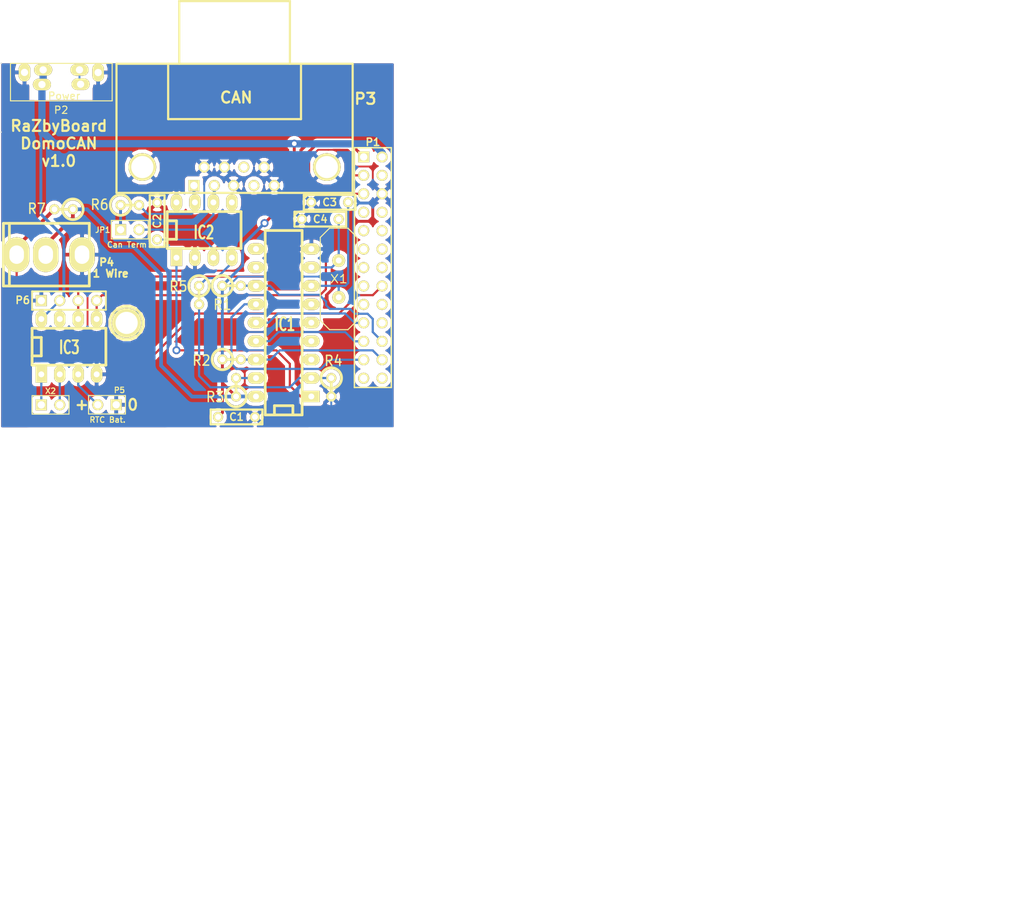
<source format=kicad_pcb>
(kicad_pcb (version 3) (host pcbnew "(2013-04-19 BZR 4011)-stable")

  (general
    (links 66)
    (no_connects 0)
    (area 0 0 0 0)
    (thickness 1.6)
    (drawings 22)
    (tracks 404)
    (zones 0)
    (modules 24)
    (nets 25)
  )

  (page A4)
  (layers
    (15 F.Cu signal)
    (0 B.Cu signal)
    (16 B.Adhes user hide)
    (17 F.Adhes user hide)
    (18 B.Paste user hide)
    (19 F.Paste user hide)
    (20 B.SilkS user hide)
    (21 F.SilkS user)
    (22 B.Mask user)
    (23 F.Mask user)
    (24 Dwgs.User user)
    (25 Cmts.User user hide)
    (26 Eco1.User user)
    (27 Eco2.User user)
    (28 Edge.Cuts user hide)
  )

  (setup
    (last_trace_width 0.254)
    (user_trace_width 0.3)
    (user_trace_width 0.4)
    (user_trace_width 0.508)
    (user_trace_width 1)
    (trace_clearance 0.254)
    (zone_clearance 0.508)
    (zone_45_only yes)
    (trace_min 0.254)
    (segment_width 0.2)
    (edge_width 0.1)
    (via_size 1.1)
    (via_drill 0.635)
    (via_min_size 0.889)
    (via_min_drill 0.508)
    (uvia_size 0.508)
    (uvia_drill 0.127)
    (uvias_allowed no)
    (uvia_min_size 0.508)
    (uvia_min_drill 0.127)
    (pcb_text_width 0.3)
    (pcb_text_size 1.5 1.5)
    (mod_edge_width 0.15)
    (mod_text_size 1 1)
    (mod_text_width 0.15)
    (pad_size 3.81 3.81)
    (pad_drill 3.048)
    (pad_to_mask_clearance 0)
    (aux_axis_origin 132.7404 79.5655)
    (visible_elements 7FFFFFFF)
    (pcbplotparams
      (layerselection 14712833)
      (usegerberextensions true)
      (excludeedgelayer true)
      (linewidth 152400)
      (plotframeref false)
      (viasonmask false)
      (mode 1)
      (useauxorigin false)
      (hpglpennumber 1)
      (hpglpenspeed 20)
      (hpglpendiameter 15)
      (hpglpenoverlay 2)
      (psnegative false)
      (psa4output false)
      (plotreference true)
      (plotvalue true)
      (plotothertext true)
      (plotinvisibletext false)
      (padsonsilk false)
      (subtractmaskfromsilk false)
      (outputformat 1)
      (mirror false)
      (drillshape 0)
      (scaleselection 1)
      (outputdirectory "Output Files/"))
  )

  (net 0 "")
  (net 1 "12 V")
  (net 2 "3.3 V")
  (net 3 "5.0 V")
  (net 4 GND)
  (net 5 "GPIO 4")
  (net 6 "GPIO 6")
  (net 7 I2C_SCL)
  (net 8 I2C_SDA)
  (net 9 N-000001)
  (net 10 N-0000011)
  (net 11 N-0000012)
  (net 12 N-0000013)
  (net 13 N-0000014)
  (net 14 N-0000015)
  (net 15 N-0000016)
  (net 16 N-000002)
  (net 17 N-000003)
  (net 18 N-000005)
  (net 19 N-000006)
  (net 20 N-000008)
  (net 21 SPI_CE0)
  (net 22 SPI_MISO)
  (net 23 SPI_MOSI)
  (net 24 SPI_SCLK)

  (net_class Default "This is the default net class."
    (clearance 0.254)
    (trace_width 0.254)
    (via_dia 1.1)
    (via_drill 0.635)
    (uvia_dia 0.508)
    (uvia_drill 0.127)
    (add_net "")
    (add_net "12 V")
    (add_net "3.3 V")
    (add_net GND)
    (add_net "GPIO 4")
    (add_net "GPIO 6")
    (add_net I2C_SCL)
    (add_net I2C_SDA)
    (add_net N-000001)
    (add_net N-0000011)
    (add_net N-0000012)
    (add_net N-0000013)
    (add_net N-0000014)
    (add_net N-0000015)
    (add_net N-0000016)
    (add_net N-000002)
    (add_net N-000003)
    (add_net N-000005)
    (add_net N-000006)
    (add_net N-000008)
    (add_net SPI_CE0)
    (add_net SPI_MISO)
    (add_net SPI_MOSI)
    (add_net SPI_SCLK)
  )

  (net_class Power ""
    (clearance 0.508)
    (trace_width 0.254)
    (via_dia 1.1)
    (via_drill 0.635)
    (uvia_dia 0.508)
    (uvia_drill 0.127)
    (add_net "5.0 V")
  )

  (module DB9FC (layer F.Cu) (tedit 51BB6B13) (tstamp 5197E463)
    (at 164.7317 95.123)
    (descr "Connecteur DB9 femelle couche")
    (tags "CONN DB9")
    (path /5184F2C8)
    (fp_text reference P3 (at 18.1356 -10.668) (layer F.SilkS)
      (effects (font (size 1.524 1.524) (thickness 0.3048)))
    )
    (fp_text value CAN (at 0.3556 -10.8458) (layer F.SilkS)
      (effects (font (size 1.524 1.524) (thickness 0.3048)))
    )
    (fp_line (start -16.129 2.286) (end 16.383 2.286) (layer F.SilkS) (width 0.3048))
    (fp_line (start 16.383 2.286) (end 16.383 -15.494) (layer F.SilkS) (width 0.3048))
    (fp_line (start 16.383 -15.494) (end -16.129 -15.494) (layer F.SilkS) (width 0.3048))
    (fp_line (start -16.129 -15.494) (end -16.129 2.286) (layer F.SilkS) (width 0.3048))
    (fp_line (start -9.017 -15.494) (end -9.017 -7.874) (layer F.SilkS) (width 0.3048))
    (fp_line (start -9.017 -7.874) (end 9.271 -7.874) (layer F.SilkS) (width 0.3048))
    (fp_line (start 9.271 -7.874) (end 9.271 -15.494) (layer F.SilkS) (width 0.3048))
    (fp_line (start -7.493 -15.494) (end -7.493 -24.13) (layer F.SilkS) (width 0.3048))
    (fp_line (start -7.493 -24.13) (end 7.747 -24.13) (layer F.SilkS) (width 0.3048))
    (fp_line (start 7.747 -24.13) (end 7.747 -15.494) (layer F.SilkS) (width 0.3048))
    (pad "" thru_hole circle (at 12.827 -1.27) (size 3.81 3.81) (drill 3.048)
      (layers *.Cu *.Mask F.SilkS)
      (net 4 GND)
    )
    (pad "" thru_hole circle (at -12.573 -1.27) (size 3.81 3.81) (drill 3.048)
      (layers *.Cu *.Mask F.SilkS)
      (net 4 GND)
    )
    (pad 1 thru_hole rect (at -5.461 1.27) (size 1.524 1.524) (drill 1.016)
      (layers *.Cu *.Mask F.SilkS)
      (net 17 N-000003)
    )
    (pad 2 thru_hole circle (at -2.667 1.27) (size 1.524 1.524) (drill 1.016)
      (layers *.Cu *.Mask F.SilkS)
      (net 16 N-000002)
    )
    (pad 3 thru_hole circle (at 0 1.27) (size 1.524 1.524) (drill 1.016)
      (layers *.Cu *.Mask F.SilkS)
      (net 4 GND)
    )
    (pad 4 thru_hole circle (at 2.794 1.27) (size 1.524 1.524) (drill 1.016)
      (layers *.Cu *.Mask F.SilkS)
    )
    (pad 5 thru_hole circle (at 5.588 1.27) (size 1.524 1.524) (drill 1.016)
      (layers *.Cu *.Mask F.SilkS)
      (net 4 GND)
    )
    (pad 6 thru_hole circle (at -4.064 -1.27) (size 1.524 1.524) (drill 1.016)
      (layers *.Cu *.Mask F.SilkS)
      (net 4 GND)
    )
    (pad 7 thru_hole circle (at -1.27 -1.27) (size 1.524 1.524) (drill 1.016)
      (layers *.Cu *.Mask F.SilkS)
      (net 4 GND)
    )
    (pad 8 thru_hole circle (at 1.397 -1.27) (size 1.524 1.524) (drill 1.016)
      (layers *.Cu *.Mask F.SilkS)
    )
    (pad 9 thru_hole circle (at 4.191 -1.27) (size 1.524 1.524) (drill 1.016)
      (layers *.Cu *.Mask F.SilkS)
      (net 4 GND)
    )
    (model conn_DBxx/db9_female_pin90deg.wrl
      (at (xyz 0 0 0))
      (scale (xyz 1 1 1))
      (rotate (xyz 0 0 0))
    )
  )

  (module pin_array_13x2 (layer F.Cu) (tedit 51BA174E) (tstamp 5187FD6A)
    (at 183.896 107.696 270)
    (descr "2 x 13 pins connector")
    (tags CONN)
    (path /5184D1AD)
    (fp_text reference P1 (at -17.272 0 360) (layer F.SilkS)
      (effects (font (size 1.016 1.016) (thickness 0.2032)))
    )
    (fp_text value "Raspberry Pi" (at -5.334 -30.988 270) (layer F.SilkS) hide
      (effects (font (size 1.016 1.016) (thickness 0.2032)))
    )
    (fp_line (start -16.51 2.54) (end 16.51 2.54) (layer F.SilkS) (width 0.2032))
    (fp_line (start 16.51 -2.54) (end -16.51 -2.54) (layer F.SilkS) (width 0.2032))
    (fp_line (start -16.51 -2.54) (end -16.51 2.54) (layer F.SilkS) (width 0.2032))
    (fp_line (start 16.51 2.54) (end 16.51 -2.54) (layer F.SilkS) (width 0.2032))
    (pad 1 thru_hole rect (at -15.24 1.27 270) (size 1.524 1.524) (drill 1.016)
      (layers *.Cu *.Mask F.SilkS)
      (net 2 "3.3 V")
    )
    (pad 2 thru_hole circle (at -15.24 -1.27 270) (size 1.524 1.524) (drill 1.016)
      (layers *.Cu *.Mask F.SilkS)
      (net 3 "5.0 V")
    )
    (pad 3 thru_hole circle (at -12.7 1.27 270) (size 1.524 1.524) (drill 1.016)
      (layers *.Cu *.Mask F.SilkS)
      (net 8 I2C_SDA)
    )
    (pad 4 thru_hole circle (at -12.7 -1.27 270) (size 1.524 1.524) (drill 1.016)
      (layers *.Cu *.Mask F.SilkS)
    )
    (pad 5 thru_hole circle (at -10.16 1.27 270) (size 1.524 1.524) (drill 1.016)
      (layers *.Cu *.Mask F.SilkS)
      (net 7 I2C_SCL)
    )
    (pad 6 thru_hole circle (at -10.16 -1.27 270) (size 1.524 1.524) (drill 1.016)
      (layers *.Cu *.Mask F.SilkS)
      (net 4 GND)
    )
    (pad 7 thru_hole circle (at -7.62 1.27 270) (size 1.524 1.524) (drill 1.016)
      (layers *.Cu *.Mask F.SilkS)
    )
    (pad 8 thru_hole circle (at -7.62 -1.27 270) (size 1.524 1.524) (drill 1.016)
      (layers *.Cu *.Mask F.SilkS)
    )
    (pad 9 thru_hole circle (at -5.08 1.27 270) (size 1.524 1.524) (drill 1.016)
      (layers *.Cu *.Mask F.SilkS)
    )
    (pad 10 thru_hole circle (at -5.08 -1.27 270) (size 1.524 1.524) (drill 1.016)
      (layers *.Cu *.Mask F.SilkS)
    )
    (pad 11 thru_hole circle (at -2.54 1.27 270) (size 1.524 1.524) (drill 1.016)
      (layers *.Cu *.Mask F.SilkS)
    )
    (pad 12 thru_hole circle (at -2.54 -1.27 270) (size 1.524 1.524) (drill 1.016)
      (layers *.Cu *.Mask F.SilkS)
    )
    (pad 13 thru_hole circle (at 0 1.27 270) (size 1.524 1.524) (drill 1.016)
      (layers *.Cu *.Mask F.SilkS)
    )
    (pad 14 thru_hole circle (at 0 -1.27 270) (size 1.524 1.524) (drill 1.016)
      (layers *.Cu *.Mask F.SilkS)
    )
    (pad 15 thru_hole circle (at 2.54 1.27 270) (size 1.524 1.524) (drill 1.016)
      (layers *.Cu *.Mask F.SilkS)
    )
    (pad 16 thru_hole circle (at 2.54 -1.27 270) (size 1.524 1.524) (drill 1.016)
      (layers *.Cu *.Mask F.SilkS)
      (net 5 "GPIO 4")
    )
    (pad 17 thru_hole circle (at 5.08 1.27 270) (size 1.524 1.524) (drill 1.016)
      (layers *.Cu *.Mask F.SilkS)
    )
    (pad 18 thru_hole circle (at 5.08 -1.27 270) (size 1.524 1.524) (drill 1.016)
      (layers *.Cu *.Mask F.SilkS)
    )
    (pad 19 thru_hole circle (at 7.62 1.27 270) (size 1.524 1.524) (drill 1.016)
      (layers *.Cu *.Mask F.SilkS)
      (net 23 SPI_MOSI)
    )
    (pad 20 thru_hole circle (at 7.62 -1.27 270) (size 1.524 1.524) (drill 1.016)
      (layers *.Cu *.Mask F.SilkS)
    )
    (pad 21 thru_hole circle (at 10.16 1.27 270) (size 1.524 1.524) (drill 1.016)
      (layers *.Cu *.Mask F.SilkS)
      (net 22 SPI_MISO)
    )
    (pad 22 thru_hole circle (at 10.16 -1.27 270) (size 1.524 1.524) (drill 1.016)
      (layers *.Cu *.Mask F.SilkS)
      (net 6 "GPIO 6")
    )
    (pad 23 thru_hole circle (at 12.7 1.27 270) (size 1.524 1.524) (drill 1.016)
      (layers *.Cu *.Mask F.SilkS)
      (net 24 SPI_SCLK)
    )
    (pad 24 thru_hole circle (at 12.7 -1.27 270) (size 1.524 1.524) (drill 1.016)
      (layers *.Cu *.Mask F.SilkS)
      (net 21 SPI_CE0)
    )
    (pad 25 thru_hole circle (at 15.24 1.27 270) (size 1.524 1.524) (drill 1.016)
      (layers *.Cu *.Mask F.SilkS)
    )
    (pad 26 thru_hole circle (at 15.24 -1.27 270) (size 1.524 1.524) (drill 1.016)
      (layers *.Cu *.Mask F.SilkS)
    )
    (model pin_array/pins_array_13x2.wrl
      (at (xyz 0 0 0))
      (scale (xyz 1 1 1))
      (rotate (xyz 0 0 0))
    )
  )

  (module 1pin (layer F.Cu) (tedit 518B6A92) (tstamp 51BA17D2)
    (at 150 115.316)
    (descr "module 1 pin (ou trou mecanique de percage)")
    (tags DEV)
    (path /518B66F6)
    (fp_text reference P999 (at 56.0575 -10.16) (layer F.SilkS) hide
      (effects (font (size 1.016 1.016) (thickness 0.254)))
    )
    (fp_text value CONN_1 (at 54.597 -11.684) (layer F.SilkS) hide
      (effects (font (size 1.016 1.016) (thickness 0.254)))
    )
    (fp_circle (center 0 0) (end 0 -2.286) (layer F.SilkS) (width 0.381))
    (pad 1 thru_hole circle (at 0 0) (size 4.064 4.064) (drill 3.048)
      (layers *.Cu *.Mask F.SilkS)
      (net 4 GND)
    )
  )

  (module R1 (layer F.Cu) (tedit 51BA19EB) (tstamp 5197E38F)
    (at 141.3256 99.6696 180)
    (descr "Resistance verticale")
    (tags R)
    (path /5186C776)
    (autoplace_cost90 10)
    (autoplace_cost180 10)
    (fp_text reference R7 (at 3.7084 0.0762 180) (layer F.SilkS)
      (effects (font (size 1.397 1.27) (thickness 0.2032)))
    )
    (fp_text value 4.7K (at -66.7512 11.1252 180) (layer F.SilkS) hide
      (effects (font (size 1.397 1.27) (thickness 0.2032)))
    )
    (fp_line (start -1.27 0) (end 1.27 0) (layer F.SilkS) (width 0.381))
    (fp_circle (center -1.27 0) (end -0.635 1.27) (layer F.SilkS) (width 0.381))
    (pad 1 thru_hole circle (at -1.27 0 180) (size 1.397 1.397) (drill 0.8128)
      (layers *.Cu *.Mask F.SilkS)
      (net 2 "3.3 V")
    )
    (pad 2 thru_hole circle (at 1.27 0 180) (size 1.397 1.397) (drill 0.8128)
      (layers *.Cu *.Mask F.SilkS)
      (net 5 "GPIO 4")
    )
    (model discret/verti_resistor.wrl
      (at (xyz 0 0 0))
      (scale (xyz 1 1 1))
      (rotate (xyz 0 0 0))
    )
  )

  (module R1 (layer F.Cu) (tedit 51988926) (tstamp 5197E397)
    (at 159.9692 111.4933 270)
    (descr "Resistance verticale")
    (tags R)
    (path /5184F58A)
    (autoplace_cost90 10)
    (autoplace_cost180 10)
    (fp_text reference R5 (at -1.1938 2.8448 360) (layer F.SilkS)
      (effects (font (size 1.397 1.27) (thickness 0.2032)))
    )
    (fp_text value 10K (at -9.2837 -52.324 270) (layer F.SilkS) hide
      (effects (font (size 1.397 1.27) (thickness 0.2032)))
    )
    (fp_line (start -1.27 0) (end 1.27 0) (layer F.SilkS) (width 0.381))
    (fp_circle (center -1.27 0) (end -0.635 1.27) (layer F.SilkS) (width 0.381))
    (pad 1 thru_hole circle (at -1.27 0 270) (size 1.397 1.397) (drill 0.8128)
      (layers *.Cu *.Mask F.SilkS)
      (net 13 N-0000014)
    )
    (pad 2 thru_hole circle (at 1.27 0 270) (size 1.397 1.397) (drill 0.8128)
      (layers *.Cu *.Mask F.SilkS)
      (net 18 N-000005)
    )
    (model discret/verti_resistor.wrl
      (at (xyz 0 0 0))
      (scale (xyz 1 1 1))
      (rotate (xyz 0 0 0))
    )
  )

  (module R1 (layer F.Cu) (tedit 519A182B) (tstamp 5197E39F)
    (at 165.0619 124.1933 90)
    (descr "Resistance verticale")
    (tags R)
    (path /5184F6BE)
    (autoplace_cost90 10)
    (autoplace_cost180 10)
    (fp_text reference R3 (at -1.3335 -2.8829 180) (layer F.SilkS)
      (effects (font (size 1.397 1.27) (thickness 0.2032)))
    )
    (fp_text value 6.8K (at 20.3581 42.164 90) (layer F.SilkS) hide
      (effects (font (size 1.397 1.27) (thickness 0.2032)))
    )
    (fp_line (start -1.27 0) (end 1.27 0) (layer F.SilkS) (width 0.381))
    (fp_circle (center -1.27 0) (end -0.635 1.27) (layer F.SilkS) (width 0.381))
    (pad 1 thru_hole circle (at -1.27 0 90) (size 1.397 1.397) (drill 0.8128)
      (layers *.Cu *.Mask F.SilkS)
      (net 2 "3.3 V")
    )
    (pad 2 thru_hole circle (at 1.27 0 90) (size 1.397 1.397) (drill 0.8128)
      (layers *.Cu *.Mask F.SilkS)
      (net 9 N-000001)
    )
    (model discret/verti_resistor.wrl
      (at (xyz 0 0 0))
      (scale (xyz 1 1 1))
      (rotate (xyz 0 0 0))
    )
  )

  (module R1 (layer F.Cu) (tedit 5198892E) (tstamp 5197E3A7)
    (at 164.4523 120.3452)
    (descr "Resistance verticale")
    (tags R)
    (path /5184F6DC)
    (autoplace_cost90 10)
    (autoplace_cost180 10)
    (fp_text reference R2 (at -4.1529 0.1524) (layer F.SilkS)
      (effects (font (size 1.397 1.27) (thickness 0.2032)))
    )
    (fp_text value 6.8K (at 42.3545 -9.8679) (layer F.SilkS) hide
      (effects (font (size 1.397 1.27) (thickness 0.2032)))
    )
    (fp_line (start -1.27 0) (end 1.27 0) (layer F.SilkS) (width 0.381))
    (fp_circle (center -1.27 0) (end -0.635 1.27) (layer F.SilkS) (width 0.381))
    (pad 1 thru_hole circle (at -1.27 0) (size 1.397 1.397) (drill 0.8128)
      (layers *.Cu *.Mask F.SilkS)
      (net 2 "3.3 V")
    )
    (pad 2 thru_hole circle (at 1.27 0) (size 1.397 1.397) (drill 0.8128)
      (layers *.Cu *.Mask F.SilkS)
      (net 21 SPI_CE0)
    )
    (model discret/verti_resistor.wrl
      (at (xyz 0 0 0))
      (scale (xyz 1 1 1))
      (rotate (xyz 0 0 0))
    )
  )

  (module R1 (layer F.Cu) (tedit 51988929) (tstamp 5197E3AF)
    (at 164.4396 110.1979)
    (descr "Resistance verticale")
    (tags R)
    (path /5184F6EB)
    (autoplace_cost90 10)
    (autoplace_cost180 10)
    (fp_text reference R1 (at -1.2573 2.6162) (layer F.SilkS)
      (effects (font (size 1.397 1.27) (thickness 0.2032)))
    )
    (fp_text value 6.8K (at 42.4307 2.4384) (layer F.SilkS) hide
      (effects (font (size 1.397 1.27) (thickness 0.2032)))
    )
    (fp_line (start -1.27 0) (end 1.27 0) (layer F.SilkS) (width 0.381))
    (fp_circle (center -1.27 0) (end -0.635 1.27) (layer F.SilkS) (width 0.381))
    (pad 1 thru_hole circle (at -1.27 0) (size 1.397 1.397) (drill 0.8128)
      (layers *.Cu *.Mask F.SilkS)
      (net 2 "3.3 V")
    )
    (pad 2 thru_hole circle (at 1.27 0) (size 1.397 1.397) (drill 0.8128)
      (layers *.Cu *.Mask F.SilkS)
      (net 6 "GPIO 6")
    )
    (model discret/verti_resistor.wrl
      (at (xyz 0 0 0))
      (scale (xyz 1 1 1))
      (rotate (xyz 0 0 0))
    )
  )

  (module R1 (layer F.Cu) (tedit 51988942) (tstamp 5197ED81)
    (at 178.1683 124.1806 270)
    (descr "Resistance verticale")
    (tags R)
    (path /5185624D)
    (autoplace_cost90 10)
    (autoplace_cost180 10)
    (fp_text reference R4 (at -3.6322 -0.2921 360) (layer F.SilkS)
      (effects (font (size 1.397 1.27) (thickness 0.2032)))
    )
    (fp_text value 18K (at -15.1003 -33.8963 270) (layer F.SilkS) hide
      (effects (font (size 1.397 1.27) (thickness 0.2032)))
    )
    (fp_line (start -1.27 0) (end 1.27 0) (layer F.SilkS) (width 0.381))
    (fp_circle (center -1.27 0) (end -0.635 1.27) (layer F.SilkS) (width 0.381))
    (pad 1 thru_hole circle (at -1.27 0 270) (size 1.397 1.397) (drill 0.8128)
      (layers *.Cu *.Mask F.SilkS)
      (net 18 N-000005)
    )
    (pad 2 thru_hole circle (at 1.27 0 270) (size 1.397 1.397) (drill 0.8128)
      (layers *.Cu *.Mask F.SilkS)
      (net 4 GND)
    )
    (model discret/verti_resistor.wrl
      (at (xyz 0 0 0))
      (scale (xyz 1 1 1))
      (rotate (xyz 0 0 0))
    )
  )

  (module R1 (layer F.Cu) (tedit 51988917) (tstamp 5197E3BF)
    (at 150.4315 99.0854)
    (descr "Resistance verticale")
    (tags R)
    (path /5186B140)
    (autoplace_cost90 10)
    (autoplace_cost180 10)
    (fp_text reference R6 (at -4.1529 -0.0508) (layer F.SilkS)
      (effects (font (size 1.397 1.27) (thickness 0.2032)))
    )
    (fp_text value 120 (at 59.7281 -3.2512) (layer F.SilkS) hide
      (effects (font (size 1.397 1.27) (thickness 0.2032)))
    )
    (fp_line (start -1.27 0) (end 1.27 0) (layer F.SilkS) (width 0.381))
    (fp_circle (center -1.27 0) (end -0.635 1.27) (layer F.SilkS) (width 0.381))
    (pad 1 thru_hole circle (at -1.27 0) (size 1.397 1.397) (drill 0.8128)
      (layers *.Cu *.Mask F.SilkS)
      (net 19 N-000006)
    )
    (pad 2 thru_hole circle (at 1.27 0) (size 1.397 1.397) (drill 0.8128)
      (layers *.Cu *.Mask F.SilkS)
      (net 17 N-000003)
    )
    (model discret/verti_resistor.wrl
      (at (xyz 0 0 0))
      (scale (xyz 1 1 1))
      (rotate (xyz 0 0 0))
    )
  )

  (module PIN_ARRAY_2X1 (layer F.Cu) (tedit 5197F629) (tstamp 5197E3C9)
    (at 147.2946 126.5936 180)
    (descr "Connecteurs 2 pins")
    (tags "CONN DEV")
    (path /518EA957)
    (fp_text reference P5 (at -1.7145 2.0066 180) (layer F.SilkS)
      (effects (font (size 0.762 0.762) (thickness 0.1524)))
    )
    (fp_text value "RTC Bat." (at -0.0762 -2.0701 180) (layer F.SilkS)
      (effects (font (size 0.762 0.762) (thickness 0.1524)))
    )
    (fp_line (start -2.54 1.27) (end -2.54 -1.27) (layer F.SilkS) (width 0.1524))
    (fp_line (start -2.54 -1.27) (end 2.54 -1.27) (layer F.SilkS) (width 0.1524))
    (fp_line (start 2.54 -1.27) (end 2.54 1.27) (layer F.SilkS) (width 0.1524))
    (fp_line (start 2.54 1.27) (end -2.54 1.27) (layer F.SilkS) (width 0.1524))
    (pad 1 thru_hole rect (at -1.27 0 180) (size 1.524 1.524) (drill 1.016)
      (layers *.Cu *.Mask F.SilkS)
      (net 4 GND)
    )
    (pad 2 thru_hole circle (at 1.27 0 180) (size 1.524 1.524) (drill 1.016)
      (layers *.Cu *.Mask F.SilkS)
      (net 10 N-0000011)
    )
    (model pin_array/pins_array_2x1.wrl
      (at (xyz 0 0 0))
      (scale (xyz 1 1 1))
      (rotate (xyz 0 0 0))
    )
  )

  (module PIN_ARRAY_2X1 (layer F.Cu) (tedit 5198891E) (tstamp 5197E3D3)
    (at 150.4315 102.4763)
    (descr "Connecteurs 2 pins")
    (tags "CONN DEV")
    (path /5186C567)
    (fp_text reference JP1 (at -3.7211 0.0381) (layer F.SilkS)
      (effects (font (size 0.762 0.762) (thickness 0.1524)))
    )
    (fp_text value "Can Term" (at -0.3937 2.0701) (layer F.SilkS)
      (effects (font (size 0.762 0.762) (thickness 0.1524)))
    )
    (fp_line (start -2.54 1.27) (end -2.54 -1.27) (layer F.SilkS) (width 0.1524))
    (fp_line (start -2.54 -1.27) (end 2.54 -1.27) (layer F.SilkS) (width 0.1524))
    (fp_line (start 2.54 -1.27) (end 2.54 1.27) (layer F.SilkS) (width 0.1524))
    (fp_line (start 2.54 1.27) (end -2.54 1.27) (layer F.SilkS) (width 0.1524))
    (pad 1 thru_hole rect (at -1.27 0) (size 1.524 1.524) (drill 1.016)
      (layers *.Cu *.Mask F.SilkS)
      (net 19 N-000006)
    )
    (pad 2 thru_hole circle (at 1.27 0) (size 1.524 1.524) (drill 1.016)
      (layers *.Cu *.Mask F.SilkS)
      (net 16 N-000002)
    )
    (model pin_array/pins_array_2x1.wrl
      (at (xyz 0 0 0))
      (scale (xyz 1 1 1))
      (rotate (xyz 0 0 0))
    )
  )

  (module HC-18UV (layer F.Cu) (tedit 51988550) (tstamp 5197E407)
    (at 179.197 109.2581 90)
    (descr "Quartz boitier HC-18U vertical")
    (tags "QUARTZ DEV")
    (path /5184F454)
    (autoplace_cost180 10)
    (fp_text reference X1 (at -0.0127 0.0254 180) (layer F.SilkS)
      (effects (font (size 1.143 1.27) (thickness 0.1524)))
    )
    (fp_text value 16MHz (at 1.4732 30.3149 90) (layer F.SilkS) hide
      (effects (font (size 1.143 1.27) (thickness 0.1524)))
    )
    (fp_line (start -6.985 -1.27) (end -5.715 -2.54) (layer F.SilkS) (width 0.1524))
    (fp_line (start 5.715 -2.54) (end 6.985 -1.27) (layer F.SilkS) (width 0.1524))
    (fp_line (start 6.985 1.27) (end 5.715 2.54) (layer F.SilkS) (width 0.1524))
    (fp_line (start -6.985 1.27) (end -5.715 2.54) (layer F.SilkS) (width 0.1524))
    (fp_line (start -5.715 -2.54) (end 5.715 -2.54) (layer F.SilkS) (width 0.1524))
    (fp_line (start -6.985 -1.27) (end -6.985 1.27) (layer F.SilkS) (width 0.1524))
    (fp_line (start -5.715 2.54) (end 5.715 2.54) (layer F.SilkS) (width 0.1524))
    (fp_line (start 6.985 1.27) (end 6.985 -1.27) (layer F.SilkS) (width 0.1524))
    (pad 1 thru_hole circle (at -2.54 0 90) (size 1.778 1.778) (drill 0.8128)
      (layers *.Cu *.Mask F.SilkS)
      (net 15 N-0000016)
    )
    (pad 2 thru_hole circle (at 2.54 0 90) (size 1.778 1.778) (drill 0.8128)
      (layers *.Cu *.Mask F.SilkS)
      (net 14 N-0000015)
    )
    (model discret/crystal_hc18u_vertical.wrl
      (at (xyz 0 0 0))
      (scale (xyz 1 1 1))
      (rotate (xyz 0 0 0))
    )
    (model discret/xtal/crystal_hc18u_vertical.wrl
      (at (xyz 0 0 0))
      (scale (xyz 1 1 1))
      (rotate (xyz 0 0 0))
    )
  )

  (module DIP-8__300_ELL (layer F.Cu) (tedit 5197F677) (tstamp 5197E41A)
    (at 142.0622 118.5926)
    (descr "8 pins DIL package, elliptical pads")
    (tags DIL)
    (path /518EA5E2)
    (fp_text reference IC3 (at 0.0381 0.1016) (layer F.SilkS)
      (effects (font (size 1.778 1.143) (thickness 0.3048)))
    )
    (fp_text value DS1307 (at 68.9356 -3.2004) (layer F.SilkS) hide
      (effects (font (size 1.778 1.016) (thickness 0.254)))
    )
    (fp_line (start -5.08 -1.27) (end -3.81 -1.27) (layer F.SilkS) (width 0.381))
    (fp_line (start -3.81 -1.27) (end -3.81 1.27) (layer F.SilkS) (width 0.381))
    (fp_line (start -3.81 1.27) (end -5.08 1.27) (layer F.SilkS) (width 0.381))
    (fp_line (start -5.08 -2.54) (end 5.08 -2.54) (layer F.SilkS) (width 0.381))
    (fp_line (start 5.08 -2.54) (end 5.08 2.54) (layer F.SilkS) (width 0.381))
    (fp_line (start 5.08 2.54) (end -5.08 2.54) (layer F.SilkS) (width 0.381))
    (fp_line (start -5.08 2.54) (end -5.08 -2.54) (layer F.SilkS) (width 0.381))
    (pad 1 thru_hole rect (at -3.81 3.81) (size 1.5748 2.286) (drill 0.8128)
      (layers *.Cu *.Mask F.SilkS)
      (net 12 N-0000013)
    )
    (pad 2 thru_hole oval (at -1.27 3.81) (size 1.5748 2.286) (drill 0.8128)
      (layers *.Cu *.Mask F.SilkS)
      (net 11 N-0000012)
    )
    (pad 3 thru_hole oval (at 1.27 3.81) (size 1.5748 2.286) (drill 0.8128)
      (layers *.Cu *.Mask F.SilkS)
      (net 10 N-0000011)
    )
    (pad 4 thru_hole oval (at 3.81 3.81) (size 1.5748 2.286) (drill 0.8128)
      (layers *.Cu *.Mask F.SilkS)
      (net 4 GND)
    )
    (pad 5 thru_hole oval (at 3.81 -3.81) (size 1.5748 2.286) (drill 0.8128)
      (layers *.Cu *.Mask F.SilkS)
      (net 7 I2C_SCL)
    )
    (pad 6 thru_hole oval (at 1.27 -3.81) (size 1.5748 2.286) (drill 0.8128)
      (layers *.Cu *.Mask F.SilkS)
      (net 8 I2C_SDA)
    )
    (pad 7 thru_hole oval (at -1.27 -3.81) (size 1.5748 2.286) (drill 0.8128)
      (layers *.Cu *.Mask F.SilkS)
    )
    (pad 8 thru_hole oval (at -3.81 -3.81) (size 1.5748 2.286) (drill 0.8128)
      (layers *.Cu *.Mask F.SilkS)
      (net 3 "5.0 V")
    )
    (model dil/dil_8.wrl
      (at (xyz 0 0 0))
      (scale (xyz 1 1 1))
      (rotate (xyz 0 0 0))
    )
  )

  (module DIP-8__300_ELL (layer F.Cu) (tedit 5197F67E) (tstamp 5197E42D)
    (at 160.6677 102.5271)
    (descr "8 pins DIL package, elliptical pads")
    (tags DIL)
    (path /5184F059)
    (fp_text reference IC2 (at -0.0381 0.3429) (layer F.SilkS)
      (effects (font (size 1.778 1.143) (thickness 0.3048)))
    )
    (fp_text value MCP2551 (at 48.6283 -1.4351 90) (layer F.SilkS) hide
      (effects (font (size 1.778 1.016) (thickness 0.254)))
    )
    (fp_line (start -5.08 -1.27) (end -3.81 -1.27) (layer F.SilkS) (width 0.381))
    (fp_line (start -3.81 -1.27) (end -3.81 1.27) (layer F.SilkS) (width 0.381))
    (fp_line (start -3.81 1.27) (end -5.08 1.27) (layer F.SilkS) (width 0.381))
    (fp_line (start -5.08 -2.54) (end 5.08 -2.54) (layer F.SilkS) (width 0.381))
    (fp_line (start 5.08 -2.54) (end 5.08 2.54) (layer F.SilkS) (width 0.381))
    (fp_line (start 5.08 2.54) (end -5.08 2.54) (layer F.SilkS) (width 0.381))
    (fp_line (start -5.08 2.54) (end -5.08 -2.54) (layer F.SilkS) (width 0.381))
    (pad 1 thru_hole rect (at -3.81 3.81) (size 1.5748 2.286) (drill 0.8128)
      (layers *.Cu *.Mask F.SilkS)
      (net 20 N-000008)
    )
    (pad 2 thru_hole oval (at -1.27 3.81) (size 1.5748 2.286) (drill 0.8128)
      (layers *.Cu *.Mask F.SilkS)
      (net 4 GND)
    )
    (pad 3 thru_hole oval (at 1.27 3.81) (size 1.5748 2.286) (drill 0.8128)
      (layers *.Cu *.Mask F.SilkS)
      (net 3 "5.0 V")
    )
    (pad 4 thru_hole oval (at 3.81 3.81) (size 1.5748 2.286) (drill 0.8128)
      (layers *.Cu *.Mask F.SilkS)
      (net 13 N-0000014)
    )
    (pad 5 thru_hole oval (at 3.81 -3.81) (size 1.5748 2.286) (drill 0.8128)
      (layers *.Cu *.Mask F.SilkS)
    )
    (pad 6 thru_hole oval (at 1.27 -3.81) (size 1.5748 2.286) (drill 0.8128)
      (layers *.Cu *.Mask F.SilkS)
      (net 16 N-000002)
    )
    (pad 7 thru_hole oval (at -1.27 -3.81) (size 1.5748 2.286) (drill 0.8128)
      (layers *.Cu *.Mask F.SilkS)
      (net 17 N-000003)
    )
    (pad 8 thru_hole oval (at -3.81 -3.81) (size 1.5748 2.286) (drill 0.8128)
      (layers *.Cu *.Mask F.SilkS)
      (net 4 GND)
    )
    (model dil/dil_8.wrl
      (at (xyz 0 0 0))
      (scale (xyz 1 1 1))
      (rotate (xyz 0 0 0))
    )
  )

  (module DIP-18__300_ELL (layer F.Cu) (tedit 5198855A) (tstamp 5197E44A)
    (at 171.6151 115.2906 90)
    (descr "18 pins DIL package, elliptical pads")
    (path /5184F2B9)
    (fp_text reference IC1 (at -0.2159 0.1651 180) (layer F.SilkS)
      (effects (font (size 1.778 1.143) (thickness 0.3048)))
    )
    (fp_text value MCP2515 (at 4.0005 31.115 90) (layer F.SilkS) hide
      (effects (font (size 1.778 1.143) (thickness 0.28575)))
    )
    (fp_line (start -12.7 -1.27) (end -11.43 -1.27) (layer F.SilkS) (width 0.381))
    (fp_line (start -11.43 -1.27) (end -11.43 1.27) (layer F.SilkS) (width 0.381))
    (fp_line (start -11.43 1.27) (end -12.7 1.27) (layer F.SilkS) (width 0.381))
    (fp_line (start -12.7 -2.54) (end 12.7 -2.54) (layer F.SilkS) (width 0.381))
    (fp_line (start 12.7 -2.54) (end 12.7 2.54) (layer F.SilkS) (width 0.381))
    (fp_line (start 12.7 2.54) (end -12.7 2.54) (layer F.SilkS) (width 0.381))
    (fp_line (start -12.7 2.54) (end -12.7 -2.54) (layer F.SilkS) (width 0.381))
    (pad 1 thru_hole rect (at -10.16 3.81 90) (size 1.5748 2.286) (drill 0.8128)
      (layers *.Cu *.Mask F.SilkS)
      (net 20 N-000008)
    )
    (pad 2 thru_hole oval (at -7.62 3.81 90) (size 1.5748 2.286) (drill 0.8128)
      (layers *.Cu *.Mask F.SilkS)
      (net 18 N-000005)
    )
    (pad 3 thru_hole oval (at -5.08 3.81 90) (size 1.5748 2.286) (drill 0.8128)
      (layers *.Cu *.Mask F.SilkS)
    )
    (pad 4 thru_hole oval (at -2.54 3.81 90) (size 1.5748 2.286) (drill 0.8128)
      (layers *.Cu *.Mask F.SilkS)
    )
    (pad 5 thru_hole oval (at 0 3.81 90) (size 1.5748 2.286) (drill 0.8128)
      (layers *.Cu *.Mask F.SilkS)
    )
    (pad 6 thru_hole oval (at 2.54 3.81 90) (size 1.5748 2.286) (drill 0.8128)
      (layers *.Cu *.Mask F.SilkS)
    )
    (pad 7 thru_hole oval (at 5.08 3.81 90) (size 1.5748 2.286) (drill 0.8128)
      (layers *.Cu *.Mask F.SilkS)
      (net 15 N-0000016)
    )
    (pad 8 thru_hole oval (at 7.62 3.81 90) (size 1.5748 2.286) (drill 0.8128)
      (layers *.Cu *.Mask F.SilkS)
      (net 14 N-0000015)
    )
    (pad 9 thru_hole oval (at 10.16 3.81 90) (size 1.5748 2.286) (drill 0.8128)
      (layers *.Cu *.Mask F.SilkS)
      (net 4 GND)
    )
    (pad 10 thru_hole oval (at 10.16 -3.81 90) (size 1.5748 2.286) (drill 0.8128)
      (layers *.Cu *.Mask F.SilkS)
    )
    (pad 11 thru_hole oval (at 7.62 -3.81 90) (size 1.5748 2.286) (drill 0.8128)
      (layers *.Cu *.Mask F.SilkS)
    )
    (pad 12 thru_hole oval (at 5.08 -3.81 90) (size 1.5748 2.286) (drill 0.8128)
      (layers *.Cu *.Mask F.SilkS)
      (net 6 "GPIO 6")
    )
    (pad 13 thru_hole oval (at 2.54 -3.81 90) (size 1.5748 2.286) (drill 0.8128)
      (layers *.Cu *.Mask F.SilkS)
      (net 24 SPI_SCLK)
    )
    (pad 14 thru_hole oval (at 0 -3.81 90) (size 1.5748 2.286) (drill 0.8128)
      (layers *.Cu *.Mask F.SilkS)
      (net 23 SPI_MOSI)
    )
    (pad 15 thru_hole oval (at -2.54 -3.81 90) (size 1.5748 2.286) (drill 0.8128)
      (layers *.Cu *.Mask F.SilkS)
      (net 22 SPI_MISO)
    )
    (pad 16 thru_hole oval (at -5.08 -3.81 90) (size 1.5748 2.286) (drill 0.8128)
      (layers *.Cu *.Mask F.SilkS)
      (net 21 SPI_CE0)
    )
    (pad 17 thru_hole oval (at -7.62 -3.81 90) (size 1.5748 2.286) (drill 0.8128)
      (layers *.Cu *.Mask F.SilkS)
      (net 9 N-000001)
    )
    (pad 18 thru_hole oval (at -10.16 -3.81 90) (size 1.5748 2.286) (drill 0.8128)
      (layers *.Cu *.Mask F.SilkS)
      (net 2 "3.3 V")
    )
    (model dil/dil_18.wrl
      (at (xyz 0 0 0))
      (scale (xyz 1 1 1))
      (rotate (xyz 0 0 0))
    )
  )

  (module C2 (layer F.Cu) (tedit 51BA1B2B) (tstamp 5197E46E)
    (at 165.1254 128.27 180)
    (descr "Condensateur = 2 pas")
    (tags C)
    (path /51856344)
    (fp_text reference C1 (at 0 0 180) (layer F.SilkS)
      (effects (font (size 1.016 1.016) (thickness 0.2032)))
    )
    (fp_text value 100nF (at -40.7416 11.938 180) (layer F.SilkS) hide
      (effects (font (size 1.016 1.016) (thickness 0.2032)))
    )
    (fp_line (start -3.556 -1.016) (end 3.556 -1.016) (layer F.SilkS) (width 0.3048))
    (fp_line (start 3.556 -1.016) (end 3.556 1.016) (layer F.SilkS) (width 0.3048))
    (fp_line (start 3.556 1.016) (end -3.556 1.016) (layer F.SilkS) (width 0.3048))
    (fp_line (start -3.556 1.016) (end -3.556 -1.016) (layer F.SilkS) (width 0.3048))
    (fp_line (start -3.556 -0.508) (end -3.048 -1.016) (layer F.SilkS) (width 0.3048))
    (pad 1 thru_hole circle (at -2.54 0 180) (size 1.397 1.397) (drill 0.8128)
      (layers *.Cu *.Mask F.SilkS)
      (net 4 GND)
    )
    (pad 2 thru_hole circle (at 2.54 0 180) (size 1.397 1.397) (drill 0.8128)
      (layers *.Cu *.Mask F.SilkS)
      (net 2 "3.3 V")
    )
    (model discret/capa_2pas_5x5mm.wrl
      (at (xyz 0 0 0))
      (scale (xyz 1 1 1))
      (rotate (xyz 0 0 0))
    )
  )

  (module C2 (layer F.Cu) (tedit 5197F57D) (tstamp 5197E479)
    (at 154.2034 101.2952 90)
    (descr "Condensateur = 2 pas")
    (tags C)
    (path /51856335)
    (fp_text reference C2 (at 0 0 90) (layer F.SilkS)
      (effects (font (size 1.016 1.016) (thickness 0.2032)))
    )
    (fp_text value 100nF (at 0.7112 51.4096 90) (layer F.SilkS) hide
      (effects (font (size 1.016 1.016) (thickness 0.2032)))
    )
    (fp_line (start -3.556 -1.016) (end 3.556 -1.016) (layer F.SilkS) (width 0.3048))
    (fp_line (start 3.556 -1.016) (end 3.556 1.016) (layer F.SilkS) (width 0.3048))
    (fp_line (start 3.556 1.016) (end -3.556 1.016) (layer F.SilkS) (width 0.3048))
    (fp_line (start -3.556 1.016) (end -3.556 -1.016) (layer F.SilkS) (width 0.3048))
    (fp_line (start -3.556 -0.508) (end -3.048 -1.016) (layer F.SilkS) (width 0.3048))
    (pad 1 thru_hole circle (at -2.54 0 90) (size 1.397 1.397) (drill 0.8128)
      (layers *.Cu *.Mask F.SilkS)
      (net 3 "5.0 V")
    )
    (pad 2 thru_hole circle (at 2.54 0 90) (size 1.397 1.397) (drill 0.8128)
      (layers *.Cu *.Mask F.SilkS)
      (net 4 GND)
    )
    (model discret/capa_2pas_5x5mm.wrl
      (at (xyz 0 0 0))
      (scale (xyz 1 1 1))
      (rotate (xyz 0 0 0))
    )
  )

  (module C2 (layer F.Cu) (tedit 5197F581) (tstamp 5197E484)
    (at 176.657 101.0285)
    (descr "Condensateur = 2 pas")
    (tags C)
    (path /5184F472)
    (fp_text reference C4 (at 0 0) (layer F.SilkS)
      (effects (font (size 1.016 1.016) (thickness 0.2032)))
    )
    (fp_text value 22pF (at 28.2067 3.2512) (layer F.SilkS) hide
      (effects (font (size 1.016 1.016) (thickness 0.2032)))
    )
    (fp_line (start -3.556 -1.016) (end 3.556 -1.016) (layer F.SilkS) (width 0.3048))
    (fp_line (start 3.556 -1.016) (end 3.556 1.016) (layer F.SilkS) (width 0.3048))
    (fp_line (start 3.556 1.016) (end -3.556 1.016) (layer F.SilkS) (width 0.3048))
    (fp_line (start -3.556 1.016) (end -3.556 -1.016) (layer F.SilkS) (width 0.3048))
    (fp_line (start -3.556 -0.508) (end -3.048 -1.016) (layer F.SilkS) (width 0.3048))
    (pad 1 thru_hole circle (at -2.54 0) (size 1.397 1.397) (drill 0.8128)
      (layers *.Cu *.Mask F.SilkS)
      (net 4 GND)
    )
    (pad 2 thru_hole circle (at 2.54 0) (size 1.397 1.397) (drill 0.8128)
      (layers *.Cu *.Mask F.SilkS)
      (net 14 N-0000015)
    )
    (model discret/capa_2pas_5x5mm.wrl
      (at (xyz 0 0 0))
      (scale (xyz 1 1 1))
      (rotate (xyz 0 0 0))
    )
  )

  (module C2 (layer F.Cu) (tedit 5197F584) (tstamp 5197E48F)
    (at 177.9524 98.7044)
    (descr "Condensateur = 2 pas")
    (tags C)
    (path /5184F463)
    (fp_text reference C3 (at 0 0) (layer F.SilkS)
      (effects (font (size 1.016 1.016) (thickness 0.2032)))
    )
    (fp_text value 22pF (at 26.035 3.7084) (layer F.SilkS) hide
      (effects (font (size 1.016 1.016) (thickness 0.2032)))
    )
    (fp_line (start -3.556 -1.016) (end 3.556 -1.016) (layer F.SilkS) (width 0.3048))
    (fp_line (start 3.556 -1.016) (end 3.556 1.016) (layer F.SilkS) (width 0.3048))
    (fp_line (start 3.556 1.016) (end -3.556 1.016) (layer F.SilkS) (width 0.3048))
    (fp_line (start -3.556 1.016) (end -3.556 -1.016) (layer F.SilkS) (width 0.3048))
    (fp_line (start -3.556 -0.508) (end -3.048 -1.016) (layer F.SilkS) (width 0.3048))
    (pad 1 thru_hole circle (at -2.54 0) (size 1.397 1.397) (drill 0.8128)
      (layers *.Cu *.Mask F.SilkS)
      (net 4 GND)
    )
    (pad 2 thru_hole circle (at 2.54 0) (size 1.397 1.397) (drill 0.8128)
      (layers *.Cu *.Mask F.SilkS)
      (net 15 N-0000016)
    )
    (model discret/capa_2pas_5x5mm.wrl
      (at (xyz 0 0 0))
      (scale (xyz 1 1 1))
      (rotate (xyz 0 0 0))
    )
  )

  (module PIN_ARRAY_2X1 (layer F.Cu) (tedit 5197F62F) (tstamp 5197F035)
    (at 139.5222 126.6063)
    (descr "Connecteurs 2 pins")
    (tags "CONN DEV")
    (path /518EABFD)
    (fp_text reference X2 (at 0 -1.905) (layer F.SilkS)
      (effects (font (size 0.762 0.762) (thickness 0.1524)))
    )
    (fp_text value 32.768KHz (at 77.3938 -16.1163) (layer F.SilkS) hide
      (effects (font (size 0.762 0.762) (thickness 0.1524)))
    )
    (fp_line (start -2.54 1.27) (end -2.54 -1.27) (layer F.SilkS) (width 0.1524))
    (fp_line (start -2.54 -1.27) (end 2.54 -1.27) (layer F.SilkS) (width 0.1524))
    (fp_line (start 2.54 -1.27) (end 2.54 1.27) (layer F.SilkS) (width 0.1524))
    (fp_line (start 2.54 1.27) (end -2.54 1.27) (layer F.SilkS) (width 0.1524))
    (pad 1 thru_hole rect (at -1.27 0) (size 1.524 1.524) (drill 1.016)
      (layers *.Cu *.Mask F.SilkS)
      (net 12 N-0000013)
    )
    (pad 2 thru_hole circle (at 1.27 0) (size 1.524 1.524) (drill 1.016)
      (layers *.Cu *.Mask F.SilkS)
      (net 11 N-0000012)
    )
    (model pin_array/pins_array_2x1.wrl
      (at (xyz 0 0 0))
      (scale (xyz 1 1 1))
      (rotate (xyz 0 0 0))
    )
  )

  (module JACK_3.5mm_Stereo_2Print (layer F.Cu) (tedit 51BB6AED) (tstamp 5197E3ED)
    (at 133.858 105.918)
    (descr "module 1 pin (ou trou mecanique de percage)")
    (tags "CONN JACK")
    (path /5186C37F)
    (fp_text reference P4 (at 13.3858 1.0414) (layer F.SilkS)
      (effects (font (size 1.016 1.016) (thickness 0.254)))
    )
    (fp_text value "1 Wire" (at 13.9446 2.6035) (layer F.SilkS)
      (effects (font (size 1.016 1.016) (thickness 0.254)))
    )
    (fp_line (start -0.82 -4.298) (end -0.82 4.318) (layer F.SilkS) (width 0.381))
    (fp_line (start 0 -4.318) (end 0 4.318) (layer F.SilkS) (width 0.381))
    (fp_line (start 11 -4.318) (end 11 4.318) (layer F.SilkS) (width 0.381))
    (fp_line (start -0.82 4.318) (end 11 4.318) (layer F.SilkS) (width 0.381))
    (fp_line (start -0.82 -4.318) (end 11 -4.318) (layer F.SilkS) (width 0.381))
    (pad 2 thru_hole oval (at 1 0) (size 3.5 4.8006) (drill oval 2 2.54)
      (layers *.Cu *.Mask F.SilkS)
      (net 5 "GPIO 4")
    )
    (pad 1 thru_hole oval (at 10 0) (size 3.5 4.8006) (drill oval 2 2.54)
      (layers *.Cu *.Mask F.SilkS)
      (net 4 GND)
    )
    (pad 3 thru_hole oval (at 5 0) (size 3.5 4.8006) (drill oval 2 2.54)
      (layers *.Cu *.Mask F.SilkS)
      (net 2 "3.3 V")
    )
    (model connectors/POWER_21.wrl
      (at (xyz 0 0 0))
      (scale (xyz 0.8 0.8 0.8))
      (rotate (xyz 0 0 0))
    )
  )

  (module miniDIN4-2Print (layer F.Cu) (tedit 51988962) (tstamp 5197E3E1)
    (at 141.0081 82.4611)
    (path /518B6397)
    (fp_text reference P2 (at -0.0254 3.5433) (layer F.SilkS)
      (effects (font (size 1 1) (thickness 0.15)))
    )
    (fp_text value Power (at 0.39 1.59) (layer F.SilkS)
      (effects (font (size 1 1) (thickness 0.15)))
    )
    (fp_line (start 7 2.27) (end 7 -2.89) (layer F.SilkS) (width 0.15))
    (fp_line (start 7 2.27) (end -7 2.27) (layer F.SilkS) (width 0.15))
    (fp_line (start -7 2.27) (end -7 -2.89) (layer F.SilkS) (width 0.15))
    (fp_line (start -6.99 -2.89) (end 7.01 -2.89) (layer F.SilkS) (width 0.15))
    (pad 5 thru_hole oval (at 5.07 -1.63) (size 1.6 2.5) (drill 1)
      (layers *.Cu *.Mask F.SilkS)
      (net 4 GND)
    )
    (pad 6 thru_hole oval (at -5.07 -1.65) (size 1.6 2.5) (drill 1)
      (layers *.Cu *.Mask F.SilkS)
      (net 4 GND)
    )
    (pad 1 thru_hole oval (at 2.65 -0.02 90) (size 1.6 2.5) (drill 1)
      (layers *.Cu *.Mask F.SilkS)
      (net 1 "12 V")
    )
    (pad 2 thru_hole oval (at -2.67 0.02 90) (size 1.6 2.5) (drill 1)
      (layers *.Cu *.Mask F.SilkS)
      (net 3 "5.0 V")
    )
    (pad 4 thru_hole oval (at 2.5 -2 90) (size 1.6 2.5) (drill 1)
      (layers *.Cu *.Mask F.SilkS)
      (net 1 "12 V")
    )
    (pad 3 thru_hole oval (at -2.5 -2 90) (size 1.6 2.5) (drill 1)
      (layers *.Cu *.Mask F.SilkS)
      (net 3 "5.0 V")
    )
  )

  (module PIN_ARRAY_4x1 (layer F.Cu) (tedit 51BB6AF4) (tstamp 51BB59D2)
    (at 142.0622 112.24514)
    (descr "Double rangee de contacts 2 x 5 pins")
    (tags CONN)
    (path /51BB584F)
    (fp_text reference P6 (at -6.3754 -0.05334) (layer F.SilkS)
      (effects (font (size 1.016 1.016) (thickness 0.2032)))
    )
    (fp_text value CONN_4 (at 0 2.54) (layer F.SilkS) hide
      (effects (font (size 1.016 1.016) (thickness 0.2032)))
    )
    (fp_line (start 5.08 1.27) (end -5.08 1.27) (layer F.SilkS) (width 0.254))
    (fp_line (start 5.08 -1.27) (end -5.08 -1.27) (layer F.SilkS) (width 0.254))
    (fp_line (start -5.08 -1.27) (end -5.08 1.27) (layer F.SilkS) (width 0.254))
    (fp_line (start 5.08 1.27) (end 5.08 -1.27) (layer F.SilkS) (width 0.254))
    (pad 1 thru_hole rect (at -3.81 0) (size 1.524 1.524) (drill 1.016)
      (layers *.Cu *.Mask F.SilkS)
      (net 4 GND)
    )
    (pad 2 thru_hole circle (at -1.27 0) (size 1.524 1.524) (drill 1.016)
      (layers *.Cu *.Mask F.SilkS)
      (net 3 "5.0 V")
    )
    (pad 3 thru_hole circle (at 1.27 0) (size 1.524 1.524) (drill 1.016)
      (layers *.Cu *.Mask F.SilkS)
      (net 8 I2C_SDA)
    )
    (pad 4 thru_hole circle (at 3.81 0) (size 1.524 1.524) (drill 1.016)
      (layers *.Cu *.Mask F.SilkS)
      (net 7 I2C_SCL)
    )
    (model pin_array\pins_array_4x1.wrl
      (at (xyz 0 0 0))
      (scale (xyz 1 1 1))
      (rotate (xyz 0 0 0))
    )
  )

  (gr_text 0 (at 150.8379 126.6063) (layer F.SilkS)
    (effects (font (size 1.5 1.5) (thickness 0.3)))
  )
  (gr_text + (at 143.8275 126.5301) (layer F.SilkS)
    (effects (font (size 1.5 1.5) (thickness 0.3)))
  )
  (target plus (at 132.7404 79.5655) (size 0.005) (width 0.1) (layer Edge.Cuts))
  (dimension 50.126902 (width 0.3) (layer Dwgs.User)
    (gr_text "50.127 mm" (at 189.989629 104.629768 89.98548371) (layer Dwgs.User)
      (effects (font (size 1.5 1.5) (thickness 0.3)))
    )
    (feature1 (pts (xy 186.7662 79.5655) (xy 191.345979 79.56666)))
    (feature2 (pts (xy 186.7535 129.6924) (xy 191.333279 129.69356)))
    (crossbar (pts (xy 188.63328 129.692876) (xy 188.64598 79.565976)))
    (arrow1a (pts (xy 188.64598 79.565976) (xy 189.232115 80.692628)))
    (arrow1b (pts (xy 188.64598 79.565976) (xy 188.059274 80.692331)))
    (arrow2a (pts (xy 188.63328 129.692876) (xy 189.219986 128.566521)))
    (arrow2b (pts (xy 188.63328 129.692876) (xy 188.047145 128.566224)))
  )
  (target plus (at 132.7404 79.5655) (size 0.005) (width 0.1) (layer Edge.Cuts))
  (target plus (at 132.7404 89.0397) (size 0.005) (width 0.1) (layer Edge.Cuts))
  (dimension 54.038501 (width 0.3) (layer Dwgs.User)
    (gr_text "54.039 mm" (at 159.734958 132.712786 0.01346551785) (layer Dwgs.User)
      (effects (font (size 1.5 1.5) (thickness 0.3)))
    )
    (feature1 (pts (xy 132.715 129.7051) (xy 132.716025 134.069136)))
    (feature2 (pts (xy 186.7535 129.6924) (xy 186.754525 134.056436)))
    (crossbar (pts (xy 186.753891 131.356437) (xy 132.715391 131.369137)))
    (arrow1a (pts (xy 132.715391 131.369137) (xy 133.841756 130.782452)))
    (arrow1b (pts (xy 132.715391 131.369137) (xy 133.842032 131.955292)))
    (arrow2a (pts (xy 186.753891 131.356437) (xy 185.62725 130.770282)))
    (arrow2b (pts (xy 186.753891 131.356437) (xy 185.627526 131.943122)))
  )
  (gr_line (start 186.7535 79.5655) (end 186.7535 129.6924) (angle 90) (layer F.Mask) (width 0.2))
  (gr_line (start 132.7277 79.5655) (end 186.7535 79.5655) (angle 90) (layer F.Mask) (width 0.2))
  (gr_line (start 132.7277 129.6924) (end 132.7277 79.5655) (angle 90) (layer F.Mask) (width 0.2))
  (gr_line (start 186.7535 129.6924) (end 132.7277 129.6924) (angle 90) (layer F.Mask) (width 0.2))
  (gr_line (start 186.7535 79.5655) (end 186.7535 129.6924) (angle 90) (layer B.Mask) (width 0.2))
  (gr_line (start 132.7277 79.5655) (end 186.7535 79.5655) (angle 90) (layer B.Mask) (width 0.2))
  (gr_line (start 132.7277 129.6924) (end 132.7277 79.5655) (angle 90) (layer B.Mask) (width 0.2))
  (gr_line (start 186.7535 129.6924) (end 132.7277 129.6924) (angle 90) (layer B.Mask) (width 0.2))
  (target plus (at 127.1651 85.471) (size 0.005) (width 0.1) (layer Edge.Cuts))
  (target plus (at 127.0127 82.2452) (size 0.005) (width 0.1) (layer Edge.Cuts))
  (target plus (at 126.6825 82.2325) (size 0.005) (width 0.1) (layer Edge.Cuts))
  (gr_text "RaZbyBoard\nDomoCAN\nv1.0" (at 140.6652 90.6018) (layer F.SilkS)
    (effects (font (size 1.5 1.5) (thickness 0.3)))
  )
  (gr_text 1.0 (at 271.4498 193.548) (layer Dwgs.User)
    (effects (font (size 1.5 1.5) (thickness 0.3)))
  )
  (gr_text "RaZbyBoard Domo" (at 202.5142 190.6778) (layer Dwgs.User)
    (effects (font (size 1.5 1.5) (thickness 0.3)))
  )
  (target plus (at 126.6825 82.2325) (size 0.005) (width 0.1) (layer Edge.Cuts))

  (segment (start 143.5081 80.4611) (end 143.5081 82.2911) (width 0.254) (layer B.Cu) (net 1) (status 30))
  (segment (start 143.5081 82.2911) (end 143.6581 82.4411) (width 0.254) (layer B.Cu) (net 1) (tstamp 5197F4E8) (status 30))
  (segment (start 138.858 105.918) (end 138.858 104.56798) (width 0.508) (layer F.Cu) (net 2))
  (segment (start 142.5956 100.83038) (end 142.5956 99.6696) (width 0.508) (layer F.Cu) (net 2) (tstamp 51BA1982))
  (segment (start 138.858 104.56798) (end 142.5956 100.83038) (width 0.508) (layer F.Cu) (net 2) (tstamp 51BA197D))
  (segment (start 142.5956 99.6696) (end 144.5514 99.6696) (width 0.508) (layer B.Cu) (net 2))
  (segment (start 144.5514 99.6696) (end 147.0914 102.2096) (width 0.508) (layer B.Cu) (net 2) (tstamp 51BA18FD))
  (segment (start 147.0914 102.2096) (end 147.0914 103.9622) (width 0.508) (layer B.Cu) (net 2) (tstamp 51BA1900))
  (segment (start 147.0914 103.9622) (end 148.0058 104.8766) (width 0.508) (layer B.Cu) (net 2) (tstamp 51BA1902))
  (segment (start 148.0058 104.8766) (end 150.9776 104.8766) (width 0.508) (layer B.Cu) (net 2) (tstamp 51BA1903))
  (segment (start 150.9776 104.8766) (end 154.73934 108.63834) (width 0.508) (layer B.Cu) (net 2) (tstamp 51BA1904))
  (segment (start 154.73934 108.63834) (end 154.73934 121.20626) (width 0.508) (layer B.Cu) (net 2) (tstamp 51BA1908))
  (segment (start 154.73934 121.20626) (end 158.99638 125.4633) (width 0.508) (layer B.Cu) (net 2) (tstamp 51BA190F))
  (segment (start 158.99638 125.4633) (end 165.0619 125.4633) (width 0.508) (layer B.Cu) (net 2) (tstamp 51BA1911))
  (segment (start 138.85418 105.91418) (end 138.858 105.918) (width 0.3) (layer F.Cu) (net 2) (tstamp 51BA162F))
  (segment (start 163.1823 123.5837) (end 163.1823 127.6731) (width 0.4) (layer F.Cu) (net 2))
  (segment (start 163.1823 127.6731) (end 162.5854 128.27) (width 0.4) (layer F.Cu) (net 2) (tstamp 519A18A8))
  (segment (start 163.1823 120.3452) (end 163.1823 123.5837) (width 0.4) (layer F.Cu) (net 2))
  (segment (start 163.1823 123.5837) (end 165.0619 125.4633) (width 0.4) (layer F.Cu) (net 2) (tstamp 519A1855))
  (segment (start 182.626 92.456) (end 182.6133 92.456) (width 0.4) (layer F.Cu) (net 2))
  (segment (start 165.9636 107.4039) (end 163.1696 110.1979) (width 0.4) (layer B.Cu) (net 2) (tstamp 519A1149))
  (segment (start 165.9636 104.5972) (end 165.9636 107.4039) (width 0.4) (layer B.Cu) (net 2) (tstamp 519A1142))
  (segment (start 168.9862 101.5746) (end 165.9636 104.5972) (width 0.4) (layer B.Cu) (net 2) (tstamp 519A1141))
  (via (at 168.9862 101.5746) (size 1.1) (layers F.Cu B.Cu) (net 2))
  (segment (start 168.9989 101.5746) (end 168.9862 101.5746) (width 0.4) (layer F.Cu) (net 2) (tstamp 519A110C))
  (segment (start 174.2821 96.2914) (end 168.9989 101.5746) (width 0.4) (layer F.Cu) (net 2) (tstamp 519A110A))
  (segment (start 174.2821 92.5576) (end 174.2821 96.2914) (width 0.4) (layer F.Cu) (net 2) (tstamp 519A1107))
  (segment (start 176.2125 90.6272) (end 174.2821 92.5576) (width 0.4) (layer F.Cu) (net 2) (tstamp 519A1105))
  (segment (start 180.7845 90.6272) (end 176.2125 90.6272) (width 0.4) (layer F.Cu) (net 2) (tstamp 519A1102))
  (segment (start 182.6133 92.456) (end 180.7845 90.6272) (width 0.4) (layer F.Cu) (net 2) (tstamp 519A10FC))
  (segment (start 163.1696 110.1979) (end 163.1696 110.109) (width 0.254) (layer B.Cu) (net 2))
  (segment (start 163.1696 110.1979) (end 163.1696 120.3325) (width 0.4) (layer B.Cu) (net 2))
  (segment (start 163.1696 120.3325) (end 163.1823 120.3452) (width 0.3) (layer B.Cu) (net 2) (tstamp 5197EEEA))
  (segment (start 167.8051 125.4506) (end 165.0746 125.4506) (width 0.508) (layer B.Cu) (net 2))
  (segment (start 165.0746 125.4506) (end 165.0619 125.4633) (width 0.3) (layer B.Cu) (net 2) (tstamp 5197E8F1))
  (segment (start 140.7922 112.24514) (end 141.35608 111.68126) (width 0.4) (layer B.Cu) (net 3))
  (segment (start 141.35608 111.68126) (end 141.35608 103.48976) (width 0.4) (layer B.Cu) (net 3) (tstamp 51BB691E))
  (segment (start 141.35608 103.48976) (end 138.1887 100.32238) (width 0.4) (layer B.Cu) (net 3) (tstamp 51BB6920))
  (segment (start 138.1887 100.32238) (end 138.1887 89.3415) (width 0.4) (layer B.Cu) (net 3) (tstamp 51BB6925))
  (segment (start 138.1887 89.3415) (end 138.492 89.0382) (width 0.4) (layer B.Cu) (net 3) (tstamp 51BB6927))
  (segment (start 138.492 89.0382) (end 138.6459 89.1921) (width 0.4) (layer B.Cu) (net 3) (tstamp 51BB692C))
  (segment (start 138.1887 89.3415) (end 138.1887 100.32238) (width 0.3) (layer B.Cu) (net 3))
  (segment (start 138.25474 114.7826) (end 141.35608 111.68126) (width 0.3) (layer B.Cu) (net 3) (tstamp 51BB6862))
  (segment (start 141.35608 111.68126) (end 141.35608 103.48976) (width 0.3) (layer B.Cu) (net 3) (tstamp 51BB6866))
  (segment (start 141.35608 103.48976) (end 138.1887 100.32238) (width 0.3) (layer B.Cu) (net 3) (tstamp 51BB6884))
  (segment (start 138.25474 114.7826) (end 138.2522 114.7826) (width 0.3) (layer B.Cu) (net 3))
  (segment (start 138.1887 89.3415) (end 138.3381 89.1921) (width 0.3) (layer B.Cu) (net 3) (tstamp 51BB6899))
  (segment (start 138.3381 89.1921) (end 138.3381 82.4811) (width 0.3) (layer B.Cu) (net 3) (tstamp 51BB68A0))
  (segment (start 138.1887 89.3415) (end 138.3381 89.1921) (width 0.3) (layer B.Cu) (net 3) (tstamp 51BB6889))
  (segment (start 138.6459 89.1921) (end 138.3381 88.8843) (width 0.3) (layer B.Cu) (net 3) (tstamp 51BB5AF0))
  (segment (start 138.6459 89.1921) (end 138.3381 89.1921) (width 0.3) (layer B.Cu) (net 3) (tstamp 51BB5ADC))
  (segment (start 141.3891 91.3257) (end 142.0876 90.6272) (width 0.3) (layer B.Cu) (net 3) (tstamp 51BA164C))
  (segment (start 173.0756 90.6272) (end 142.0876 90.6272) (width 1) (layer B.Cu) (net 3))
  (segment (start 142.0876 90.6272) (end 140.081 90.6272) (width 1) (layer B.Cu) (net 3) (tstamp 51BA1651))
  (segment (start 138.3381 88.8843) (end 138.3381 89.1921) (width 1) (layer B.Cu) (net 3) (tstamp 5199FB67))
  (segment (start 138.3381 89.1921) (end 138.3381 82.4811) (width 1) (layer B.Cu) (net 3) (tstamp 51BB5ADD))
  (segment (start 140.081 90.6272) (end 138.3381 88.8843) (width 1) (layer B.Cu) (net 3) (tstamp 5199FB66))
  (segment (start 138.5081 82.6511) (end 138.5081 80.4611) (width 1) (layer B.Cu) (net 3) (tstamp 5198846A) (status 30))
  (segment (start 161.9377 106.3371) (end 161.9377 105.1179) (width 0.254) (layer B.Cu) (net 3))
  (segment (start 160.655 103.8352) (end 154.2034 103.8352) (width 0.254) (layer B.Cu) (net 3) (tstamp 5197F4B9))
  (segment (start 161.9377 105.1179) (end 160.655 103.8352) (width 0.254) (layer B.Cu) (net 3) (tstamp 5197F4B7))
  (segment (start 161.9377 106.3371) (end 161.9377 105.4989) (width 0.254) (layer F.Cu) (net 3))
  (segment (start 173.0756 90.6272) (end 173.0756 90.6526) (width 0.254) (layer B.Cu) (net 3) (tstamp 5197F400))
  (via (at 173.0756 90.6272) (size 1.1) (layers F.Cu B.Cu) (net 3))
  (segment (start 173.0756 95.9612) (end 173.0756 90.6272) (width 0.4) (layer F.Cu) (net 3) (tstamp 5197F3F8))
  (segment (start 170.688 98.3488) (end 173.0756 95.9612) (width 0.4) (layer F.Cu) (net 3) (tstamp 5197F3F3))
  (segment (start 169.0878 98.3488) (end 170.688 98.3488) (width 0.4) (layer F.Cu) (net 3) (tstamp 5197F3F0))
  (segment (start 161.9377 105.4989) (end 169.0878 98.3488) (width 0.4) (layer F.Cu) (net 3) (tstamp 5197F3EC))
  (segment (start 183.9341 90.6526) (end 173.0756 90.6526) (width 1) (layer B.Cu) (net 3))
  (segment (start 185.166 91.8845) (end 183.9341 90.6526) (width 1) (layer B.Cu) (net 3) (tstamp 5197F2ED))
  (segment (start 185.166 92.456) (end 185.166 91.8845) (width 1) (layer B.Cu) (net 3))
  (segment (start 152.1587 93.853) (end 152.1587 93.8657) (width 0.254) (layer B.Cu) (net 4) (status C00000))
  (segment (start 152.1587 93.8657) (end 155.6258 97.3328) (width 0.254) (layer B.Cu) (net 4) (tstamp 51BB6B68) (status 400000))
  (segment (start 175.4124 98.7044) (end 175.7172 98.7044) (width 0.254) (layer B.Cu) (net 4) (status C00000))
  (segment (start 175.5902 95.8215) (end 177.5587 93.853) (width 0.254) (layer B.Cu) (net 4) (tstamp 51BB6B61) (status 800000))
  (segment (start 175.5902 96.0374) (end 175.5902 95.8215) (width 0.254) (layer B.Cu) (net 4) (tstamp 51BB6B60))
  (segment (start 176.276 96.7232) (end 175.5902 96.0374) (width 0.254) (layer B.Cu) (net 4) (tstamp 51BB6B5E))
  (segment (start 176.276 98.1456) (end 176.276 96.7232) (width 0.254) (layer B.Cu) (net 4) (tstamp 51BB6B5D))
  (segment (start 175.7172 98.7044) (end 176.276 98.1456) (width 0.254) (layer B.Cu) (net 4) (tstamp 51BB6B5A) (status 400000))
  (segment (start 144.61744 118.11254) (end 144.61744 111.26724) (width 0.254) (layer F.Cu) (net 4))
  (segment (start 145.7198 110.16488) (end 157.2641 110.16488) (width 0.254) (layer F.Cu) (net 4) (tstamp 51BB6A56))
  (segment (start 144.61744 111.26724) (end 145.7198 110.16488) (width 0.254) (layer F.Cu) (net 4) (tstamp 51BB6A53))
  (segment (start 185.166 97.536) (end 185.1152 97.536) (width 0.4) (layer F.Cu) (net 4))
  (segment (start 177.49774 113.0427) (end 177.45202 113.08842) (width 0.4) (layer F.Cu) (net 4) (tstamp 51BB69A5))
  (segment (start 177.49774 111.49838) (end 177.49774 113.0427) (width 0.4) (layer F.Cu) (net 4) (tstamp 51BB69A3))
  (segment (start 180.61686 108.37926) (end 177.49774 111.49838) (width 0.4) (layer F.Cu) (net 4) (tstamp 51BB699D))
  (segment (start 180.61686 102.19944) (end 180.61686 108.37926) (width 0.4) (layer F.Cu) (net 4) (tstamp 51BB698E))
  (segment (start 181.49316 101.32314) (end 180.61686 102.19944) (width 0.4) (layer F.Cu) (net 4) (tstamp 51BB698C))
  (segment (start 183.32196 101.32314) (end 181.49316 101.32314) (width 0.4) (layer F.Cu) (net 4) (tstamp 51BB6989))
  (segment (start 183.87822 100.76688) (end 183.32196 101.32314) (width 0.4) (layer F.Cu) (net 4) (tstamp 51BB6986))
  (segment (start 183.87822 98.77298) (end 183.87822 100.76688) (width 0.4) (layer F.Cu) (net 4) (tstamp 51BB6983))
  (segment (start 185.1152 97.536) (end 183.87822 98.77298) (width 0.4) (layer F.Cu) (net 4) (tstamp 51BB6981))
  (segment (start 138.2522 112.24514) (end 136.14146 112.24514) (width 0.3) (layer F.Cu) (net 4))
  (segment (start 147.20346 118.11254) (end 150 115.316) (width 0.3) (layer F.Cu) (net 4) (tstamp 51BB68DA))
  (segment (start 137.9728 118.11254) (end 144.61744 118.11254) (width 0.3) (layer F.Cu) (net 4) (tstamp 51BB68D8))
  (segment (start 144.61744 118.11254) (end 147.20346 118.11254) (width 0.3) (layer F.Cu) (net 4) (tstamp 51BB6A51))
  (segment (start 136.07034 116.21008) (end 137.9728 118.11254) (width 0.3) (layer F.Cu) (net 4) (tstamp 51BB68D6))
  (segment (start 136.07034 112.31626) (end 136.07034 116.21008) (width 0.3) (layer F.Cu) (net 4) (tstamp 51BB68D3))
  (segment (start 136.14146 112.24514) (end 136.07034 112.31626) (width 0.3) (layer F.Cu) (net 4) (tstamp 51BB68D2))
  (segment (start 138.2522 112.24514) (end 138.2522 110.81004) (width 0.3) (layer F.Cu) (net 4))
  (segment (start 143.858 109.61368) (end 143.858 105.918) (width 0.3) (layer F.Cu) (net 4) (tstamp 51BB68C4))
  (segment (start 143.7513 109.72038) (end 143.858 109.61368) (width 0.3) (layer F.Cu) (net 4) (tstamp 51BB68C0))
  (segment (start 139.34186 109.72038) (end 143.7513 109.72038) (width 0.3) (layer F.Cu) (net 4) (tstamp 51BB68BA))
  (segment (start 138.2522 110.81004) (end 139.34186 109.72038) (width 0.3) (layer F.Cu) (net 4) (tstamp 51BB68B8))
  (segment (start 178.435 119.126) (end 172.65142 119.126) (width 0.254) (layer F.Cu) (net 4))
  (segment (start 180.086 120.777) (end 178.435 119.126) (width 0.254) (layer F.Cu) (net 4) (tstamp 519A1507))
  (segment (start 180.086 123.5456) (end 180.086 120.777) (width 0.254) (layer F.Cu) (net 4) (tstamp 519A1505))
  (segment (start 178.181 125.4506) (end 180.086 123.5456) (width 0.254) (layer F.Cu) (net 4) (tstamp 519A1503))
  (segment (start 178.1683 125.4506) (end 178.181 125.4506) (width 0.254) (layer F.Cu) (net 4))
  (segment (start 162.85464 116.57584) (end 162.82924 116.60124) (width 0.254) (layer F.Cu) (net 4) (tstamp 51BA1AB1))
  (segment (start 170.10126 116.57584) (end 162.85464 116.57584) (width 0.254) (layer F.Cu) (net 4) (tstamp 51BA1AA9))
  (segment (start 172.65142 119.126) (end 170.10126 116.57584) (width 0.254) (layer F.Cu) (net 4) (tstamp 51BA1AA8))
  (segment (start 152.1587 93.853) (end 152.07996 93.853) (width 0.254) (layer F.Cu) (net 4))
  (segment (start 152.07996 93.853) (end 149.42566 96.5073) (width 0.254) (layer F.Cu) (net 4) (tstamp 51BA1A38))
  (segment (start 177.5587 93.853) (end 177.6222 93.853) (width 0.4) (layer F.Cu) (net 4))
  (segment (start 177.6222 93.853) (end 179.5526 91.9226) (width 0.254) (layer F.Cu) (net 4) (tstamp 51BA1A1E))
  (segment (start 179.5526 91.9226) (end 179.83454 91.9226) (width 0.254) (layer F.Cu) (net 4) (tstamp 51BA1A22))
  (segment (start 150 115.316) (end 150 115.37158) (width 0.254) (layer B.Cu) (net 4))
  (segment (start 145.8722 122.4026) (end 145.8722 120.6119) (width 0.3) (layer B.Cu) (net 4) (tstamp 5197EFCC))
  (segment (start 150 115.37158) (end 145.8722 119.49938) (width 0.254) (layer B.Cu) (net 4) (tstamp 51BA1887))
  (segment (start 145.8722 119.49938) (end 145.8722 120.6119) (width 0.254) (layer B.Cu) (net 4) (tstamp 51BA188C))
  (segment (start 150.0632 115.2528) (end 150 115.316) (width 0.3) (layer B.Cu) (net 4) (tstamp 51BA1817))
  (segment (start 166.26078 121.6152) (end 166.26078 123.85548) (width 0.254) (layer F.Cu) (net 4))
  (segment (start 166.61638 124.21108) (end 169.05224 124.21108) (width 0.254) (layer F.Cu) (net 4) (tstamp 519A1900))
  (segment (start 166.26078 123.85548) (end 166.61638 124.21108) (width 0.254) (layer F.Cu) (net 4) (tstamp 519A18FF))
  (segment (start 167.6654 128.27) (end 167.6654 128.22936) (width 0.254) (layer F.Cu) (net 4))
  (segment (start 164.35832 121.6152) (end 164.0205 121.95302) (width 0.254) (layer F.Cu) (net 4) (tstamp 519A18F6))
  (segment (start 169.74566 121.6152) (end 166.26078 121.6152) (width 0.254) (layer F.Cu) (net 4) (tstamp 519A18F5))
  (segment (start 166.26078 121.6152) (end 164.35832 121.6152) (width 0.254) (layer F.Cu) (net 4) (tstamp 519A18FD))
  (segment (start 170.65244 122.52198) (end 169.74566 121.6152) (width 0.254) (layer F.Cu) (net 4) (tstamp 519A18F4))
  (segment (start 170.65244 125.24232) (end 170.65244 122.52198) (width 0.254) (layer F.Cu) (net 4) (tstamp 519A18F1))
  (segment (start 167.6654 128.22936) (end 170.65244 125.24232) (width 0.254) (layer F.Cu) (net 4) (tstamp 519A18EF))
  (segment (start 166.61638 127.02032) (end 177.90668 127.02032) (width 0.254) (layer B.Cu) (net 4))
  (segment (start 178.1683 126.7587) (end 178.1683 125.4506) (width 0.254) (layer B.Cu) (net 4) (tstamp 519A188E))
  (segment (start 177.90668 127.02032) (end 178.1683 126.7587) (width 0.254) (layer B.Cu) (net 4) (tstamp 519A1888))
  (segment (start 156.0703 126.5936) (end 163.11372 126.5936) (width 0.254) (layer B.Cu) (net 4))
  (segment (start 148.5646 126.5936) (end 156.0703 126.5936) (width 0.3) (layer B.Cu) (net 4))
  (segment (start 166.61638 127.22098) (end 167.6654 128.27) (width 0.254) (layer B.Cu) (net 4) (tstamp 519A1882))
  (segment (start 166.61638 127.02032) (end 166.61638 127.22098) (width 0.254) (layer B.Cu) (net 4) (tstamp 519A1880))
  (segment (start 166.02964 127.60706) (end 166.61638 127.02032) (width 0.254) (layer B.Cu) (net 4) (tstamp 519A187F))
  (segment (start 164.12718 127.60706) (end 166.02964 127.60706) (width 0.254) (layer B.Cu) (net 4) (tstamp 519A187E))
  (segment (start 163.11372 126.5936) (end 164.12718 127.60706) (width 0.254) (layer B.Cu) (net 4) (tstamp 519A1878))
  (segment (start 159.3977 106.3371) (end 159.3977 108.0389) (width 0.254) (layer B.Cu) (net 4))
  (segment (start 161.9758 122.93092) (end 162.8902 122.93092) (width 0.254) (layer B.Cu) (net 4) (tstamp 519A1710))
  (segment (start 160.87852 121.83364) (end 161.9758 122.93092) (width 0.254) (layer B.Cu) (net 4) (tstamp 519A170E))
  (segment (start 160.87852 119.53748) (end 160.87852 121.83364) (width 0.254) (layer B.Cu) (net 4) (tstamp 519A170B))
  (segment (start 161.5821 118.8339) (end 160.87852 119.53748) (width 0.254) (layer B.Cu) (net 4) (tstamp 519A170A))
  (segment (start 161.5821 112.27308) (end 161.5821 118.8339) (width 0.254) (layer B.Cu) (net 4) (tstamp 519A1704))
  (segment (start 160.8201 111.51108) (end 161.5821 112.27308) (width 0.254) (layer B.Cu) (net 4) (tstamp 519A1702))
  (segment (start 158.75508 111.51108) (end 160.8201 111.51108) (width 0.254) (layer B.Cu) (net 4) (tstamp 519A16FF))
  (segment (start 158.2928 111.0488) (end 158.75508 111.51108) (width 0.254) (layer B.Cu) (net 4) (tstamp 519A16FE))
  (segment (start 158.2928 109.1438) (end 158.2928 111.0488) (width 0.254) (layer B.Cu) (net 4) (tstamp 519A16FC))
  (segment (start 159.3977 108.0389) (end 158.2928 109.1438) (width 0.254) (layer B.Cu) (net 4) (tstamp 519A16FA))
  (segment (start 175.13046 92.6973) (end 175.13046 95.75292) (width 0.254) (layer F.Cu) (net 4))
  (segment (start 180.73116 92.81922) (end 179.83454 91.9226) (width 0.254) (layer F.Cu) (net 4) (tstamp 519A168F))
  (segment (start 179.83454 91.9226) (end 179.38242 91.47048) (width 0.254) (layer F.Cu) (net 4) (tstamp 51BA1A26))
  (segment (start 179.38242 91.47048) (end 177.76444 91.47048) (width 0.254) (layer F.Cu) (net 4) (tstamp 519A1691))
  (segment (start 177.76444 91.47048) (end 176.35728 91.47048) (width 0.254) (layer F.Cu) (net 4) (tstamp 51BA1843))
  (segment (start 176.35728 91.47048) (end 175.13046 92.6973) (width 0.254) (layer F.Cu) (net 4) (tstamp 519A1696))
  (segment (start 185.166 97.536) (end 185.14314 97.536) (width 0.254) (layer F.Cu) (net 4))
  (segment (start 183.59628 93.77934) (end 180.73116 93.77934) (width 0.254) (layer F.Cu) (net 4) (tstamp 519A167A))
  (segment (start 183.88584 94.0689) (end 183.59628 93.77934) (width 0.254) (layer F.Cu) (net 4) (tstamp 519A1679))
  (segment (start 183.88584 96.2787) (end 183.88584 94.0689) (width 0.254) (layer F.Cu) (net 4) (tstamp 519A1675))
  (segment (start 185.14314 97.536) (end 183.88584 96.2787) (width 0.254) (layer F.Cu) (net 4) (tstamp 519A1673))
  (segment (start 180.73116 93.77934) (end 180.73116 92.81922) (width 0.254) (layer F.Cu) (net 4))
  (segment (start 175.13046 95.75292) (end 175.26 95.88246) (width 0.254) (layer F.Cu) (net 4) (tstamp 519A16A7))
  (segment (start 143.858 105.918) (end 146.46656 105.918) (width 0.254) (layer F.Cu) (net 4))
  (segment (start 165.9763 102.9081) (end 169.3926 99.4918) (width 0.254) (layer F.Cu) (net 4) (tstamp 519A1546))
  (segment (start 165.9763 108.06176) (end 165.9763 102.9081) (width 0.254) (layer F.Cu) (net 4) (tstamp 519A153E))
  (segment (start 165.9128 108.12526) (end 165.9763 108.06176) (width 0.254) (layer F.Cu) (net 4) (tstamp 519A153C))
  (segment (start 148.67382 108.12526) (end 165.9128 108.12526) (width 0.254) (layer F.Cu) (net 4) (tstamp 519A153A))
  (segment (start 146.46656 105.918) (end 148.67382 108.12526) (width 0.254) (layer F.Cu) (net 4) (tstamp 519A1536))
  (segment (start 145.8722 122.4026) (end 145.8722 120.4976) (width 0.254) (layer B.Cu) (net 4))
  (segment (start 138.1506 118.3767) (end 136.906 117.1321) (width 0.254) (layer B.Cu) (net 4) (tstamp 519A12CA))
  (segment (start 143.7513 118.3767) (end 138.1506 118.3767) (width 0.254) (layer B.Cu) (net 4) (tstamp 519A12C8))
  (segment (start 145.8722 120.4976) (end 143.7513 118.3767) (width 0.254) (layer B.Cu) (net 4) (tstamp 519A12C3))
  (segment (start 181.85765 98.60915) (end 181.85765 98.96475) (width 0.254) (layer B.Cu) (net 4))
  (segment (start 181.1909 111.9505) (end 180.9242 112.2172) (width 0.254) (layer B.Cu) (net 4) (tstamp 519A1281))
  (segment (start 181.1909 99.6315) (end 181.1909 111.9505) (width 0.254) (layer B.Cu) (net 4) (tstamp 519A127A))
  (segment (start 181.85765 98.96475) (end 181.1909 99.6315) (width 0.254) (layer B.Cu) (net 4) (tstamp 519A1279))
  (segment (start 175.4251 105.1306) (end 173.1137 105.1306) (width 0.254) (layer B.Cu) (net 4))
  (segment (start 178.4731 108.9406) (end 178.5239 108.8898) (width 0.254) (layer B.Cu) (net 4) (tstamp 519A1250))
  (segment (start 173.3423 108.9406) (end 178.4731 108.9406) (width 0.254) (layer B.Cu) (net 4) (tstamp 519A124E))
  (segment (start 172.3263 107.9246) (end 173.3423 108.9406) (width 0.254) (layer B.Cu) (net 4) (tstamp 519A124C))
  (segment (start 172.3263 105.918) (end 172.3263 107.9246) (width 0.254) (layer B.Cu) (net 4) (tstamp 519A124B))
  (segment (start 173.1137 105.1306) (end 172.3263 105.918) (width 0.254) (layer B.Cu) (net 4) (tstamp 519A1246))
  (segment (start 165.4556 115.9256) (end 165.4556 118.4529) (width 0.254) (layer B.Cu) (net 4))
  (segment (start 171.0055 117.856) (end 172.5041 117.856) (width 0.254) (layer B.Cu) (net 4) (tstamp 519A11FC))
  (segment (start 169.7863 119.0752) (end 171.0055 117.856) (width 0.254) (layer B.Cu) (net 4) (tstamp 519A11FB))
  (segment (start 166.0779 119.0752) (end 169.7863 119.0752) (width 0.254) (layer B.Cu) (net 4) (tstamp 519A11FA))
  (segment (start 165.4556 118.4529) (end 166.0779 119.0752) (width 0.254) (layer B.Cu) (net 4) (tstamp 519A11F7))
  (segment (start 175.4251 105.1306) (end 173.101 105.1306) (width 0.254) (layer B.Cu) (net 4))
  (segment (start 170.8404 115.316) (end 172.6565 115.316) (width 0.254) (layer B.Cu) (net 4) (tstamp 519A11ED))
  (segment (start 169.5831 116.5733) (end 170.8404 115.316) (width 0.254) (layer B.Cu) (net 4) (tstamp 519A11EB))
  (segment (start 166.1033 116.5733) (end 169.5831 116.5733) (width 0.254) (layer B.Cu) (net 4) (tstamp 519A11E9))
  (segment (start 165.4556 115.9256) (end 166.1033 116.5733) (width 0.254) (layer B.Cu) (net 4) (tstamp 519A11E8))
  (segment (start 165.4556 114.8588) (end 165.4556 115.9256) (width 0.254) (layer B.Cu) (net 4) (tstamp 519A11E7))
  (segment (start 166.2684 114.046) (end 165.4556 114.8588) (width 0.254) (layer B.Cu) (net 4) (tstamp 519A11E5))
  (segment (start 169.4561 114.046) (end 166.2684 114.046) (width 0.254) (layer B.Cu) (net 4) (tstamp 519A11E1))
  (segment (start 170.2943 113.2078) (end 169.4561 114.046) (width 0.254) (layer B.Cu) (net 4) (tstamp 519A11DF))
  (segment (start 170.2943 112.3823) (end 170.2943 113.2078) (width 0.254) (layer B.Cu) (net 4) (tstamp 519A11DE))
  (segment (start 169.4053 111.4933) (end 170.2943 112.3823) (width 0.254) (layer B.Cu) (net 4) (tstamp 519A11DA))
  (segment (start 164.8333 111.4933) (end 169.4053 111.4933) (width 0.254) (layer B.Cu) (net 4) (tstamp 519A11D6))
  (segment (start 164.2745 110.9345) (end 164.8333 111.4933) (width 0.254) (layer B.Cu) (net 4) (tstamp 519A11D5))
  (segment (start 164.2745 110.0074) (end 164.2745 110.9345) (width 0.254) (layer B.Cu) (net 4) (tstamp 519A11D3))
  (segment (start 165.3413 108.9406) (end 164.2745 110.0074) (width 0.254) (layer B.Cu) (net 4) (tstamp 519A11D1))
  (segment (start 169.5069 108.9406) (end 165.3413 108.9406) (width 0.254) (layer B.Cu) (net 4) (tstamp 519A11CD))
  (segment (start 170.7388 107.7087) (end 169.5069 108.9406) (width 0.254) (layer B.Cu) (net 4) (tstamp 519A11CC))
  (segment (start 170.7388 107.4928) (end 170.7388 107.7087) (width 0.254) (layer B.Cu) (net 4) (tstamp 519A11CA))
  (segment (start 173.101 105.1306) (end 170.7388 107.4928) (width 0.254) (layer B.Cu) (net 4) (tstamp 519A11C6))
  (segment (start 160.6677 93.853) (end 160.6677 93.9546) (width 0.254) (layer B.Cu) (net 4))
  (segment (start 159.5374 101.3714) (end 158.9024 101.3714) (width 0.254) (layer B.Cu) (net 4) (tstamp 519A1057))
  (segment (start 160.6804 100.2284) (end 159.5374 101.3714) (width 0.254) (layer B.Cu) (net 4) (tstamp 519A1051))
  (segment (start 160.6804 95.8723) (end 160.6804 100.2284) (width 0.254) (layer B.Cu) (net 4) (tstamp 519A104D))
  (segment (start 160.909 95.6437) (end 160.6804 95.8723) (width 0.254) (layer B.Cu) (net 4) (tstamp 519A104A))
  (segment (start 160.909 95.4405) (end 160.909 95.6437) (width 0.254) (layer B.Cu) (net 4) (tstamp 519A1047))
  (segment (start 161.5313 94.8182) (end 160.909 95.4405) (width 0.254) (layer B.Cu) (net 4) (tstamp 519A1043))
  (segment (start 160.6677 93.9546) (end 161.5313 94.8182) (width 0.254) (layer B.Cu) (net 4) (tstamp 519A1040))
  (segment (start 146.0781 80.8311) (end 146.0781 96.3322) (width 0.254) (layer F.Cu) (net 4) (status 10))
  (segment (start 146.0781 96.3322) (end 146.2532 96.5073) (width 0.254) (layer F.Cu) (net 4) (tstamp 51988440))
  (segment (start 146.4945 96.5073) (end 146.2532 96.5073) (width 0.254) (layer F.Cu) (net 4))
  (segment (start 146.2532 96.5073) (end 136.0551 96.5073) (width 0.254) (layer F.Cu) (net 4) (tstamp 51988448))
  (segment (start 135.9662 80.8392) (end 135.9381 80.8111) (width 0.254) (layer F.Cu) (net 4) (tstamp 5198843B) (status 30))
  (segment (start 135.9662 96.4184) (end 135.9662 80.8392) (width 0.254) (layer F.Cu) (net 4) (tstamp 5198843A) (status 20))
  (segment (start 136.0551 96.5073) (end 135.9662 96.4184) (width 0.254) (layer F.Cu) (net 4) (tstamp 51988437))
  (segment (start 143.858 105.918) (end 143.858 99.1565) (width 0.254) (layer F.Cu) (net 4))
  (segment (start 143.858 99.1565) (end 145.6817 97.3328) (width 0.254) (layer F.Cu) (net 4) (tstamp 5197F4C5))
  (segment (start 149.7838 105.918) (end 143.858 105.918) (width 0.254) (layer B.Cu) (net 4) (tstamp 5197F4AD))
  (segment (start 150.0632 106.1974) (end 149.7838 105.918) (width 0.254) (layer B.Cu) (net 4) (tstamp 5197F4AC))
  (segment (start 159.3977 106.3371) (end 159.3977 102.8446) (width 0.254) (layer F.Cu) (net 4))
  (segment (start 156.8577 100.3046) (end 156.8577 98.7171) (width 0.254) (layer F.Cu) (net 4) (tstamp 5197F366))
  (segment (start 159.3977 102.8446) (end 156.8577 100.3046) (width 0.254) (layer F.Cu) (net 4) (tstamp 5197F363))
  (segment (start 154.2034 98.7552) (end 152.00884 96.56064) (width 0.254) (layer F.Cu) (net 4))
  (segment (start 152.00884 96.56064) (end 151.9555 96.5073) (width 0.254) (layer F.Cu) (net 4) (tstamp 51BA183C))
  (segment (start 151.9555 96.5073) (end 149.42566 96.5073) (width 0.254) (layer F.Cu) (net 4) (tstamp 5197F355))
  (segment (start 149.42566 96.5073) (end 146.4945 96.5073) (width 0.254) (layer F.Cu) (net 4) (tstamp 51BA1A40))
  (segment (start 146.4945 96.5073) (end 146.4818 96.5073) (width 0.254) (layer F.Cu) (net 4) (tstamp 51988435))
  (segment (start 145.6817 97.3328) (end 146.4464 96.5681) (width 0.254) (layer F.Cu) (net 4) (tstamp 5197F350))
  (segment (start 185.166 97.536) (end 185.1279 97.536) (width 0.4) (layer B.Cu) (net 4))
  (segment (start 185.1279 97.536) (end 183.8579 98.806) (width 0.4) (layer B.Cu) (net 4) (tstamp 5197F265))
  (segment (start 183.8579 98.806) (end 182.0545 98.806) (width 0.4) (layer B.Cu) (net 4) (tstamp 5197F269))
  (segment (start 182.0545 98.806) (end 181.85765 98.60915) (width 0.4) (layer B.Cu) (net 4) (tstamp 5197F26B))
  (segment (start 181.85765 98.60915) (end 181.5973 98.3488) (width 0.4) (layer B.Cu) (net 4) (tstamp 519A1277))
  (segment (start 181.5973 98.3488) (end 181.5973 98.2218) (width 0.4) (layer B.Cu) (net 4) (tstamp 5197F26D))
  (segment (start 181.5973 98.2218) (end 181.5211 98.1456) (width 0.4) (layer B.Cu) (net 4) (tstamp 5197F27B))
  (segment (start 181.5211 98.1456) (end 181.5211 98.0694) (width 0.4) (layer B.Cu) (net 4) (tstamp 5197F292))
  (segment (start 181.5211 98.0694) (end 180.9623 97.5106) (width 0.4) (layer B.Cu) (net 4) (tstamp 5197F2A7))
  (segment (start 180.9623 97.5106) (end 177.0888 97.5106) (width 0.4) (layer B.Cu) (net 4) (tstamp 5197F2AA))
  (segment (start 177.0888 97.5106) (end 175.895 98.7044) (width 0.4) (layer B.Cu) (net 4) (tstamp 5197F2BB))
  (segment (start 175.895 98.7044) (end 175.4124 98.7044) (width 0.4) (layer B.Cu) (net 4) (tstamp 5197F2C0))
  (segment (start 148.5646 126.5936) (end 148.5646 125.222) (width 0.3) (layer B.Cu) (net 4))
  (segment (start 145.8722 124.1425) (end 145.8722 122.4026) (width 0.3) (layer B.Cu) (net 4) (tstamp 5197EFB6))
  (segment (start 146.1516 124.4219) (end 145.8722 124.1425) (width 0.3) (layer B.Cu) (net 4) (tstamp 5197EFB0))
  (segment (start 147.7645 124.4219) (end 146.1516 124.4219) (width 0.3) (layer B.Cu) (net 4) (tstamp 5197EFAE))
  (segment (start 148.5646 125.222) (end 147.7645 124.4219) (width 0.3) (layer B.Cu) (net 4) (tstamp 5197EFA9))
  (segment (start 154.2034 98.7552) (end 155.6258 97.3328) (width 0.3) (layer B.Cu) (net 4))
  (segment (start 155.6258 97.3328) (end 156.5402 96.4184) (width 0.3) (layer B.Cu) (net 4) (tstamp 51BB6B6F))
  (segment (start 156.5402 96.4184) (end 156.6418 96.4184) (width 0.3) (layer B.Cu) (net 4) (tstamp 5197EA91))
  (segment (start 156.6418 96.4184) (end 156.8577 96.2025) (width 0.3) (layer B.Cu) (net 4) (tstamp 5197EA9E))
  (segment (start 161.8615 92.6592) (end 158.4579 92.6592) (width 0.3) (layer B.Cu) (net 4))
  (segment (start 156.8577 94.2594) (end 156.8577 96.2025) (width 0.3) (layer B.Cu) (net 4) (tstamp 5197EA8D))
  (segment (start 156.8577 96.2025) (end 156.8577 98.7171) (width 0.3) (layer B.Cu) (net 4) (tstamp 5197EAA3))
  (segment (start 158.4579 92.6592) (end 156.8577 94.2594) (width 0.3) (layer B.Cu) (net 4) (tstamp 5197EA8A))
  (segment (start 164.7317 96.393) (end 163.6014 95.2627) (width 0.3) (layer B.Cu) (net 4))
  (segment (start 164.1094 94.5007) (end 163.4617 93.853) (width 0.3) (layer B.Cu) (net 4) (tstamp 5197EA7B))
  (segment (start 164.1094 94.7801) (end 164.1094 94.5007) (width 0.3) (layer B.Cu) (net 4) (tstamp 5197EA79))
  (segment (start 163.6268 95.2627) (end 164.1094 94.7801) (width 0.3) (layer B.Cu) (net 4) (tstamp 5197EA74))
  (segment (start 163.6014 95.2627) (end 163.6268 95.2627) (width 0.3) (layer B.Cu) (net 4) (tstamp 5197EA42))
  (segment (start 163.4617 93.853) (end 164.4777 92.837) (width 0.3) (layer B.Cu) (net 4))
  (segment (start 164.4777 92.837) (end 164.4777 92.6592) (width 0.3) (layer B.Cu) (net 4) (tstamp 5197EA39))
  (segment (start 164.4777 92.6592) (end 164.4777 92.6719) (width 0.3) (layer B.Cu) (net 4) (tstamp 5197EA3D))
  (segment (start 164.4777 92.6719) (end 164.4777 92.6592) (width 0.3) (layer B.Cu) (net 4) (tstamp 5197EA3F))
  (segment (start 168.9227 93.853) (end 168.91 93.853) (width 0.3) (layer B.Cu) (net 4))
  (segment (start 161.8615 92.6592) (end 160.6677 93.853) (width 0.3) (layer B.Cu) (net 4) (tstamp 5197EA35))
  (segment (start 167.7162 92.6592) (end 164.4777 92.6592) (width 0.3) (layer B.Cu) (net 4) (tstamp 5197EA2A))
  (segment (start 164.4777 92.6592) (end 161.8615 92.6592) (width 0.3) (layer B.Cu) (net 4) (tstamp 5197EA40))
  (segment (start 168.91 93.853) (end 167.7162 92.6592) (width 0.3) (layer B.Cu) (net 4) (tstamp 5197EA25))
  (segment (start 171.6405 95.0722) (end 170.1419 95.0722) (width 0.3) (layer B.Cu) (net 4))
  (segment (start 170.1419 95.0722) (end 168.9227 93.853) (width 0.3) (layer B.Cu) (net 4) (tstamp 5197EA1E))
  (segment (start 170.3197 96.393) (end 171.6405 95.0722) (width 0.3) (layer B.Cu) (net 4))
  (segment (start 171.7802 95.0722) (end 175.4124 98.7044) (width 0.3) (layer B.Cu) (net 4) (tstamp 5197EA14))
  (segment (start 171.6405 95.0722) (end 171.7802 95.0722) (width 0.3) (layer B.Cu) (net 4) (tstamp 5197EA08))
  (segment (start 175.4124 98.7044) (end 176.3014 99.5934) (width 0.3) (layer B.Cu) (net 4))
  (segment (start 176.3014 100.5332) (end 174.9679 101.8667) (width 0.3) (layer B.Cu) (net 4) (tstamp 5197EA00))
  (segment (start 176.3014 99.5934) (end 176.3014 100.5332) (width 0.3) (layer B.Cu) (net 4) (tstamp 5197E9F7))
  (segment (start 174.117 101.0285) (end 174.1297 101.0285) (width 0.3) (layer B.Cu) (net 4))
  (segment (start 174.1297 101.0285) (end 174.9679 101.8667) (width 0.3) (layer B.Cu) (net 4) (tstamp 5197E9D9))
  (segment (start 175.4251 102.3239) (end 175.4251 105.1306) (width 0.3) (layer B.Cu) (net 4) (tstamp 5197E9F1))
  (segment (start 174.9679 101.8667) (end 175.4251 102.3239) (width 0.3) (layer B.Cu) (net 4) (tstamp 5197EA05))
  (segment (start 175.4251 98.7171) (end 175.4124 98.7044) (width 0.3) (layer B.Cu) (net 4) (tstamp 5197E9C4))
  (segment (start 134.858 105.918) (end 134.858 104.8672) (width 0.508) (layer F.Cu) (net 5))
  (segment (start 134.858 104.8672) (end 140.0556 99.6696) (width 0.508) (layer F.Cu) (net 5) (tstamp 51BA1988))
  (segment (start 134.858 105.918) (end 134.858 116.2271) (width 0.3) (layer F.Cu) (net 5))
  (segment (start 185.15076 110.236) (end 185.166 110.236) (width 0.3) (layer F.Cu) (net 5))
  (segment (start 139.03706 120.40616) (end 134.858 116.2271) (width 0.3) (layer F.Cu) (net 5) (tstamp 51BA1620))
  (segment (start 153.07564 120.40616) (end 139.03706 120.40616) (width 0.3) (layer F.Cu) (net 5) (tstamp 51BA1617))
  (segment (start 159.45612 114.02568) (end 153.07564 120.40616) (width 0.3) (layer F.Cu) (net 5) (tstamp 51BA1609) (status 10))
  (segment (start 179.24526 114.02568) (end 159.45612 114.02568) (width 0.3) (layer F.Cu) (net 5) (tstamp 51BA15FD) (status 20))
  (segment (start 181.7751 111.49584) (end 179.24526 114.02568) (width 0.3) (layer F.Cu) (net 5) (tstamp 51BA15FA))
  (segment (start 183.89092 111.49584) (end 181.7751 111.49584) (width 0.3) (layer F.Cu) (net 5) (tstamp 51BA15F3))
  (segment (start 185.15076 110.236) (end 183.89092 111.49584) (width 0.3) (layer F.Cu) (net 5) (tstamp 51BA15EF))
  (segment (start 134.858 105.918) (end 134.8486 105.9086) (width 0.3) (layer F.Cu) (net 5) (tstamp 51BA1692))
  (segment (start 185.166 110.236) (end 185.166 110.2233) (width 0.3) (layer F.Cu) (net 5))
  (segment (start 165.7096 110.1979) (end 167.7924 110.1979) (width 0.3) (layer B.Cu) (net 6))
  (segment (start 167.7924 110.1979) (end 167.8051 110.2106) (width 0.3) (layer B.Cu) (net 6) (tstamp 5197E960))
  (segment (start 167.8051 110.2106) (end 169.7355 110.2106) (width 0.3) (layer B.Cu) (net 6))
  (segment (start 183.8833 116.5733) (end 185.166 117.856) (width 0.3) (layer B.Cu) (net 6) (tstamp 5197E944))
  (segment (start 183.8833 114.7699) (end 183.8833 116.5733) (width 0.3) (layer B.Cu) (net 6) (tstamp 5197E942))
  (segment (start 183.1721 114.0587) (end 183.8833 114.7699) (width 0.3) (layer B.Cu) (net 6) (tstamp 5197E93F))
  (segment (start 181.4322 114.0587) (end 183.1721 114.0587) (width 0.3) (layer B.Cu) (net 6) (tstamp 5197E93D))
  (segment (start 180.7591 113.3856) (end 181.4322 114.0587) (width 0.3) (layer B.Cu) (net 6) (tstamp 5197E93A))
  (segment (start 177.9651 113.3856) (end 180.7591 113.3856) (width 0.3) (layer B.Cu) (net 6) (tstamp 5197E933))
  (segment (start 177.4571 112.8776) (end 177.9651 113.3856) (width 0.3) (layer B.Cu) (net 6) (tstamp 5197E92B))
  (segment (start 177.4571 112.395) (end 177.4571 112.8776) (width 0.3) (layer B.Cu) (net 6) (tstamp 5197E92A))
  (segment (start 176.5173 111.4552) (end 177.4571 112.395) (width 0.3) (layer B.Cu) (net 6) (tstamp 5197E925))
  (segment (start 170.9801 111.4552) (end 176.5173 111.4552) (width 0.3) (layer B.Cu) (net 6) (tstamp 5197E922))
  (segment (start 169.7355 110.2106) (end 170.9801 111.4552) (width 0.3) (layer B.Cu) (net 6) (tstamp 5197E91D))
  (segment (start 145.8722 114.7826) (end 145.8722 112.24514) (width 0.3) (layer F.Cu) (net 7))
  (segment (start 145.8722 112.24514) (end 146.61388 111.50346) (width 0.3) (layer F.Cu) (net 7) (tstamp 51BB5A3C))
  (segment (start 146.61388 111.50346) (end 176.60366 111.50346) (width 0.3) (layer F.Cu) (net 7) (tstamp 51BB5A3D))
  (segment (start 176.60366 111.50346) (end 177.42916 110.67796) (width 0.3) (layer F.Cu) (net 7) (tstamp 51BB5A4C))
  (segment (start 177.42916 110.67796) (end 177.42916 99.53244) (width 0.3) (layer F.Cu) (net 7) (tstamp 51BB5A61))
  (segment (start 177.42916 99.53244) (end 179.4256 97.536) (width 0.3) (layer F.Cu) (net 7) (tstamp 51BB5A66))
  (segment (start 179.4256 97.536) (end 182.626 97.536) (width 0.3) (layer F.Cu) (net 7) (tstamp 51BB5A73))
  (segment (start 169.4307 108.93298) (end 145.40992 108.93298) (width 0.3) (layer F.Cu) (net 8))
  (segment (start 143.3322 111.0107) (end 143.3322 112.24514) (width 0.3) (layer F.Cu) (net 8) (tstamp 51BB6A2E) (status 800000))
  (segment (start 145.40992 108.93298) (end 143.3322 111.0107) (width 0.3) (layer F.Cu) (net 8) (tstamp 51BB6A1F))
  (segment (start 182.626 94.996) (end 180.54066 94.996) (width 0.3) (layer F.Cu) (net 8))
  (segment (start 170.88358 107.4801) (end 169.4307 108.93298) (width 0.3) (layer F.Cu) (net 8) (tstamp 51BB5A8B))
  (segment (start 169.4307 108.93298) (end 169.42054 108.94314) (width 0.3) (layer F.Cu) (net 8) (tstamp 51BB6A1D))
  (segment (start 170.88358 101.29266) (end 170.88358 107.4801) (width 0.3) (layer F.Cu) (net 8) (tstamp 51BB5A82))
  (segment (start 174.81296 97.36328) (end 170.88358 101.29266) (width 0.3) (layer F.Cu) (net 8) (tstamp 51BB5A7E))
  (segment (start 178.17338 97.36328) (end 174.81296 97.36328) (width 0.3) (layer F.Cu) (net 8) (tstamp 51BB5A7C))
  (segment (start 180.54066 94.996) (end 178.17338 97.36328) (width 0.3) (layer F.Cu) (net 8) (tstamp 51BB5A77))
  (segment (start 143.3322 112.24514) (end 143.3322 114.7826) (width 0.3) (layer F.Cu) (net 8) (tstamp 51BB5AB0))
  (segment (start 167.8051 122.9106) (end 165.0746 122.9106) (width 0.3) (layer B.Cu) (net 9))
  (segment (start 165.0746 122.9106) (end 165.0619 122.9233) (width 0.3) (layer B.Cu) (net 9) (tstamp 5197E8F4))
  (segment (start 143.3322 122.4026) (end 143.3322 123.9012) (width 0.3) (layer B.Cu) (net 10))
  (segment (start 143.3322 123.9012) (end 146.0246 126.5936) (width 0.3) (layer B.Cu) (net 10) (tstamp 5197F068))
  (segment (start 140.7922 122.4026) (end 140.7922 126.6063) (width 0.3) (layer B.Cu) (net 11))
  (segment (start 138.2522 122.4026) (end 138.2522 126.6063) (width 0.3) (layer B.Cu) (net 12))
  (segment (start 164.4777 106.3371) (end 164.4777 107.0483) (width 0.3) (layer B.Cu) (net 13))
  (segment (start 161.0487 109.1438) (end 159.9692 110.2233) (width 0.3) (layer B.Cu) (net 13) (tstamp 5197EF43))
  (segment (start 162.3822 109.1438) (end 161.0487 109.1438) (width 0.3) (layer B.Cu) (net 13) (tstamp 5197EF3E))
  (segment (start 164.4777 107.0483) (end 162.3822 109.1438) (width 0.3) (layer B.Cu) (net 13) (tstamp 5197EF39))
  (segment (start 179.197 106.7181) (end 179.197 101.0285) (width 0.3) (layer B.Cu) (net 14))
  (segment (start 175.4251 107.6706) (end 178.2445 107.6706) (width 0.3) (layer B.Cu) (net 14))
  (segment (start 178.2445 107.6706) (end 179.197 106.7181) (width 0.3) (layer B.Cu) (net 14) (tstamp 5197E952))
  (segment (start 179.197 111.7981) (end 179.197 110.4138) (width 0.3) (layer B.Cu) (net 15))
  (segment (start 179.197 110.4138) (end 178.9938 110.2106) (width 0.3) (layer B.Cu) (net 15) (tstamp 5197E9B9))
  (segment (start 175.4251 110.2106) (end 178.9938 110.2106) (width 0.3) (layer B.Cu) (net 15))
  (segment (start 178.9938 110.2106) (end 180.1114 110.2106) (width 0.3) (layer B.Cu) (net 15) (tstamp 5197E9C0))
  (segment (start 180.4924 109.8296) (end 180.4924 98.7044) (width 0.3) (layer B.Cu) (net 15) (tstamp 5197E9AF))
  (segment (start 180.1114 110.2106) (end 180.4924 109.8296) (width 0.3) (layer B.Cu) (net 15) (tstamp 5197E9AA))
  (segment (start 151.7015 102.4763) (end 159.9311 102.4763) (width 0.3) (layer B.Cu) (net 16))
  (segment (start 161.9377 100.4697) (end 161.9377 98.7171) (width 0.3) (layer B.Cu) (net 16) (tstamp 5197EB2D))
  (segment (start 159.9311 102.4763) (end 161.9377 100.4697) (width 0.3) (layer B.Cu) (net 16) (tstamp 5197EB22))
  (segment (start 162.0647 96.393) (end 162.0647 98.5901) (width 0.4) (layer B.Cu) (net 16))
  (segment (start 162.0647 98.5901) (end 161.9377 98.7171) (width 0.3) (layer B.Cu) (net 16) (tstamp 5197EA86))
  (segment (start 151.7015 99.0854) (end 151.7015 99.0981) (width 0.3) (layer B.Cu) (net 17))
  (segment (start 159.3977 99.8347) (end 159.3977 98.7171) (width 0.3) (layer B.Cu) (net 17) (tstamp 5197EB1F))
  (segment (start 158.9151 100.3173) (end 159.3977 99.8347) (width 0.3) (layer B.Cu) (net 17) (tstamp 5197EB1D))
  (segment (start 152.9207 100.3173) (end 158.9151 100.3173) (width 0.3) (layer B.Cu) (net 17) (tstamp 5197EB18))
  (segment (start 151.7015 99.0981) (end 152.9207 100.3173) (width 0.3) (layer B.Cu) (net 17) (tstamp 5197EB13))
  (segment (start 159.2707 96.393) (end 159.2707 98.5901) (width 0.4) (layer B.Cu) (net 17))
  (segment (start 159.2707 98.5901) (end 159.3977 98.7171) (width 0.3) (layer B.Cu) (net 17) (tstamp 5197EA82))
  (segment (start 159.9692 112.7633) (end 159.9692 122.6185) (width 0.3) (layer B.Cu) (net 18))
  (segment (start 172.4787 124.1806) (end 173.7487 122.9106) (width 0.3) (layer B.Cu) (net 18) (tstamp 5197E8FF))
  (segment (start 173.7487 122.9106) (end 175.4251 122.9106) (width 0.3) (layer B.Cu) (net 18) (tstamp 5197E907))
  (segment (start 161.5313 124.1806) (end 172.4787 124.1806) (width 0.3) (layer B.Cu) (net 18) (tstamp 5197EF4C))
  (segment (start 159.9692 122.6185) (end 161.5313 124.1806) (width 0.3) (layer B.Cu) (net 18) (tstamp 5197EF47))
  (segment (start 178.1683 122.9106) (end 175.4251 122.9106) (width 0.3) (layer B.Cu) (net 18))
  (segment (start 149.1615 99.0854) (end 149.1615 102.4763) (width 0.4) (layer B.Cu) (net 19))
  (segment (start 175.4251 125.4506) (end 173.9519 125.4506) (width 0.3) (layer F.Cu) (net 20))
  (segment (start 156.8577 119.0879) (end 156.8577 106.3371) (width 0.3) (layer B.Cu) (net 20) (tstamp 5197F117))
  (via (at 156.8577 119.0879) (size 1.1) (layers F.Cu B.Cu) (net 20))
  (segment (start 156.8704 119.1006) (end 156.8577 119.0879) (width 0.3) (layer F.Cu) (net 20) (tstamp 5197F100))
  (segment (start 170.6118 119.1006) (end 156.8704 119.1006) (width 0.3) (layer F.Cu) (net 20) (tstamp 5197F0FB))
  (segment (start 172.466 120.9548) (end 170.6118 119.1006) (width 0.3) (layer F.Cu) (net 20) (tstamp 5197F0F8))
  (segment (start 172.466 123.9647) (end 172.466 120.9548) (width 0.3) (layer F.Cu) (net 20) (tstamp 5197F0F3))
  (segment (start 173.9519 125.4506) (end 172.466 123.9647) (width 0.3) (layer F.Cu) (net 20) (tstamp 5197F0EA))
  (segment (start 167.8051 120.3706) (end 165.7477 120.3706) (width 0.3) (layer B.Cu) (net 21))
  (segment (start 165.7477 120.3706) (end 165.7223 120.3452) (width 0.3) (layer B.Cu) (net 21) (tstamp 5197E8F7))
  (segment (start 167.8051 120.3706) (end 169.799 120.3706) (width 0.3) (layer B.Cu) (net 21))
  (segment (start 183.8706 119.1006) (end 185.166 120.396) (width 0.3) (layer B.Cu) (net 21) (tstamp 5197E8BF))
  (segment (start 171.069 119.1006) (end 183.8706 119.1006) (width 0.3) (layer B.Cu) (net 21) (tstamp 5197E8B4))
  (segment (start 169.799 120.3706) (end 171.069 119.1006) (width 0.3) (layer B.Cu) (net 21) (tstamp 5197E8B0))
  (segment (start 167.8051 117.8306) (end 169.6466 117.8306) (width 0.3) (layer B.Cu) (net 22))
  (segment (start 181.3687 117.856) (end 182.626 117.856) (width 0.3) (layer B.Cu) (net 22) (tstamp 5197E8AB))
  (segment (start 180.086 116.5733) (end 181.3687 117.856) (width 0.3) (layer B.Cu) (net 22) (tstamp 5197E8A6))
  (segment (start 170.9039 116.5733) (end 180.086 116.5733) (width 0.3) (layer B.Cu) (net 22) (tstamp 5197E8A0))
  (segment (start 169.6466 117.8306) (end 170.9039 116.5733) (width 0.3) (layer B.Cu) (net 22) (tstamp 5197E89A))
  (segment (start 167.8051 115.2906) (end 169.5196 115.2906) (width 0.3) (layer B.Cu) (net 23))
  (segment (start 181.3814 115.316) (end 182.626 115.316) (width 0.3) (layer B.Cu) (net 23) (tstamp 5197E888))
  (segment (start 180.086 114.0206) (end 181.3814 115.316) (width 0.3) (layer B.Cu) (net 23) (tstamp 5197E87F))
  (segment (start 170.7896 114.0206) (end 180.086 114.0206) (width 0.3) (layer B.Cu) (net 23) (tstamp 5197E879))
  (segment (start 169.5196 115.2906) (end 170.7896 114.0206) (width 0.3) (layer B.Cu) (net 23) (tstamp 5197E874))
  (segment (start 167.8051 112.7506) (end 166.2303 112.7506) (width 0.3) (layer B.Cu) (net 24))
  (segment (start 177.9778 120.396) (end 182.626 120.396) (width 0.3) (layer B.Cu) (net 24) (tstamp 5197E98A))
  (segment (start 176.7205 121.6533) (end 177.9778 120.396) (width 0.3) (layer B.Cu) (net 24) (tstamp 5197E983))
  (segment (start 165.1 121.6533) (end 176.7205 121.6533) (width 0.3) (layer B.Cu) (net 24) (tstamp 5197E97F))
  (segment (start 164.4269 120.9802) (end 165.1 121.6533) (width 0.3) (layer B.Cu) (net 24) (tstamp 5197E97B))
  (segment (start 164.4269 114.554) (end 164.4269 120.9802) (width 0.3) (layer B.Cu) (net 24) (tstamp 5197E976))
  (segment (start 166.2303 112.7506) (end 164.4269 114.554) (width 0.3) (layer B.Cu) (net 24) (tstamp 5197E970))

  (zone (net 4) (net_name GND) (layer F.Cu) (tstamp 518BB906) (hatch edge 0.508)
    (connect_pads (clearance 0.508))
    (min_thickness 0.254)
    (fill (arc_segments 16) (thermal_gap 0.508) (thermal_bridge_width 0.508))
    (polygon
      (pts
        (xy 186.7535 129.6924) (xy 132.7277 129.7051) (xy 132.7404 79.5655) (xy 186.7662 79.5655)
      )
    )
    (filled_polygon
      (pts
        (xy 158.735135 109.71798) (xy 158.635933 109.956887) (xy 158.63547 110.487386) (xy 158.730947 110.71846) (xy 146.61388 110.71846)
        (xy 146.613879 110.71846) (xy 146.554124 110.730346) (xy 146.313474 110.778215) (xy 146.18655 110.863021) (xy 146.151299 110.848384)
        (xy 145.595539 110.847899) (xy 145.081897 111.060131) (xy 144.688572 111.45277) (xy 144.60225 111.660654) (xy 144.517209 111.454837)
        (xy 144.257941 111.195116) (xy 145.735077 109.71798) (xy 158.735135 109.71798)
      )
    )
    (filled_polygon
      (pts
        (xy 162.3473 126.936292) (xy 162.321314 126.93627) (xy 161.83102 127.138855) (xy 161.455574 127.513647) (xy 161.252133 128.003587)
        (xy 161.25167 128.534086) (xy 161.454255 129.02438) (xy 161.829047 129.399826) (xy 162.241669 129.571162) (xy 149.96171 129.574048)
        (xy 149.96171 127.229845) (xy 149.96171 125.957355) (xy 149.961489 125.704736) (xy 149.864613 125.471432) (xy 149.685829 125.292959)
        (xy 149.452355 125.19649) (xy 148.85035 125.1966) (xy 148.6916 125.35535) (xy 148.6916 126.4666) (xy 149.80285 126.4666)
        (xy 149.9616 126.30785) (xy 149.96171 125.957355) (xy 149.96171 127.229845) (xy 149.9616 126.87935) (xy 149.80285 126.7206)
        (xy 148.6916 126.7206) (xy 148.6916 127.83185) (xy 148.85035 127.9906) (xy 149.452355 127.99071) (xy 149.685829 127.894241)
        (xy 149.864613 127.715768) (xy 149.961489 127.482464) (xy 149.96171 127.229845) (xy 149.96171 129.574048) (xy 148.4376 129.574406)
        (xy 148.4376 127.83185) (xy 148.4376 126.7206) (xy 148.4176 126.7206) (xy 148.4176 126.4666) (xy 148.4376 126.4666)
        (xy 148.4376 125.35535) (xy 148.27885 125.1966) (xy 147.676845 125.19649) (xy 147.443371 125.292959) (xy 147.2946 125.441471)
        (xy 147.2946 122.8852) (xy 147.2946 122.5296) (xy 145.9992 122.5296) (xy 145.9992 124.015451) (xy 146.21926 124.13761)
        (xy 146.299196 124.120927) (xy 146.788186 123.853791) (xy 147.137725 123.419862) (xy 147.2946 122.8852) (xy 147.2946 125.441471)
        (xy 147.264587 125.471432) (xy 147.167711 125.704736) (xy 147.167661 125.761276) (xy 146.81697 125.409972) (xy 146.303699 125.196844)
        (xy 145.747939 125.196359) (xy 145.234297 125.408591) (xy 144.840972 125.80123) (xy 144.627844 126.314501) (xy 144.627359 126.870261)
        (xy 144.839591 127.383903) (xy 145.23223 127.777228) (xy 145.745501 127.990356) (xy 146.301261 127.990841) (xy 146.814903 127.778609)
        (xy 147.167662 127.426465) (xy 147.167711 127.482464) (xy 147.264587 127.715768) (xy 147.443371 127.894241) (xy 147.676845 127.99071)
        (xy 148.27885 127.9906) (xy 148.4376 127.83185) (xy 148.4376 129.574406) (xy 142.189441 129.575875) (xy 142.189441 126.329639)
        (xy 141.977209 125.815997) (xy 141.58457 125.422672) (xy 141.071299 125.209544) (xy 140.515539 125.209059) (xy 140.001897 125.421291)
        (xy 139.64931 125.773263) (xy 139.64931 125.718545) (xy 139.552841 125.485071) (xy 139.374368 125.306287) (xy 139.141064 125.209411)
        (xy 138.888445 125.20919) (xy 137.364445 125.20919) (xy 137.130971 125.305659) (xy 136.952187 125.484132) (xy 136.855311 125.717436)
        (xy 136.85509 125.970055) (xy 136.85509 127.494055) (xy 136.951559 127.727529) (xy 137.130032 127.906313) (xy 137.363336 128.003189)
        (xy 137.615955 128.00341) (xy 139.139955 128.00341) (xy 139.373429 127.906941) (xy 139.552213 127.728468) (xy 139.649089 127.495164)
        (xy 139.649138 127.438623) (xy 139.99983 127.789928) (xy 140.513101 128.003056) (xy 141.068861 128.003541) (xy 141.582503 127.791309)
        (xy 141.975828 127.39867) (xy 142.188956 126.885399) (xy 142.189441 126.329639) (xy 142.189441 129.575875) (xy 132.854732 129.57807)
        (xy 132.860236 107.8483) (xy 133.17155 108.314215) (xy 133.9453 108.831218) (xy 134.073 108.856619) (xy 134.073 116.2271)
        (xy 134.132755 116.527507) (xy 134.302921 116.782179) (xy 138.145232 120.62449) (xy 137.339045 120.62449) (xy 137.105571 120.720959)
        (xy 136.926787 120.899432) (xy 136.829911 121.132736) (xy 136.82969 121.385355) (xy 136.82969 123.671355) (xy 136.926159 123.904829)
        (xy 137.104632 124.083613) (xy 137.337936 124.180489) (xy 137.590555 124.18071) (xy 139.165355 124.18071) (xy 139.398829 124.084241)
        (xy 139.577613 123.905768) (xy 139.674489 123.672464) (xy 139.674524 123.631372) (xy 139.786411 123.798822) (xy 140.247871 124.107159)
        (xy 140.7922 124.215433) (xy 141.336529 124.107159) (xy 141.797989 123.798822) (xy 142.0622 123.403401) (xy 142.326411 123.798822)
        (xy 142.787871 124.107159) (xy 143.3322 124.215433) (xy 143.876529 124.107159) (xy 144.337989 123.798822) (xy 144.601953 123.40377)
        (xy 144.606675 123.419862) (xy 144.956214 123.853791) (xy 145.445204 124.120927) (xy 145.52514 124.13761) (xy 145.7452 124.015451)
        (xy 145.7452 122.5296) (xy 145.7252 122.5296) (xy 145.7252 122.2756) (xy 145.7452 122.2756) (xy 145.7452 122.2556)
        (xy 145.9992 122.2556) (xy 145.9992 122.2756) (xy 147.2946 122.2756) (xy 147.2946 121.92) (xy 147.137725 121.385338)
        (xy 146.98131 121.19116) (xy 153.07564 121.19116) (xy 153.376046 121.131405) (xy 153.376047 121.131405) (xy 153.630719 120.961239)
        (xy 155.672846 118.919111) (xy 155.672494 119.322577) (xy 155.85252 119.758272) (xy 156.185575 120.091909) (xy 156.620955 120.272694)
        (xy 157.092377 120.273106) (xy 157.528072 120.09308) (xy 157.735914 119.8856) (xy 161.929251 119.8856) (xy 161.849033 120.078787)
        (xy 161.84857 120.609286) (xy 162.051155 121.09958) (xy 162.3473 121.396241) (xy 162.3473 123.5837) (xy 162.3473 126.936292)
      )
    )
    (filled_polygon
      (pts
        (xy 165.242734 121.589958) (xy 164.797814 121.58957) (xy 164.30752 121.792155) (xy 164.0173 122.081869) (xy 164.0173 121.395865)
        (xy 164.312126 121.101553) (xy 164.452393 120.763751) (xy 164.591155 121.09958) (xy 164.965947 121.475026) (xy 165.242734 121.589958)
      )
    )
    (filled_polygon
      (pts
        (xy 166.804298 116.5606) (xy 166.408878 116.824811) (xy 166.100541 117.286271) (xy 165.992267 117.8306) (xy 166.088739 118.3156)
        (xy 157.761129 118.3156) (xy 157.529825 118.083891) (xy 157.094445 117.903106) (xy 156.689206 117.902751) (xy 159.781278 114.81068)
        (xy 166.087729 114.81068) (xy 165.992267 115.2906) (xy 166.100541 115.834929) (xy 166.408878 116.296389) (xy 166.804298 116.5606)
      )
    )
    (filled_polygon
      (pts
        (xy 166.804298 121.6406) (xy 166.408878 121.904811) (xy 166.208085 122.205319) (xy 166.193045 122.16892) (xy 165.818253 121.793474)
        (xy 165.541465 121.678541) (xy 165.986386 121.67893) (xy 166.47668 121.476345) (xy 166.509475 121.443606) (xy 166.804298 121.6406)
      )
    )
    (filled_polygon
      (pts
        (xy 166.804298 124.1806) (xy 166.408878 124.444811) (xy 166.208085 124.745319) (xy 166.193045 124.70892) (xy 165.818253 124.333474)
        (xy 165.480451 124.193206) (xy 165.81628 124.054445) (xy 166.191726 123.679653) (xy 166.214327 123.625222) (xy 166.408878 123.916389)
        (xy 166.804298 124.1806)
      )
    )
    (filled_polygon
      (pts
        (xy 170.208832 99.1838) (xy 169.003018 100.389613) (xy 168.751523 100.389394) (xy 168.315828 100.56942) (xy 167.982191 100.902475)
        (xy 167.801406 101.337855) (xy 167.800994 101.809277) (xy 167.98102 102.244972) (xy 168.314075 102.578609) (xy 168.749455 102.759394)
        (xy 169.220877 102.759806) (xy 169.656572 102.57978) (xy 169.990209 102.246725) (xy 170.09858 101.985737) (xy 170.09858 107.154942)
        (xy 169.612124 107.641398) (xy 169.509659 107.126271) (xy 169.201322 106.664811) (xy 168.805901 106.4006) (xy 169.201322 106.136389)
        (xy 169.509659 105.674929) (xy 169.617933 105.1306) (xy 169.509659 104.586271) (xy 169.201322 104.124811) (xy 168.739862 103.816474)
        (xy 168.195533 103.7082) (xy 167.414667 103.7082) (xy 166.870338 103.816474) (xy 166.408878 104.124811) (xy 166.100541 104.586271)
        (xy 165.992267 105.1306) (xy 166.100541 105.674929) (xy 166.408878 106.136389) (xy 166.804298 106.4006) (xy 166.408878 106.664811)
        (xy 166.100541 107.126271) (xy 165.992267 107.6706) (xy 166.087223 108.14798) (xy 164.487518 108.14798) (xy 165.022029 108.041659)
        (xy 165.483489 107.733322) (xy 165.791826 107.271862) (xy 165.9001 106.727533) (xy 165.9001 105.946667) (xy 165.791826 105.402338)
        (xy 165.483489 104.940878) (xy 165.022029 104.632541) (xy 164.4777 104.524267) (xy 163.997728 104.619739) (xy 169.433668 99.1838)
        (xy 170.208832 99.1838)
      )
    )
    (filled_polygon
      (pts
        (xy 174.424298 121.6406) (xy 174.028878 121.904811) (xy 173.720541 122.366271) (xy 173.612267 122.9106) (xy 173.720541 123.454929)
        (xy 174.028878 123.916389) (xy 174.19605 124.02809) (xy 174.156345 124.02809) (xy 173.922871 124.124559) (xy 173.829362 124.217904)
        (xy 173.251 123.639542) (xy 173.251 120.9548) (xy 173.250999 120.954799) (xy 173.251 120.954799) (xy 173.239113 120.895044)
        (xy 173.191245 120.654394) (xy 173.191244 120.654393) (xy 173.021079 120.399721) (xy 173.021075 120.399718) (xy 171.166879 118.545521)
        (xy 170.912207 118.375355) (xy 170.6118 118.3156) (xy 169.52146 118.3156) (xy 169.617933 117.8306) (xy 169.509659 117.286271)
        (xy 169.201322 116.824811) (xy 168.805901 116.5606) (xy 169.201322 116.296389) (xy 169.509659 115.834929) (xy 169.617933 115.2906)
        (xy 169.52247 114.81068) (xy 173.707729 114.81068) (xy 173.612267 115.2906) (xy 173.720541 115.834929) (xy 174.028878 116.296389)
        (xy 174.424298 116.5606) (xy 174.028878 116.824811) (xy 173.720541 117.286271) (xy 173.612267 117.8306) (xy 173.720541 118.374929)
        (xy 174.028878 118.836389) (xy 174.424298 119.1006) (xy 174.028878 119.364811) (xy 173.720541 119.826271) (xy 173.612267 120.3706)
        (xy 173.720541 120.914929) (xy 174.028878 121.376389) (xy 174.424298 121.6406)
      )
    )
    (filled_polygon
      (pts
        (xy 177.703162 98.14828) (xy 176.874081 98.977361) (xy 176.703915 99.232033) (xy 176.64416 99.53244) (xy 176.64416 104.027627)
        (xy 176.442362 103.865075) (xy 175.9077 103.7082) (xy 175.5521 103.7082) (xy 175.5521 105.0036) (xy 175.5721 105.0036)
        (xy 175.5721 105.2576) (xy 175.5521 105.2576) (xy 175.5521 105.2776) (xy 175.462924 105.2776) (xy 175.462924 101.22102)
        (xy 175.434146 100.691302) (xy 175.286798 100.335572) (xy 175.051186 100.273919) (xy 174.296605 101.0285) (xy 175.051186 101.783081)
        (xy 175.286798 101.721428) (xy 175.462924 101.22102) (xy 175.462924 105.2776) (xy 175.2981 105.2776) (xy 175.2981 105.2576)
        (xy 175.2981 105.0036) (xy 175.2981 103.7082) (xy 174.9425 103.7082) (xy 174.871581 103.729008) (xy 174.871581 101.962686)
        (xy 174.117 101.208105) (xy 173.362419 101.962686) (xy 173.424072 102.198298) (xy 173.92448 102.374424) (xy 174.454198 102.345646)
        (xy 174.809928 102.198298) (xy 174.871581 101.962686) (xy 174.871581 103.729008) (xy 174.407838 103.865075) (xy 173.973909 104.214614)
        (xy 173.706773 104.703604) (xy 173.69009 104.78354) (xy 173.812249 105.0036) (xy 175.2981 105.0036) (xy 175.2981 105.2576)
        (xy 173.812249 105.2576) (xy 173.69009 105.47766) (xy 173.706773 105.557596) (xy 173.973909 106.046586) (xy 174.407838 106.396125)
        (xy 174.423929 106.400846) (xy 174.028878 106.664811) (xy 173.720541 107.126271) (xy 173.612267 107.6706) (xy 173.720541 108.214929)
        (xy 174.028878 108.676389) (xy 174.424298 108.9406) (xy 174.028878 109.204811) (xy 173.720541 109.666271) (xy 173.612267 110.2106)
        (xy 173.713286 110.71846) (xy 169.516913 110.71846) (xy 169.617933 110.2106) (xy 169.518105 109.708732) (xy 169.720947 109.668385)
        (xy 169.975619 109.498219) (xy 169.985779 109.488059) (xy 171.438655 108.035181) (xy 171.438658 108.035179) (xy 171.438659 108.035179)
        (xy 171.608824 107.780507) (xy 171.608825 107.780506) (xy 171.66858 107.4801) (xy 171.66858 101.617817) (xy 172.945233 100.341163)
        (xy 172.771076 100.83598) (xy 172.799854 101.365698) (xy 172.947202 101.721428) (xy 173.182814 101.783081) (xy 173.937395 101.0285)
        (xy 173.923252 101.014357) (xy 174.102857 100.834752) (xy 174.117 100.848895) (xy 174.871581 100.094314) (xy 174.82357 99.910836)
        (xy 175.21988 100.050324) (xy 175.749598 100.021546) (xy 176.105328 99.874198) (xy 176.166981 99.638586) (xy 175.4124 98.884005)
        (xy 174.657819 99.638586) (xy 174.705829 99.822063) (xy 174.30952 99.682576) (xy 173.779802 99.711354) (xy 173.430257 99.856139)
        (xy 174.139054 99.147342) (xy 174.242602 99.397328) (xy 174.478214 99.458981) (xy 175.232795 98.7044) (xy 175.218652 98.690257)
        (xy 175.398257 98.510652) (xy 175.4124 98.524795) (xy 175.426542 98.510652) (xy 175.606147 98.690257) (xy 175.592005 98.7044)
        (xy 176.346586 99.458981) (xy 176.582198 99.397328) (xy 176.758324 98.89692) (xy 176.729546 98.367202) (xy 176.638865 98.14828)
        (xy 177.703162 98.14828)
      )
    )
    (filled_polygon
      (pts
        (xy 178.697087 113.24068) (xy 177.140449 113.24068) (xy 177.237933 112.7506) (xy 177.129659 112.206271) (xy 177.070391 112.11757)
        (xy 177.158739 112.058539) (xy 177.673222 111.544055) (xy 177.672737 112.099912) (xy 177.904263 112.660248) (xy 178.332597 113.08933)
        (xy 178.697087 113.24068)
      )
    )
    (filled_polygon
      (pts
        (xy 181.793676 93.852938) (xy 181.442372 94.20363) (xy 181.439311 94.211) (xy 180.54066 94.211) (xy 180.240254 94.270755)
        (xy 180.08767 94.372707) (xy 180.103524 94.333349) (xy 180.093632 93.322922) (xy 179.725989 92.435353) (xy 179.365139 92.226166)
        (xy 177.738305 93.853) (xy 177.752447 93.867142) (xy 177.572842 94.046747) (xy 177.5587 94.032605) (xy 175.931866 95.659439)
        (xy 176.141053 96.020289) (xy 177.078351 96.397824) (xy 178.038073 96.388428) (xy 177.848222 96.57828) (xy 175.060035 96.57828)
        (xy 175.1171 96.2914) (xy 175.1171 94.608401) (xy 175.391411 95.270647) (xy 175.752261 95.479834) (xy 177.379095 93.853)
        (xy 177.364952 93.838857) (xy 177.544557 93.659252) (xy 177.5587 93.673395) (xy 179.185534 92.046561) (xy 178.976347 91.685711)
        (xy 178.421441 91.4622) (xy 180.438631 91.4622) (xy 181.22889 92.252458) (xy 181.22889 93.343755) (xy 181.325359 93.577229)
        (xy 181.503832 93.756013) (xy 181.737136 93.852889) (xy 181.793676 93.852938)
      )
    )
    (filled_polygon
      (pts
        (xy 182.041514 108.965949) (xy 181.835697 109.050991) (xy 181.442372 109.44363) (xy 181.229244 109.956901) (xy 181.228759 110.512661)
        (xy 181.365485 110.843565) (xy 181.220021 110.940761) (xy 180.704664 111.456117) (xy 180.489737 110.935952) (xy 180.061403 110.50687)
        (xy 179.501472 110.274366) (xy 178.895188 110.273837) (xy 178.334852 110.505363) (xy 178.21416 110.625844) (xy 178.21416 107.890686)
        (xy 178.332597 108.00933) (xy 178.892528 108.241834) (xy 179.498812 108.242363) (xy 180.059148 108.010837) (xy 180.48823 107.582503)
        (xy 180.720734 107.022572) (xy 180.721263 106.416288) (xy 180.489737 105.855952) (xy 180.061403 105.42687) (xy 179.501472 105.194366)
        (xy 178.895188 105.193837) (xy 178.334852 105.425363) (xy 178.21416 105.545844) (xy 178.21416 101.931443) (xy 178.440647 102.158326)
        (xy 178.930587 102.361767) (xy 179.461086 102.36223) (xy 179.95138 102.159645) (xy 180.326826 101.784853) (xy 180.530267 101.294913)
        (xy 180.53073 100.764414) (xy 180.328145 100.27412) (xy 179.997317 99.942714) (xy 180.225987 100.037667) (xy 180.756486 100.03813)
        (xy 181.229203 99.842807) (xy 181.228759 100.352661) (xy 181.440991 100.866303) (xy 181.83363 101.259628) (xy 182.041514 101.345949)
        (xy 181.835697 101.430991) (xy 181.442372 101.82363) (xy 181.229244 102.336901) (xy 181.228759 102.892661) (xy 181.440991 103.406303)
        (xy 181.83363 103.799628) (xy 182.041514 103.885949) (xy 181.835697 103.970991) (xy 181.442372 104.36363) (xy 181.229244 104.876901)
        (xy 181.228759 105.432661) (xy 181.440991 105.946303) (xy 181.83363 106.339628) (xy 182.041514 106.425949) (xy 181.835697 106.510991)
        (xy 181.442372 106.90363) (xy 181.229244 107.416901) (xy 181.228759 107.972661) (xy 181.440991 108.486303) (xy 181.83363 108.879628)
        (xy 182.041514 108.965949)
      )
    )
    (filled_polygon
      (pts
        (xy 184.581514 93.725949) (xy 184.375697 93.810991) (xy 183.982372 94.20363) (xy 183.89605 94.411514) (xy 183.811009 94.205697)
        (xy 183.459036 93.85311) (xy 183.513755 93.85311) (xy 183.747229 93.756641) (xy 183.926013 93.578168) (xy 184.022889 93.344864)
        (xy 184.022938 93.288323) (xy 184.37363 93.639628) (xy 184.581514 93.725949)
      )
    )
    (filled_polygon
      (pts
        (xy 184.581514 101.345949) (xy 184.375697 101.430991) (xy 183.982372 101.82363) (xy 183.89605 102.031514) (xy 183.811009 101.825697)
        (xy 183.41837 101.432372) (xy 183.210485 101.34605) (xy 183.416303 101.261009) (xy 183.809628 100.86837) (xy 183.895949 100.660485)
        (xy 183.980991 100.866303) (xy 184.37363 101.259628) (xy 184.581514 101.345949)
      )
    )
    (filled_polygon
      (pts
        (xy 186.639168 79.6925) (xy 186.626532 129.56543) (xy 186.575143 129.565442) (xy 186.575143 97.743696) (xy 186.54736 97.188631)
        (xy 186.388396 96.804858) (xy 186.146212 96.735393) (xy 185.345605 97.536) (xy 186.146212 98.336607) (xy 186.388396 98.267142)
        (xy 186.575143 97.743696) (xy 186.575143 129.565442) (xy 179.514224 129.567101) (xy 179.514224 125.64312) (xy 179.485446 125.113402)
        (xy 179.338098 124.757672) (xy 179.102486 124.696019) (xy 178.347905 125.4506) (xy 179.102486 126.205181) (xy 179.338098 126.143528)
        (xy 179.514224 125.64312) (xy 179.514224 129.567101) (xy 178.922881 129.56724) (xy 178.922881 126.384786) (xy 178.1683 125.630205)
        (xy 177.413719 126.384786) (xy 177.475372 126.620398) (xy 177.97578 126.796524) (xy 178.505498 126.767746) (xy 178.861228 126.620398)
        (xy 178.922881 126.384786) (xy 178.922881 129.56724) (xy 169.011324 129.56957) (xy 169.011324 128.46252) (xy 168.982546 127.932802)
        (xy 168.835198 127.577072) (xy 168.599586 127.515419) (xy 168.419981 127.695024) (xy 168.419981 127.335814) (xy 168.358328 127.100202)
        (xy 167.85792 126.924076) (xy 167.328202 126.952854) (xy 166.972472 127.100202) (xy 166.910819 127.335814) (xy 167.6654 128.090395)
        (xy 168.419981 127.335814) (xy 168.419981 127.695024) (xy 167.845005 128.27) (xy 168.599586 129.024581) (xy 168.835198 128.962928)
        (xy 169.011324 128.46252) (xy 169.011324 129.56957) (xy 168.044479 129.569798) (xy 168.358328 129.439798) (xy 168.419981 129.204186)
        (xy 167.6654 128.449605) (xy 167.485795 128.62921) (xy 167.485795 128.27) (xy 166.731214 127.515419) (xy 166.495602 127.577072)
        (xy 166.319476 128.07748) (xy 166.348254 128.607198) (xy 166.495602 128.962928) (xy 166.731214 129.024581) (xy 167.485795 128.27)
        (xy 167.485795 128.62921) (xy 166.910819 129.204186) (xy 166.972472 129.439798) (xy 167.342296 129.569963) (xy 162.928697 129.571)
        (xy 163.33978 129.401145) (xy 163.715226 129.026353) (xy 163.918667 128.536413) (xy 163.919096 128.044487) (xy 163.919096 128.044486)
        (xy 163.953739 127.992641) (xy 163.953739 127.99264) (xy 164.0173 127.6731) (xy 164.0173 126.304376) (xy 164.305547 126.593126)
        (xy 164.795487 126.796567) (xy 165.325986 126.79703) (xy 165.81628 126.594445) (xy 166.191726 126.219653) (xy 166.214327 126.165222)
        (xy 166.408878 126.456389) (xy 166.870338 126.764726) (xy 167.414667 126.873) (xy 168.195533 126.873) (xy 168.739862 126.764726)
        (xy 169.201322 126.456389) (xy 169.509659 125.994929) (xy 169.617933 125.4506) (xy 169.509659 124.906271) (xy 169.201322 124.444811)
        (xy 168.805901 124.1806) (xy 169.201322 123.916389) (xy 169.509659 123.454929) (xy 169.617933 122.9106) (xy 169.509659 122.366271)
        (xy 169.201322 121.904811) (xy 168.805901 121.6406) (xy 169.201322 121.376389) (xy 169.509659 120.914929) (xy 169.617933 120.3706)
        (xy 169.52146 119.8856) (xy 170.286642 119.8856) (xy 171.681 121.279957) (xy 171.681 123.9647) (xy 171.740755 124.265107)
        (xy 171.910921 124.519779) (xy 173.396818 126.005675) (xy 173.396821 126.005679) (xy 173.64699 126.172835) (xy 173.64699 126.363755)
        (xy 173.743459 126.597229) (xy 173.921932 126.776013) (xy 174.155236 126.872889) (xy 174.407855 126.87311) (xy 176.693855 126.87311)
        (xy 176.927329 126.776641) (xy 177.106113 126.598168) (xy 177.202989 126.364864) (xy 177.203135 126.197074) (xy 177.234114 126.205181)
        (xy 177.988695 125.4506) (xy 177.234114 124.696019) (xy 177.20321 124.704105) (xy 177.20321 124.537445) (xy 177.106741 124.303971)
        (xy 176.928268 124.125187) (xy 176.694964 124.028311) (xy 176.653872 124.028275) (xy 176.821322 123.916389) (xy 177.018872 123.620733)
        (xy 177.037155 123.66498) (xy 177.411947 124.040426) (xy 177.733422 124.173914) (xy 177.475372 124.280802) (xy 177.413719 124.516414)
        (xy 178.1683 125.270995) (xy 178.922881 124.516414) (xy 178.861228 124.280802) (xy 178.581983 124.182517) (xy 178.92268 124.041745)
        (xy 179.298126 123.666953) (xy 179.501567 123.177013) (xy 179.50203 122.646514) (xy 179.299445 122.15622) (xy 178.924653 121.780774)
        (xy 178.434713 121.577333) (xy 177.904214 121.57687) (xy 177.41392 121.779455) (xy 177.038474 122.154247) (xy 177.019124 122.200844)
        (xy 176.821322 121.904811) (xy 176.425901 121.6406) (xy 176.821322 121.376389) (xy 177.129659 120.914929) (xy 177.237933 120.3706)
        (xy 177.129659 119.826271) (xy 176.821322 119.364811) (xy 176.425901 119.1006) (xy 176.821322 118.836389) (xy 177.129659 118.374929)
        (xy 177.237933 117.8306) (xy 177.129659 117.286271) (xy 176.821322 116.824811) (xy 176.425901 116.5606) (xy 176.821322 116.296389)
        (xy 177.129659 115.834929) (xy 177.237933 115.2906) (xy 177.14247 114.81068) (xy 179.24526 114.81068) (xy 179.545666 114.750925)
        (xy 179.545667 114.750925) (xy 179.800339 114.580759) (xy 181.257902 113.123195) (xy 181.440991 113.566303) (xy 181.83363 113.959628)
        (xy 182.041514 114.045949) (xy 181.835697 114.130991) (xy 181.442372 114.52363) (xy 181.229244 115.036901) (xy 181.228759 115.592661)
        (xy 181.440991 116.106303) (xy 181.83363 116.499628) (xy 182.041514 116.585949) (xy 181.835697 116.670991) (xy 181.442372 117.06363)
        (xy 181.229244 117.576901) (xy 181.228759 118.132661) (xy 181.440991 118.646303) (xy 181.83363 119.039628) (xy 182.041514 119.125949)
        (xy 181.835697 119.210991) (xy 181.442372 119.60363) (xy 181.229244 120.116901) (xy 181.228759 120.672661) (xy 181.440991 121.186303)
        (xy 181.83363 121.579628) (xy 182.041514 121.665949) (xy 181.835697 121.750991) (xy 181.442372 122.14363) (xy 181.229244 122.656901)
        (xy 181.228759 123.212661) (xy 181.440991 123.726303) (xy 181.83363 124.119628) (xy 182.346901 124.332756) (xy 182.902661 124.333241)
        (xy 183.416303 124.121009) (xy 183.809628 123.72837) (xy 183.895949 123.520485) (xy 183.980991 123.726303) (xy 184.37363 124.119628)
        (xy 184.886901 124.332756) (xy 185.442661 124.333241) (xy 185.956303 124.121009) (xy 186.349628 123.72837) (xy 186.562756 123.215099)
        (xy 186.563241 122.659339) (xy 186.351009 122.145697) (xy 185.95837 121.752372) (xy 185.750485 121.66605) (xy 185.956303 121.581009)
        (xy 186.349628 121.18837) (xy 186.562756 120.675099) (xy 186.563241 120.119339) (xy 186.351009 119.605697) (xy 185.95837 119.212372)
        (xy 185.750485 119.12605) (xy 185.956303 119.041009) (xy 186.349628 118.64837) (xy 186.562756 118.135099) (xy 186.563241 117.579339)
        (xy 186.351009 117.065697) (xy 185.95837 116.672372) (xy 185.750485 116.58605) (xy 185.956303 116.501009) (xy 186.349628 116.10837)
        (xy 186.562756 115.595099) (xy 186.563241 115.039339) (xy 186.351009 114.525697) (xy 185.95837 114.132372) (xy 185.750485 114.04605)
        (xy 185.956303 113.961009) (xy 186.349628 113.56837) (xy 186.562756 113.055099) (xy 186.563241 112.499339) (xy 186.351009 111.985697)
        (xy 185.95837 111.592372) (xy 185.750485 111.50605) (xy 185.956303 111.421009) (xy 186.349628 111.02837) (xy 186.562756 110.515099)
        (xy 186.563241 109.959339) (xy 186.351009 109.445697) (xy 185.95837 109.052372) (xy 185.750485 108.96605) (xy 185.956303 108.881009)
        (xy 186.349628 108.48837) (xy 186.562756 107.975099) (xy 186.563241 107.419339) (xy 186.351009 106.905697) (xy 185.95837 106.512372)
        (xy 185.750485 106.42605) (xy 185.956303 106.341009) (xy 186.349628 105.94837) (xy 186.562756 105.435099) (xy 186.563241 104.879339)
        (xy 186.351009 104.365697) (xy 185.95837 103.972372) (xy 185.750485 103.88605) (xy 185.956303 103.801009) (xy 186.349628 103.40837)
        (xy 186.562756 102.895099) (xy 186.563241 102.339339) (xy 186.351009 101.825697) (xy 185.95837 101.432372) (xy 185.750485 101.34605)
        (xy 185.956303 101.261009) (xy 186.349628 100.86837) (xy 186.562756 100.355099) (xy 186.563241 99.799339) (xy 186.351009 99.285697)
        (xy 185.95837 98.892372) (xy 185.766269 98.812605) (xy 185.897142 98.758396) (xy 185.966607 98.516212) (xy 185.166 97.715605)
        (xy 184.365393 98.516212) (xy 184.434858 98.758396) (xy 184.575321 98.808508) (xy 184.375697 98.890991) (xy 183.982372 99.28363)
        (xy 183.89605 99.491514) (xy 183.811009 99.285697) (xy 183.41837 98.892372) (xy 183.210485 98.80605) (xy 183.416303 98.721009)
        (xy 183.809628 98.32837) (xy 183.889394 98.136269) (xy 183.943604 98.267142) (xy 184.185788 98.336607) (xy 184.986395 97.536)
        (xy 184.185788 96.735393) (xy 183.943604 96.804858) (xy 183.893491 96.945321) (xy 183.811009 96.745697) (xy 183.41837 96.352372)
        (xy 183.210485 96.26605) (xy 183.416303 96.181009) (xy 183.809628 95.78837) (xy 183.895949 95.580485) (xy 183.980991 95.786303)
        (xy 184.37363 96.179628) (xy 184.56573 96.259394) (xy 184.434858 96.313604) (xy 184.365393 96.555788) (xy 185.166 97.356395)
        (xy 185.966607 96.555788) (xy 185.897142 96.313604) (xy 185.756678 96.263491) (xy 185.956303 96.181009) (xy 186.349628 95.78837)
        (xy 186.562756 95.275099) (xy 186.563241 94.719339) (xy 186.351009 94.205697) (xy 185.95837 93.812372) (xy 185.750485 93.72605)
        (xy 185.956303 93.641009) (xy 186.349628 93.24837) (xy 186.562756 92.735099) (xy 186.563241 92.179339) (xy 186.351009 91.665697)
        (xy 185.95837 91.272372) (xy 185.445099 91.059244) (xy 184.889339 91.058759) (xy 184.375697 91.270991) (xy 184.02311 91.622963)
        (xy 184.02311 91.568245) (xy 183.926641 91.334771) (xy 183.748168 91.155987) (xy 183.514864 91.059111) (xy 183.262245 91.05889)
        (xy 182.397058 91.05889) (xy 181.374934 90.036766) (xy 181.104041 89.855761) (xy 180.7845 89.7922) (xy 176.2125 89.7922)
        (xy 175.892959 89.855761) (xy 175.622065 90.036766) (xy 173.9106 91.748231) (xy 173.9106 91.468039) (xy 174.079609 91.299325)
        (xy 174.260394 90.863945) (xy 174.260806 90.392523) (xy 174.08078 89.956828) (xy 173.747725 89.623191) (xy 173.312345 89.442406)
        (xy 172.840923 89.441994) (xy 172.405228 89.62202) (xy 172.071591 89.955075) (xy 171.890806 90.390455) (xy 171.890394 90.861877)
        (xy 172.07042 91.297572) (xy 172.2406 91.468049) (xy 172.2406 95.615332) (xy 171.706267 96.149664) (xy 171.70106 96.045631)
        (xy 171.542096 95.661858) (xy 171.299912 95.592393) (xy 171.120307 95.771998) (xy 171.120307 95.412788) (xy 171.050842 95.170604)
        (xy 170.527396 94.983857) (xy 170.331843 94.993645) (xy 170.331843 94.060696) (xy 170.30406 93.505631) (xy 170.145096 93.121858)
        (xy 169.902912 93.052393) (xy 169.723307 93.231998) (xy 169.723307 92.872788) (xy 169.653842 92.630604) (xy 169.130396 92.443857)
        (xy 168.575331 92.47164) (xy 168.191558 92.630604) (xy 168.122093 92.872788) (xy 168.9227 93.673395) (xy 169.723307 92.872788)
        (xy 169.723307 93.231998) (xy 169.102305 93.853) (xy 169.902912 94.653607) (xy 170.145096 94.584142) (xy 170.331843 94.060696)
        (xy 170.331843 94.993645) (xy 169.972331 95.01164) (xy 169.723307 95.114789) (xy 169.723307 94.833212) (xy 168.9227 94.032605)
        (xy 168.743095 94.21221) (xy 168.743095 93.853) (xy 167.942488 93.052393) (xy 167.700304 93.121858) (xy 167.525911 93.610676)
        (xy 167.525941 93.576339) (xy 167.313709 93.062697) (xy 166.92107 92.669372) (xy 166.407799 92.456244) (xy 165.852039 92.455759)
        (xy 165.338397 92.667991) (xy 164.945072 93.06063) (xy 164.801726 93.405844) (xy 164.684096 93.121858) (xy 164.441912 93.052393)
        (xy 164.262307 93.231998) (xy 164.262307 92.872788) (xy 164.192842 92.630604) (xy 163.669396 92.443857) (xy 163.114331 92.47164)
        (xy 162.730558 92.630604) (xy 162.661093 92.872788) (xy 163.4617 93.673395) (xy 164.262307 92.872788) (xy 164.262307 93.231998)
        (xy 163.641305 93.853) (xy 164.441912 94.653607) (xy 164.684096 94.584142) (xy 164.793054 94.278734) (xy 164.943691 94.643303)
        (xy 165.33633 95.036628) (xy 165.849601 95.249756) (xy 166.405361 95.250241) (xy 166.919003 95.038009) (xy 167.312328 94.64537)
        (xy 167.525456 94.132099) (xy 167.525669 93.887297) (xy 167.54134 94.200369) (xy 167.700304 94.584142) (xy 167.942488 94.653607)
        (xy 168.743095 93.853) (xy 168.743095 94.21221) (xy 168.122093 94.833212) (xy 168.191558 95.075396) (xy 168.715004 95.262143)
        (xy 169.270069 95.23436) (xy 169.653842 95.075396) (xy 169.723307 94.833212) (xy 169.723307 95.114789) (xy 169.588558 95.170604)
        (xy 169.519093 95.412788) (xy 170.3197 96.213395) (xy 171.120307 95.412788) (xy 171.120307 95.771998) (xy 170.499305 96.393)
        (xy 170.513447 96.407142) (xy 170.333842 96.586747) (xy 170.3197 96.572605) (xy 170.140095 96.75221) (xy 170.140095 96.393)
        (xy 169.339488 95.592393) (xy 169.097304 95.661858) (xy 168.922911 96.150676) (xy 168.922941 96.116339) (xy 168.710709 95.602697)
        (xy 168.31807 95.209372) (xy 167.804799 94.996244) (xy 167.249039 94.995759) (xy 166.735397 95.207991) (xy 166.342072 95.60063)
        (xy 166.128944 96.113901) (xy 166.12873 96.358702) (xy 166.11306 96.045631) (xy 165.954096 95.661858) (xy 165.711912 95.592393)
        (xy 165.532307 95.771998) (xy 165.532307 95.412788) (xy 165.462842 95.170604) (xy 164.939396 94.983857) (xy 164.384331 95.01164)
        (xy 164.262307 95.062184) (xy 164.262307 94.833212) (xy 163.4617 94.032605) (xy 163.282095 94.21221) (xy 163.282095 93.853)
        (xy 162.481488 93.052393) (xy 162.239304 93.121858) (xy 162.055621 93.636715) (xy 162.04906 93.505631) (xy 161.890096 93.121858)
        (xy 161.647912 93.052393) (xy 161.468307 93.231998) (xy 161.468307 92.872788) (xy 161.398842 92.630604) (xy 160.875396 92.443857)
        (xy 160.320331 92.47164) (xy 159.936558 92.630604) (xy 159.867093 92.872788) (xy 160.6677 93.673395) (xy 161.468307 92.872788)
        (xy 161.468307 93.231998) (xy 160.847305 93.853) (xy 161.647912 94.653607) (xy 161.890096 94.584142) (xy 162.073778 94.069284)
        (xy 162.08034 94.200369) (xy 162.239304 94.584142) (xy 162.481488 94.653607) (xy 163.282095 93.853) (xy 163.282095 94.21221)
        (xy 162.661093 94.833212) (xy 162.730558 95.075396) (xy 163.254004 95.262143) (xy 163.809069 95.23436) (xy 164.192842 95.075396)
        (xy 164.262307 94.833212) (xy 164.262307 95.062184) (xy 164.000558 95.170604) (xy 163.931093 95.412788) (xy 164.7317 96.213395)
        (xy 165.532307 95.412788) (xy 165.532307 95.771998) (xy 164.911305 96.393) (xy 165.711912 97.193607) (xy 165.954096 97.124142)
        (xy 166.128488 96.635323) (xy 166.128459 96.669661) (xy 166.340691 97.183303) (xy 166.73333 97.576628) (xy 167.246601 97.789756)
        (xy 167.802361 97.790241) (xy 168.316003 97.578009) (xy 168.709328 97.18537) (xy 168.922456 96.672099) (xy 168.922669 96.427297)
        (xy 168.93834 96.740369) (xy 169.097304 97.124142) (xy 169.339488 97.193607) (xy 170.140095 96.393) (xy 170.140095 96.75221)
        (xy 169.519093 97.373212) (xy 169.559417 97.5138) (xy 169.0878 97.5138) (xy 168.768259 97.577361) (xy 168.497366 97.758366)
        (xy 165.9001 100.355631) (xy 165.9001 99.107533) (xy 165.9001 98.326667) (xy 165.791826 97.782338) (xy 165.528147 97.387714)
        (xy 165.532307 97.373212) (xy 165.490569 97.331474) (xy 165.483489 97.320878) (xy 165.472892 97.313797) (xy 164.7317 96.572605)
        (xy 164.717557 96.586747) (xy 164.537952 96.407142) (xy 164.552095 96.393) (xy 163.751488 95.592393) (xy 163.509304 95.661858)
        (xy 163.400345 95.967265) (xy 163.249709 95.602697) (xy 162.85707 95.209372) (xy 162.343799 94.996244) (xy 161.788039 94.995759)
        (xy 161.274397 95.207991) (xy 160.881072 95.60063) (xy 160.667944 96.113901) (xy 160.66781 96.267451) (xy 160.66781 95.505245)
        (xy 160.571341 95.271771) (xy 160.556888 95.257293) (xy 161.015069 95.23436) (xy 161.398842 95.075396) (xy 161.468307 94.833212)
        (xy 160.6677 94.032605) (xy 160.488095 94.21221) (xy 160.488095 93.853) (xy 159.687488 93.052393) (xy 159.445304 93.121858)
        (xy 159.258557 93.645304) (xy 159.28634 94.200369) (xy 159.445304 94.584142) (xy 159.687488 94.653607) (xy 160.488095 93.853)
        (xy 160.488095 94.21221) (xy 159.867093 94.833212) (xy 159.913755 94.995895) (xy 159.906945 94.99589) (xy 158.382945 94.99589)
        (xy 158.149471 95.092359) (xy 157.970687 95.270832) (xy 157.873811 95.504136) (xy 157.87359 95.756755) (xy 157.87359 97.280755)
        (xy 157.96621 97.504915) (xy 157.773686 97.265909) (xy 157.284696 96.998773) (xy 157.20476 96.98209) (xy 156.9847 97.104249)
        (xy 156.9847 98.5901) (xy 157.0047 98.5901) (xy 157.0047 98.8441) (xy 156.9847 98.8441) (xy 156.9847 100.329951)
        (xy 157.20476 100.45211) (xy 157.284696 100.435427) (xy 157.773686 100.168291) (xy 158.123225 99.734362) (xy 158.127946 99.71827)
        (xy 158.391911 100.113322) (xy 158.853371 100.421659) (xy 159.3977 100.529933) (xy 159.942029 100.421659) (xy 160.403489 100.113322)
        (xy 160.6677 99.717901) (xy 160.931911 100.113322) (xy 161.393371 100.421659) (xy 161.9377 100.529933) (xy 162.482029 100.421659)
        (xy 162.943489 100.113322) (xy 163.2077 99.717901) (xy 163.471911 100.113322) (xy 163.933371 100.421659) (xy 164.4777 100.529933)
        (xy 165.022029 100.421659) (xy 165.483489 100.113322) (xy 165.791826 99.651862) (xy 165.9001 99.107533) (xy 165.9001 100.355631)
        (xy 161.680256 104.575475) (xy 161.393371 104.632541) (xy 160.931911 104.940878) (xy 160.667946 105.335929) (xy 160.663225 105.319838)
        (xy 160.313686 104.885909) (xy 159.824696 104.618773) (xy 159.74476 104.60209) (xy 159.5247 104.724249) (xy 159.5247 106.2101)
        (xy 159.5447 106.2101) (xy 159.5447 106.4641) (xy 159.5247 106.4641) (xy 159.5247 107.949951) (xy 159.74476 108.07211)
        (xy 159.824696 108.055427) (xy 160.313686 107.788291) (xy 160.663225 107.354362) (xy 160.667946 107.33827) (xy 160.931911 107.733322)
        (xy 161.393371 108.041659) (xy 161.927881 108.14798) (xy 159.2707 108.14798) (xy 159.2707 107.949951) (xy 159.2707 106.4641)
        (xy 159.2507 106.4641) (xy 159.2507 106.2101) (xy 159.2707 106.2101) (xy 159.2707 104.724249) (xy 159.05064 104.60209)
        (xy 158.970704 104.618773) (xy 158.481714 104.885909) (xy 158.28021 105.136062) (xy 158.28021 105.068345) (xy 158.183741 104.834871)
        (xy 158.005268 104.656087) (xy 157.771964 104.559211) (xy 157.519345 104.55899) (xy 156.7307 104.55899) (xy 156.7307 100.329951)
        (xy 156.7307 98.8441) (xy 156.7107 98.8441) (xy 156.7107 98.5901) (xy 156.7307 98.5901) (xy 156.7307 97.104249)
        (xy 156.51064 96.98209) (xy 156.430704 96.998773) (xy 155.941714 97.265909) (xy 155.592175 97.699838) (xy 155.43913 98.221446)
        (xy 155.373198 98.062272) (xy 155.137586 98.000619) (xy 154.957981 98.180224) (xy 154.957981 97.821014) (xy 154.896328 97.585402)
        (xy 154.703524 97.517541) (xy 154.703524 94.333349) (xy 154.693632 93.322922) (xy 154.325989 92.435353) (xy 153.965139 92.226166)
        (xy 153.785534 92.405771) (xy 153.785534 92.046561) (xy 153.576347 91.685711) (xy 152.639049 91.308176) (xy 151.628622 91.318068)
        (xy 150.741053 91.685711) (xy 150.531866 92.046561) (xy 152.1587 93.673395) (xy 153.785534 92.046561) (xy 153.785534 92.405771)
        (xy 152.338305 93.853) (xy 153.965139 95.479834) (xy 154.325989 95.270647) (xy 154.703524 94.333349) (xy 154.703524 97.517541)
        (xy 154.39592 97.409276) (xy 153.866202 97.438054) (xy 153.785534 97.471467) (xy 153.785534 95.659439) (xy 152.1587 94.032605)
        (xy 151.979095 94.21221) (xy 151.979095 93.853) (xy 150.352261 92.226166) (xy 149.991411 92.435353) (xy 149.613876 93.372651)
        (xy 149.623768 94.383078) (xy 149.991411 95.270647) (xy 150.352261 95.479834) (xy 151.979095 93.853) (xy 151.979095 94.21221)
        (xy 150.531866 95.659439) (xy 150.741053 96.020289) (xy 151.678351 96.397824) (xy 152.688778 96.387932) (xy 153.576347 96.020289)
        (xy 153.785534 95.659439) (xy 153.785534 97.471467) (xy 153.510472 97.585402) (xy 153.448819 97.821014) (xy 154.2034 98.575595)
        (xy 154.957981 97.821014) (xy 154.957981 98.180224) (xy 154.383005 98.7552) (xy 155.137586 99.509781) (xy 155.373198 99.448128)
        (xy 155.446818 99.238957) (xy 155.592175 99.734362) (xy 155.941714 100.168291) (xy 156.430704 100.435427) (xy 156.51064 100.45211)
        (xy 156.7307 100.329951) (xy 156.7307 104.55899) (xy 155.944545 104.55899) (xy 155.711071 104.655459) (xy 155.53713 104.829097)
        (xy 155.53713 103.571114) (xy 155.334545 103.08082) (xy 154.959753 102.705374) (xy 154.957981 102.704638) (xy 154.957981 99.689386)
        (xy 154.2034 98.934805) (xy 154.023795 99.11441) (xy 154.023795 98.7552) (xy 153.269214 98.000619) (xy 153.033602 98.062272)
        (xy 152.890084 98.470033) (xy 152.832645 98.33102) (xy 152.457853 97.955574) (xy 151.967913 97.752133) (xy 151.437414 97.75167)
        (xy 150.94712 97.954255) (xy 150.571674 98.329047) (xy 150.431406 98.666848) (xy 150.292645 98.33102) (xy 149.917853 97.955574)
        (xy 149.427913 97.752133) (xy 148.897414 97.75167) (xy 148.40712 97.954255) (xy 148.031674 98.329047) (xy 147.828233 98.818987)
        (xy 147.82777 99.349486) (xy 148.030355 99.83978) (xy 148.405147 100.215226) (xy 148.895087 100.418667) (xy 149.425586 100.41913)
        (xy 149.91588 100.216545) (xy 150.291326 99.841753) (xy 150.431593 99.503951) (xy 150.570355 99.83978) (xy 150.945147 100.215226)
        (xy 151.435087 100.418667) (xy 151.965586 100.41913) (xy 152.45588 100.216545) (xy 152.831326 99.841753) (xy 153.014211 99.401315)
        (xy 153.033602 99.448128) (xy 153.269214 99.509781) (xy 154.023795 98.7552) (xy 154.023795 99.11441) (xy 153.448819 99.689386)
        (xy 153.510472 99.924998) (xy 154.01088 100.101124) (xy 154.540598 100.072346) (xy 154.896328 99.924998) (xy 154.957981 99.689386)
        (xy 154.957981 102.704638) (xy 154.469813 102.501933) (xy 153.939314 102.50147) (xy 153.44902 102.704055) (xy 153.098741 103.053723)
        (xy 153.098741 102.199639) (xy 152.886509 101.685997) (xy 152.49387 101.292672) (xy 151.980599 101.079544) (xy 151.424839 101.079059)
        (xy 150.911197 101.291291) (xy 150.55861 101.643263) (xy 150.55861 101.588545) (xy 150.462141 101.355071) (xy 150.283668 101.176287)
        (xy 150.050364 101.079411) (xy 149.797745 101.07919) (xy 148.273745 101.07919) (xy 148.040271 101.175659) (xy 147.861487 101.354132)
        (xy 147.764611 101.587436) (xy 147.76439 101.840055) (xy 147.76439 103.364055) (xy 147.860859 103.597529) (xy 148.039332 103.776313)
        (xy 148.272636 103.873189) (xy 148.525255 103.87341) (xy 150.049255 103.87341) (xy 150.282729 103.776941) (xy 150.461513 103.598468)
        (xy 150.558389 103.365164) (xy 150.558438 103.308623) (xy 150.90913 103.659928) (xy 151.422401 103.873056) (xy 151.978161 103.873541)
        (xy 152.491803 103.661309) (xy 152.885128 103.26867) (xy 153.098256 102.755399) (xy 153.098741 102.199639) (xy 153.098741 103.053723)
        (xy 153.073574 103.078847) (xy 152.870133 103.568787) (xy 152.86967 104.099286) (xy 153.072255 104.58958) (xy 153.447047 104.965026)
        (xy 153.936987 105.168467) (xy 154.467486 105.16893) (xy 154.95778 104.966345) (xy 155.333226 104.591553) (xy 155.536667 104.101613)
        (xy 155.53713 103.571114) (xy 155.53713 104.829097) (xy 155.532287 104.833932) (xy 155.435411 105.067236) (xy 155.43519 105.319855)
        (xy 155.43519 107.605855) (xy 155.531659 107.839329) (xy 155.710132 108.018113) (xy 155.943436 108.114989) (xy 156.196055 108.11521)
        (xy 157.770855 108.11521) (xy 158.004329 108.018741) (xy 158.183113 107.840268) (xy 158.279989 107.606964) (xy 158.280049 107.537938)
        (xy 158.481714 107.788291) (xy 158.970704 108.055427) (xy 159.05064 108.07211) (xy 159.2707 107.949951) (xy 159.2707 108.14798)
        (xy 147.5131 108.14798) (xy 147.5131 81.4081) (xy 147.5131 80.9581) (xy 146.2051 80.9581) (xy 146.2051 82.551015)
        (xy 146.427139 82.673004) (xy 146.509919 82.655467) (xy 147.002996 82.3856) (xy 147.355266 81.947583) (xy 147.5131 81.4081)
        (xy 147.5131 108.14798) (xy 145.601692 108.14798) (xy 146.012852 107.598333) (xy 146.243 106.6953) (xy 146.243 106.045)
        (xy 146.243 105.791) (xy 146.243 105.1407) (xy 146.012852 104.237667) (xy 145.454647 103.491447) (xy 144.653367 103.015646)
        (xy 144.356003 102.935273) (xy 143.985 103.045076) (xy 143.985 105.791) (xy 146.243 105.791) (xy 146.243 106.045)
        (xy 143.985 106.045) (xy 143.985 108.790924) (xy 144.337493 108.895248) (xy 143.731 109.501741) (xy 143.731 108.790924)
        (xy 143.731 106.045) (xy 143.731 105.791) (xy 143.731 103.045076) (xy 143.359997 102.935273) (xy 143.062633 103.015646)
        (xy 142.261353 103.491447) (xy 141.703148 104.237667) (xy 141.473 105.1407) (xy 141.473 105.791) (xy 143.731 105.791)
        (xy 143.731 106.045) (xy 141.473 106.045) (xy 141.473 106.6953) (xy 141.703148 107.598333) (xy 142.261353 108.344553)
        (xy 143.062633 108.820354) (xy 143.359997 108.900727) (xy 143.731 108.790924) (xy 143.731 109.501741) (xy 142.777121 110.455621)
        (xy 142.606955 110.710293) (xy 142.5472 111.0107) (xy 142.5472 111.057939) (xy 142.541897 111.060131) (xy 142.148572 111.45277)
        (xy 142.06225 111.660654) (xy 141.977209 111.454837) (xy 141.58457 111.061512) (xy 141.071299 110.848384) (xy 140.515539 110.847899)
        (xy 140.001897 111.060131) (xy 139.649137 111.412274) (xy 139.649089 111.356276) (xy 139.552213 111.122972) (xy 139.373429 110.944499)
        (xy 139.139955 110.84803) (xy 138.53795 110.84814) (xy 138.3792 111.00689) (xy 138.3792 112.11814) (xy 138.3992 112.11814)
        (xy 138.3992 112.37214) (xy 138.3792 112.37214) (xy 138.3792 112.39214) (xy 138.1252 112.39214) (xy 138.1252 112.37214)
        (xy 138.1252 112.11814) (xy 138.1252 111.00689) (xy 137.96645 110.84814) (xy 137.364445 110.84803) (xy 137.130971 110.944499)
        (xy 136.952187 111.122972) (xy 136.855311 111.356276) (xy 136.85509 111.608895) (xy 136.8552 111.95939) (xy 137.01395 112.11814)
        (xy 138.1252 112.11814) (xy 138.1252 112.37214) (xy 137.01395 112.37214) (xy 136.8552 112.53089) (xy 136.85509 112.881385)
        (xy 136.855311 113.134004) (xy 136.952187 113.367308) (xy 137.130971 113.545781) (xy 137.137969 113.548672) (xy 136.938074 113.847838)
        (xy 136.8298 114.392167) (xy 136.8298 115.173033) (xy 136.938074 115.717362) (xy 137.246411 116.178822) (xy 137.707871 116.487159)
        (xy 138.2522 116.595433) (xy 138.796529 116.487159) (xy 139.257989 116.178822) (xy 139.5222 115.783401) (xy 139.786411 116.178822)
        (xy 140.247871 116.487159) (xy 140.7922 116.595433) (xy 141.336529 116.487159) (xy 141.797989 116.178822) (xy 142.0622 115.783401)
        (xy 142.326411 116.178822) (xy 142.787871 116.487159) (xy 143.3322 116.595433) (xy 143.876529 116.487159) (xy 144.337989 116.178822)
        (xy 144.6022 115.783401) (xy 144.866411 116.178822) (xy 145.327871 116.487159) (xy 145.8722 116.595433) (xy 146.416529 116.487159)
        (xy 146.877989 116.178822) (xy 147.186326 115.717362) (xy 147.2946 115.173033) (xy 147.2946 114.392167) (xy 147.186326 113.847838)
        (xy 146.877989 113.386378) (xy 146.775171 113.317677) (xy 147.055828 113.03751) (xy 147.268956 112.524239) (xy 147.269161 112.28846)
        (xy 158.722479 112.28846) (xy 158.635933 112.496887) (xy 158.63547 113.027386) (xy 158.838055 113.51768) (xy 158.846001 113.52564)
        (xy 152.750482 119.62116) (xy 152.670877 119.62116) (xy 152.670877 115.826612) (xy 152.662972 114.765644) (xy 152.272166 113.822155)
        (xy 151.89812 113.597485) (xy 151.718515 113.77709) (xy 151.718515 113.41788) (xy 151.493845 113.043834) (xy 150.510612 112.645123)
        (xy 149.449644 112.653028) (xy 148.506155 113.043834) (xy 148.281485 113.41788) (xy 150 115.136395) (xy 151.718515 113.41788)
        (xy 151.718515 113.77709) (xy 150.179605 115.316) (xy 151.89812 117.034515) (xy 152.272166 116.809845) (xy 152.670877 115.826612)
        (xy 152.670877 119.62116) (xy 151.718515 119.62116) (xy 151.718515 117.21412) (xy 150 115.495605) (xy 149.820395 115.67521)
        (xy 149.820395 115.316) (xy 148.10188 113.597485) (xy 147.727834 113.822155) (xy 147.329123 114.805388) (xy 147.337028 115.866356)
        (xy 147.727834 116.809845) (xy 148.10188 117.034515) (xy 149.820395 115.316) (xy 149.820395 115.67521) (xy 148.281485 117.21412)
        (xy 148.506155 117.588166) (xy 149.489388 117.986877) (xy 150.550356 117.978972) (xy 151.493845 117.588166) (xy 151.718515 117.21412)
        (xy 151.718515 119.62116) (xy 139.362218 119.62116) (xy 135.643 115.901942) (xy 135.643 108.856619) (xy 135.7707 108.831218)
        (xy 136.54445 108.314215) (xy 136.858 107.844954) (xy 137.17155 108.314215) (xy 137.9453 108.831218) (xy 138.858 109.012765)
        (xy 139.7707 108.831218) (xy 140.54445 108.314215) (xy 141.061453 107.540465) (xy 141.243 106.627765) (xy 141.243 105.208235)
        (xy 141.061453 104.295535) (xy 140.791577 103.891637) (xy 143.224214 101.459) (xy 143.224217 101.458998) (xy 143.224218 101.458998)
        (xy 143.416929 101.170586) (xy 143.4846 100.83038) (xy 143.4846 100.666359) (xy 143.725426 100.425953) (xy 143.928867 99.936013)
        (xy 143.92933 99.405514) (xy 143.726745 98.91522) (xy 143.351953 98.539774) (xy 142.862013 98.336333) (xy 142.331514 98.33587)
        (xy 141.84122 98.538455) (xy 141.465774 98.913247) (xy 141.325506 99.251048) (xy 141.186745 98.91522) (xy 140.811953 98.539774)
        (xy 140.322013 98.336333) (xy 139.791514 98.33587) (xy 139.30122 98.538455) (xy 138.925774 98.913247) (xy 138.722333 99.403187)
        (xy 138.722033 99.74593) (xy 135.8111 102.656863) (xy 135.8111 82.531015) (xy 135.8111 80.9381) (xy 134.5031 80.9381)
        (xy 134.5031 81.3881) (xy 134.660934 81.927583) (xy 135.013204 82.3656) (xy 135.506281 82.635467) (xy 135.589061 82.653004)
        (xy 135.8111 82.531015) (xy 135.8111 102.656863) (xy 135.514202 102.953761) (xy 134.858 102.823235) (xy 133.9453 103.004782)
        (xy 133.17155 103.521785) (xy 132.861214 103.986235) (xy 132.867368 79.6925) (xy 134.662636 79.6925) (xy 134.660934 79.694617)
        (xy 134.5031 80.2341) (xy 134.5031 80.6841) (xy 135.8111 80.6841) (xy 135.8111 80.6641) (xy 136.0651 80.6641)
        (xy 136.0651 80.6841) (xy 136.0851 80.6841) (xy 136.0851 80.9381) (xy 136.0651 80.9381) (xy 136.0651 82.531015)
        (xy 136.287139 82.653004) (xy 136.369919 82.635467) (xy 136.43932 82.597482) (xy 136.4615 82.708984) (xy 136.4615 84.7725)
        (xy 145.4531 84.7725) (xy 145.4531 83.016734) (xy 145.470796 82.990251) (xy 145.548079 82.60172) (xy 145.646281 82.655467)
        (xy 145.729061 82.673004) (xy 145.9511 82.551015) (xy 145.9511 80.9581) (xy 145.9311 80.9581) (xy 145.9311 80.7041)
        (xy 145.9511 80.7041) (xy 145.9511 80.6841) (xy 146.2051 80.6841) (xy 146.2051 80.7041) (xy 147.5131 80.7041)
        (xy 147.5131 80.2541) (xy 147.355266 79.714617) (xy 147.337478 79.6925) (xy 186.639168 79.6925)
      )
    )
  )
  (zone (net 4) (net_name GND) (layer B.Cu) (tstamp 518BB907) (hatch edge 0.508)
    (connect_pads (clearance 0.508))
    (min_thickness 0.254)
    (fill (arc_segments 16) (thermal_gap 0.508) (thermal_bridge_width 0.508))
    (polygon
      (pts
        (xy 186.7535 129.6924) (xy 132.7277 129.7051) (xy 132.7404 79.5655) (xy 186.7662 79.5655)
      )
    )
    (filled_polygon
      (pts
        (xy 139.670253 102.984801) (xy 138.858 102.823235) (xy 137.9453 103.004782) (xy 137.17155 103.521785) (xy 136.858 103.991045)
        (xy 136.54445 103.521785) (xy 135.8111 103.031776) (xy 135.8111 82.531015) (xy 135.8111 80.9381) (xy 134.5031 80.9381)
        (xy 134.5031 81.3881) (xy 134.660934 81.927583) (xy 135.013204 82.3656) (xy 135.506281 82.635467) (xy 135.589061 82.653004)
        (xy 135.8111 82.531015) (xy 135.8111 103.031776) (xy 135.7707 103.004782) (xy 134.858 102.823235) (xy 133.9453 103.004782)
        (xy 133.17155 103.521785) (xy 132.861214 103.986235) (xy 132.867368 79.6925) (xy 134.662636 79.6925) (xy 134.660934 79.694617)
        (xy 134.5031 80.2341) (xy 134.5031 80.6841) (xy 135.8111 80.6841) (xy 135.8111 80.6641) (xy 136.0651 80.6641)
        (xy 136.0651 80.6841) (xy 136.0851 80.6841) (xy 136.0851 80.9381) (xy 136.0651 80.9381) (xy 136.0651 82.531015)
        (xy 136.287139 82.653004) (xy 136.369919 82.635467) (xy 136.43932 82.597482) (xy 136.4615 82.708984) (xy 136.4615 84.7725)
        (xy 137.2031 84.7725) (xy 137.2031 88.8843) (xy 137.2031 89.1921) (xy 137.289497 89.626446) (xy 137.3537 89.722532)
        (xy 137.3537 100.32238) (xy 137.417261 100.641921) (xy 137.598266 100.912814) (xy 139.670253 102.984801)
      )
    )
    (filled_polygon
      (pts
        (xy 161.08298 100.214262) (xy 159.605942 101.6913) (xy 152.8887 101.6913) (xy 152.886509 101.685997) (xy 152.49387 101.292672)
        (xy 151.980599 101.079544) (xy 151.424839 101.079059) (xy 150.911197 101.291291) (xy 150.55861 101.643263) (xy 150.55861 101.588545)
        (xy 150.462141 101.355071) (xy 150.283668 101.176287) (xy 150.050364 101.079411) (xy 149.9965 101.079363) (xy 149.9965 100.136065)
        (xy 150.291326 99.841753) (xy 150.431593 99.503951) (xy 150.570355 99.83978) (xy 150.945147 100.215226) (xy 151.435087 100.418667)
        (xy 151.912325 100.419083) (xy 152.365621 100.872379) (xy 152.620293 101.042545) (xy 152.620294 101.042545) (xy 152.9207 101.1023)
        (xy 158.9151 101.1023) (xy 159.215506 101.042545) (xy 159.215507 101.042545) (xy 159.470179 100.872379) (xy 159.915651 100.426905)
        (xy 159.942029 100.421659) (xy 160.403489 100.113322) (xy 160.6677 99.717901) (xy 160.931911 100.113322) (xy 161.08298 100.214262)
      )
    )
    (filled_polygon
      (pts
        (xy 162.347404 108.068437) (xy 162.057042 108.3588) (xy 161.0487 108.3588) (xy 160.748294 108.418555) (xy 160.493621 108.588721)
        (xy 160.493618 108.588724) (xy 160.192347 108.889995) (xy 159.705114 108.88957) (xy 159.21482 109.092155) (xy 158.839374 109.466947)
        (xy 158.635933 109.956887) (xy 158.63547 110.487386) (xy 158.838055 110.97768) (xy 159.212847 111.353126) (xy 159.550648 111.493393)
        (xy 159.21482 111.632155) (xy 158.839374 112.006947) (xy 158.635933 112.496887) (xy 158.63547 113.027386) (xy 158.838055 113.51768)
        (xy 159.1842 113.864429) (xy 159.1842 122.6185) (xy 159.243955 122.918907) (xy 159.414121 123.173579) (xy 160.814842 124.5743)
        (xy 159.364615 124.5743) (xy 155.62834 120.838024) (xy 155.62834 108.63834) (xy 155.628339 108.638339) (xy 155.62834 108.638339)
        (xy 155.560669 108.298134) (xy 155.367958 108.009722) (xy 155.367954 108.009719) (xy 151.606218 104.247982) (xy 151.317806 104.055271)
        (xy 150.9776 103.9876) (xy 148.374035 103.9876) (xy 148.250386 103.86395) (xy 148.272636 103.873189) (xy 148.525255 103.87341)
        (xy 150.049255 103.87341) (xy 150.282729 103.776941) (xy 150.461513 103.598468) (xy 150.558389 103.365164) (xy 150.558438 103.308623)
        (xy 150.90913 103.659928) (xy 151.422401 103.873056) (xy 151.978161 103.873541) (xy 152.491803 103.661309) (xy 152.885128 103.26867)
        (xy 152.888188 103.2613) (xy 152.997812 103.2613) (xy 152.870133 103.568787) (xy 152.86967 104.099286) (xy 153.072255 104.58958)
        (xy 153.447047 104.965026) (xy 153.936987 105.168467) (xy 154.467486 105.16893) (xy 154.95778 104.966345) (xy 155.327569 104.5972)
        (xy 155.852069 104.5972) (xy 155.711071 104.655459) (xy 155.532287 104.833932) (xy 155.435411 105.067236) (xy 155.43519 105.319855)
        (xy 155.43519 107.605855) (xy 155.531659 107.839329) (xy 155.710132 108.018113) (xy 155.943436 108.114989) (xy 156.0727 108.115102)
        (xy 156.0727 118.197148) (xy 155.853691 118.415775) (xy 155.672906 118.851155) (xy 155.672494 119.322577) (xy 155.85252 119.758272)
        (xy 156.185575 120.091909) (xy 156.620955 120.272694) (xy 157.092377 120.273106) (xy 157.528072 120.09308) (xy 157.861709 119.760025)
        (xy 158.042494 119.324645) (xy 158.042906 118.853223) (xy 157.86288 118.417528) (xy 157.6427 118.196963) (xy 157.6427 108.11521)
        (xy 157.770855 108.11521) (xy 158.004329 108.018741) (xy 158.183113 107.840268) (xy 158.279989 107.606964) (xy 158.280049 107.537938)
        (xy 158.481714 107.788291) (xy 158.970704 108.055427) (xy 159.05064 108.07211) (xy 159.2707 107.949951) (xy 159.2707 106.4641)
        (xy 159.2507 106.4641) (xy 159.2507 106.2101) (xy 159.2707 106.2101) (xy 159.2707 106.1901) (xy 159.5247 106.1901)
        (xy 159.5247 106.2101) (xy 159.5447 106.2101) (xy 159.5447 106.4641) (xy 159.5247 106.4641) (xy 159.5247 107.949951)
        (xy 159.74476 108.07211) (xy 159.824696 108.055427) (xy 160.313686 107.788291) (xy 160.663225 107.354362) (xy 160.667946 107.33827)
        (xy 160.931911 107.733322) (xy 161.393371 108.041659) (xy 161.9377 108.149933) (xy 162.347404 108.068437)
      )
    )
    (filled_polygon
      (pts
        (xy 164.21803 121.881488) (xy 163.932074 122.166947) (xy 163.728633 122.656887) (xy 163.72817 123.187386) (xy 163.814202 123.3956)
        (xy 161.856458 123.3956) (xy 160.7542 122.293342) (xy 160.7542 113.863878) (xy 161.099026 113.519653) (xy 161.302467 113.029713)
        (xy 161.30293 112.499214) (xy 161.100345 112.00892) (xy 160.725553 111.633474) (xy 160.387751 111.493206) (xy 160.72358 111.354445)
        (xy 161.099026 110.979653) (xy 161.302467 110.489713) (xy 161.302894 109.999762) (xy 161.373857 109.9288) (xy 161.837448 109.9288)
        (xy 161.836333 109.931487) (xy 161.83587 110.461986) (xy 162.038455 110.95228) (xy 162.3346 111.248941) (xy 162.3346 119.307212)
        (xy 162.052474 119.588847) (xy 161.849033 120.078787) (xy 161.84857 120.609286) (xy 162.051155 121.09958) (xy 162.425947 121.475026)
        (xy 162.915887 121.678467) (xy 163.446386 121.67893) (xy 163.854994 121.510096) (xy 163.871821 121.535279) (xy 164.21803 121.881488)
      )
    )
    (filled_polygon
      (pts
        (xy 166.804298 111.4806) (xy 166.408878 111.744811) (xy 166.261351 111.9656) (xy 166.2303 111.9656) (xy 166.230299 111.9656)
        (xy 166.170544 111.977486) (xy 165.929894 112.025355) (xy 165.675221 112.195521) (xy 165.675218 112.195524) (xy 164.0046 113.866142)
        (xy 164.0046 111.248565) (xy 164.299426 110.954253) (xy 164.439693 110.616451) (xy 164.578455 110.95228) (xy 164.953247 111.327726)
        (xy 165.443187 111.531167) (xy 165.973686 111.53163) (xy 166.46398 111.329045) (xy 166.509489 111.283615) (xy 166.804298 111.4806)
      )
    )
    (filled_polygon
      (pts
        (xy 166.804298 119.1006) (xy 166.540221 119.27705) (xy 166.478653 119.215374) (xy 165.988713 119.011933) (xy 165.458214 119.01147)
        (xy 165.2119 119.113244) (xy 165.2119 114.879157) (xy 166.379153 113.711903) (xy 166.408878 113.756389) (xy 166.804298 114.0206)
        (xy 166.408878 114.284811) (xy 166.100541 114.746271) (xy 165.992267 115.2906) (xy 166.100541 115.834929) (xy 166.408878 116.296389)
        (xy 166.804298 116.5606) (xy 166.408878 116.824811) (xy 166.100541 117.286271) (xy 165.992267 117.8306) (xy 166.100541 118.374929)
        (xy 166.408878 118.836389) (xy 166.804298 119.1006)
      )
    )
    (filled_polygon
      (pts
        (xy 173.708739 118.3156) (xy 171.069 118.3156) (xy 170.768593 118.375355) (xy 170.513921 118.545521) (xy 169.473842 119.5856)
        (xy 169.348848 119.5856) (xy 169.201322 119.364811) (xy 168.805901 119.1006) (xy 169.201322 118.836389) (xy 169.348848 118.6156)
        (xy 169.6466 118.6156) (xy 169.947006 118.555845) (xy 169.947007 118.555845) (xy 170.201679 118.385679) (xy 171.229057 117.3583)
        (xy 173.706213 117.3583) (xy 173.612267 117.8306) (xy 173.708739 118.3156)
      )
    )
    (filled_polygon
      (pts
        (xy 173.711265 115.7883) (xy 170.9039 115.7883) (xy 170.903899 115.7883) (xy 170.844144 115.800186) (xy 170.603494 115.848055)
        (xy 170.348821 116.018221) (xy 170.348818 116.018224) (xy 169.33787 117.029171) (xy 169.201322 116.824811) (xy 168.805901 116.5606)
        (xy 169.201322 116.296389) (xy 169.348848 116.0756) (xy 169.5196 116.0756) (xy 169.820006 116.015845) (xy 169.820007 116.015845)
        (xy 170.074679 115.845679) (xy 171.114758 114.8056) (xy 173.708739 114.8056) (xy 173.612267 115.2906) (xy 173.711265 115.7883)
      )
    )
    (filled_polygon
      (pts
        (xy 173.713792 112.2402) (xy 173.612267 112.7506) (xy 173.708739 113.2356) (xy 170.7896 113.2356) (xy 170.489193 113.295355)
        (xy 170.234521 113.465521) (xy 169.287001 114.41304) (xy 169.201322 114.284811) (xy 168.805901 114.0206) (xy 169.201322 113.756389)
        (xy 169.509659 113.294929) (xy 169.617933 112.7506) (xy 169.509659 112.206271) (xy 169.201322 111.744811) (xy 168.805901 111.4806)
        (xy 169.201322 111.216389) (xy 169.348848 110.9956) (xy 169.410342 110.9956) (xy 170.425021 112.010279) (xy 170.679693 112.180445)
        (xy 170.679694 112.180445) (xy 170.9801 112.2402) (xy 173.713792 112.2402)
      )
    )
    (filled_polygon
      (pts
        (xy 179.7074 109.4256) (xy 178.9938 109.4256) (xy 176.968848 109.4256) (xy 176.821322 109.204811) (xy 176.425901 108.9406)
        (xy 176.821322 108.676389) (xy 176.968848 108.4556) (xy 178.2445 108.4556) (xy 178.544906 108.395845) (xy 178.544907 108.395845)
        (xy 178.799579 108.225679) (xy 178.815435 108.209822) (xy 178.892528 108.241834) (xy 179.498812 108.242363) (xy 179.7074 108.156176)
        (xy 179.7074 109.4256)
      )
    )
    (filled_polygon
      (pts
        (xy 182.041514 96.265949) (xy 181.835697 96.350991) (xy 181.442372 96.74363) (xy 181.229244 97.256901) (xy 181.228973 97.566361)
        (xy 180.758813 97.371133) (xy 180.228314 97.37067) (xy 180.103524 97.422232) (xy 180.103524 94.333349) (xy 180.093632 93.322922)
        (xy 179.725989 92.435353) (xy 179.365139 92.226166) (xy 177.738305 93.853) (xy 179.365139 95.479834) (xy 179.725989 95.270647)
        (xy 180.103524 94.333349) (xy 180.103524 97.422232) (xy 179.73802 97.573255) (xy 179.362574 97.948047) (xy 179.185534 98.374406)
        (xy 179.185534 95.659439) (xy 177.5587 94.032605) (xy 177.379095 94.21221) (xy 177.379095 93.853) (xy 175.752261 92.226166)
        (xy 175.391411 92.435353) (xy 175.013876 93.372651) (xy 175.023768 94.383078) (xy 175.391411 95.270647) (xy 175.752261 95.479834)
        (xy 177.379095 93.853) (xy 177.379095 94.21221) (xy 175.931866 95.659439) (xy 176.141053 96.020289) (xy 177.078351 96.397824)
        (xy 178.088778 96.387932) (xy 178.976347 96.020289) (xy 179.185534 95.659439) (xy 179.185534 98.374406) (xy 179.159133 98.437987)
        (xy 179.15867 98.968486) (xy 179.361255 99.45878) (xy 179.692082 99.790185) (xy 179.463413 99.695233) (xy 178.932914 99.69477)
        (xy 178.44262 99.897355) (xy 178.067174 100.272147) (xy 177.863733 100.762087) (xy 177.86327 101.292586) (xy 178.065855 101.78288)
        (xy 178.412 102.129629) (xy 178.412 105.393486) (xy 178.334852 105.425363) (xy 177.90577 105.853697) (xy 177.673266 106.413628)
        (xy 177.672854 106.8856) (xy 176.968848 106.8856) (xy 176.821322 106.664811) (xy 176.42627 106.400846) (xy 176.442362 106.396125)
        (xy 176.876291 106.046586) (xy 177.143427 105.557596) (xy 177.16011 105.47766) (xy 177.16011 104.78354) (xy 177.143427 104.703604)
        (xy 176.876291 104.214614) (xy 176.758324 104.119589) (xy 176.758324 98.89692) (xy 176.729546 98.367202) (xy 176.582198 98.011472)
        (xy 176.346586 97.949819) (xy 176.166981 98.129424) (xy 176.166981 97.770214) (xy 176.105328 97.534602) (xy 175.60492 97.358476)
        (xy 175.075202 97.387254) (xy 174.719472 97.534602) (xy 174.657819 97.770214) (xy 175.4124 98.524795) (xy 176.166981 97.770214)
        (xy 176.166981 98.129424) (xy 175.592005 98.7044) (xy 176.346586 99.458981) (xy 176.582198 99.397328) (xy 176.758324 98.89692)
        (xy 176.758324 104.119589) (xy 176.442362 103.865075) (xy 176.166981 103.784275) (xy 176.166981 99.638586) (xy 175.4124 98.884005)
        (xy 175.232795 99.06361) (xy 175.232795 98.7044) (xy 174.478214 97.949819) (xy 174.242602 98.011472) (xy 174.066476 98.51188)
        (xy 174.095254 99.041598) (xy 174.242602 99.397328) (xy 174.478214 99.458981) (xy 175.232795 98.7044) (xy 175.232795 99.06361)
        (xy 174.657819 99.638586) (xy 174.705829 99.822063) (xy 174.30952 99.682576) (xy 173.779802 99.711354) (xy 173.424072 99.858702)
        (xy 173.362419 100.094314) (xy 174.117 100.848895) (xy 174.871581 100.094314) (xy 174.82357 99.910836) (xy 175.21988 100.050324)
        (xy 175.749598 100.021546) (xy 176.105328 99.874198) (xy 176.166981 99.638586) (xy 176.166981 103.784275) (xy 175.9077 103.7082)
        (xy 175.5521 103.7082) (xy 175.5521 105.0036) (xy 177.037951 105.0036) (xy 177.16011 104.78354) (xy 177.16011 105.47766)
        (xy 177.037951 105.2576) (xy 175.5521 105.2576) (xy 175.5521 105.2776) (xy 175.462924 105.2776) (xy 175.462924 101.22102)
        (xy 175.434146 100.691302) (xy 175.286798 100.335572) (xy 175.051186 100.273919) (xy 174.296605 101.0285) (xy 175.051186 101.783081)
        (xy 175.286798 101.721428) (xy 175.462924 101.22102) (xy 175.462924 105.2776) (xy 175.2981 105.2776) (xy 175.2981 105.2576)
        (xy 175.2981 105.0036) (xy 175.2981 103.7082) (xy 174.9425 103.7082) (xy 174.871581 103.729008) (xy 174.871581 101.962686)
        (xy 174.117 101.208105) (xy 173.937395 101.38771) (xy 173.937395 101.0285) (xy 173.182814 100.273919) (xy 172.947202 100.335572)
        (xy 172.771076 100.83598) (xy 172.799854 101.365698) (xy 172.947202 101.721428) (xy 173.182814 101.783081) (xy 173.937395 101.0285)
        (xy 173.937395 101.38771) (xy 173.362419 101.962686) (xy 173.424072 102.198298) (xy 173.92448 102.374424) (xy 174.454198 102.345646)
        (xy 174.809928 102.198298) (xy 174.871581 101.962686) (xy 174.871581 103.729008) (xy 174.407838 103.865075) (xy 173.973909 104.214614)
        (xy 173.706773 104.703604) (xy 173.69009 104.78354) (xy 173.812249 105.0036) (xy 175.2981 105.0036) (xy 175.2981 105.2576)
        (xy 173.812249 105.2576) (xy 173.69009 105.47766) (xy 173.706773 105.557596) (xy 173.973909 106.046586) (xy 174.407838 106.396125)
        (xy 174.423929 106.400846) (xy 174.028878 106.664811) (xy 173.720541 107.126271) (xy 173.612267 107.6706) (xy 173.720541 108.214929)
        (xy 174.028878 108.676389) (xy 174.424298 108.9406) (xy 174.028878 109.204811) (xy 173.720541 109.666271) (xy 173.612267 110.2106)
        (xy 173.703687 110.6702) (xy 171.728843 110.6702) (xy 171.728843 96.600696) (xy 171.70106 96.045631) (xy 171.542096 95.661858)
        (xy 171.299912 95.592393) (xy 171.120307 95.771998) (xy 171.120307 95.412788) (xy 171.050842 95.170604) (xy 170.527396 94.983857)
        (xy 170.331843 94.993645) (xy 170.331843 94.060696) (xy 170.30406 93.505631) (xy 170.145096 93.121858) (xy 169.902912 93.052393)
        (xy 169.723307 93.231998) (xy 169.723307 92.872788) (xy 169.653842 92.630604) (xy 169.130396 92.443857) (xy 168.575331 92.47164)
        (xy 168.191558 92.630604) (xy 168.122093 92.872788) (xy 168.9227 93.673395) (xy 169.723307 92.872788) (xy 169.723307 93.231998)
        (xy 169.102305 93.853) (xy 169.902912 94.653607) (xy 170.145096 94.584142) (xy 170.331843 94.060696) (xy 170.331843 94.993645)
        (xy 169.972331 95.01164) (xy 169.723307 95.114789) (xy 169.723307 94.833212) (xy 168.9227 94.032605) (xy 168.743095 94.21221)
        (xy 168.743095 93.853) (xy 167.942488 93.052393) (xy 167.700304 93.121858) (xy 167.525911 93.610676) (xy 167.525941 93.576339)
        (xy 167.313709 93.062697) (xy 166.92107 92.669372) (xy 166.407799 92.456244) (xy 165.852039 92.455759) (xy 165.338397 92.667991)
        (xy 164.945072 93.06063) (xy 164.801726 93.405844) (xy 164.684096 93.121858) (xy 164.441912 93.052393) (xy 164.262307 93.231998)
        (xy 164.262307 92.872788) (xy 164.192842 92.630604) (xy 163.669396 92.443857) (xy 163.114331 92.47164) (xy 162.730558 92.630604)
        (xy 162.661093 92.872788) (xy 163.4617 93.673395) (xy 164.262307 92.872788) (xy 164.262307 93.231998) (xy 163.641305 93.853)
        (xy 164.441912 94.653607) (xy 164.684096 94.584142) (xy 164.793054 94.278734) (xy 164.943691 94.643303) (xy 165.33633 95.036628)
        (xy 165.849601 95.249756) (xy 166.405361 95.250241) (xy 166.919003 95.038009) (xy 167.312328 94.64537) (xy 167.525456 94.132099)
        (xy 167.525669 93.887297) (xy 167.54134 94.200369) (xy 167.700304 94.584142) (xy 167.942488 94.653607) (xy 168.743095 93.853)
        (xy 168.743095 94.21221) (xy 168.122093 94.833212) (xy 168.191558 95.075396) (xy 168.715004 95.262143) (xy 169.270069 95.23436)
        (xy 169.653842 95.075396) (xy 169.723307 94.833212) (xy 169.723307 95.114789) (xy 169.588558 95.170604) (xy 169.519093 95.412788)
        (xy 170.3197 96.213395) (xy 171.120307 95.412788) (xy 171.120307 95.771998) (xy 170.499305 96.393) (xy 171.299912 97.193607)
        (xy 171.542096 97.124142) (xy 171.728843 96.600696) (xy 171.728843 110.6702) (xy 171.305258 110.6702) (xy 171.120307 110.485249)
        (xy 171.120307 97.373212) (xy 170.3197 96.572605) (xy 170.140095 96.75221) (xy 170.140095 96.393) (xy 169.339488 95.592393)
        (xy 169.097304 95.661858) (xy 168.922911 96.150676) (xy 168.922941 96.116339) (xy 168.710709 95.602697) (xy 168.31807 95.209372)
        (xy 167.804799 94.996244) (xy 167.249039 94.995759) (xy 166.735397 95.207991) (xy 166.342072 95.60063) (xy 166.128944 96.113901)
        (xy 166.12873 96.358702) (xy 166.11306 96.045631) (xy 165.954096 95.661858) (xy 165.711912 95.592393) (xy 165.532307 95.771998)
        (xy 165.532307 95.412788) (xy 165.462842 95.170604) (xy 164.939396 94.983857) (xy 164.384331 95.01164) (xy 164.262307 95.062184)
        (xy 164.262307 94.833212) (xy 163.4617 94.032605) (xy 163.282095 94.21221) (xy 163.282095 93.853) (xy 162.481488 93.052393)
        (xy 162.239304 93.121858) (xy 162.055621 93.636715) (xy 162.04906 93.505631) (xy 161.890096 93.121858) (xy 161.647912 93.052393)
        (xy 161.468307 93.231998) (xy 161.468307 92.872788) (xy 161.398842 92.630604) (xy 160.875396 92.443857) (xy 160.320331 92.47164)
        (xy 159.936558 92.630604) (xy 159.867093 92.872788) (xy 160.6677 93.673395) (xy 161.468307 92.872788) (xy 161.468307 93.231998)
        (xy 160.847305 93.853) (xy 161.647912 94.653607) (xy 161.890096 94.584142) (xy 162.073778 94.069284) (xy 162.08034 94.200369)
        (xy 162.239304 94.584142) (xy 162.481488 94.653607) (xy 163.282095 93.853) (xy 163.282095 94.21221) (xy 162.661093 94.833212)
        (xy 162.730558 95.075396) (xy 163.254004 95.262143) (xy 163.809069 95.23436) (xy 164.192842 95.075396) (xy 164.262307 94.833212)
        (xy 164.262307 95.062184) (xy 164.000558 95.170604) (xy 163.931093 95.412788) (xy 164.7317 96.213395) (xy 165.532307 95.412788)
        (xy 165.532307 95.771998) (xy 164.911305 96.393) (xy 165.711912 97.193607) (xy 165.954096 97.124142) (xy 166.128488 96.635323)
        (xy 166.128459 96.669661) (xy 166.340691 97.183303) (xy 166.73333 97.576628) (xy 167.246601 97.789756) (xy 167.802361 97.790241)
        (xy 168.316003 97.578009) (xy 168.709328 97.18537) (xy 168.922456 96.672099) (xy 168.922669 96.427297) (xy 168.93834 96.740369)
        (xy 169.097304 97.124142) (xy 169.339488 97.193607) (xy 170.140095 96.393) (xy 170.140095 96.75221) (xy 169.519093 97.373212)
        (xy 169.588558 97.615396) (xy 170.112004 97.802143) (xy 170.667069 97.77436) (xy 171.050842 97.615396) (xy 171.120307 97.373212)
        (xy 171.120307 110.485249) (xy 170.290579 109.655521) (xy 170.035907 109.485355) (xy 169.7355 109.4256) (xy 169.348848 109.4256)
        (xy 169.201322 109.204811) (xy 168.805901 108.9406) (xy 169.201322 108.676389) (xy 169.509659 108.214929) (xy 169.617933 107.6706)
        (xy 169.509659 107.126271) (xy 169.201322 106.664811) (xy 168.805901 106.4006) (xy 169.201322 106.136389) (xy 169.509659 105.674929)
        (xy 169.617933 105.1306) (xy 169.509659 104.586271) (xy 169.201322 104.124811) (xy 168.739862 103.816474) (xy 168.195533 103.7082)
        (xy 168.033468 103.7082) (xy 168.982071 102.759597) (xy 169.220877 102.759806) (xy 169.656572 102.57978) (xy 169.990209 102.246725)
        (xy 170.170994 101.811345) (xy 170.171406 101.339923) (xy 169.99138 100.904228) (xy 169.658325 100.570591) (xy 169.222945 100.389806)
        (xy 168.751523 100.389394) (xy 168.315828 100.56942) (xy 167.982191 100.902475) (xy 167.801406 101.337855) (xy 167.801195 101.578735)
        (xy 165.373166 104.006766) (xy 165.192161 104.277659) (xy 165.1286 104.5972) (xy 165.1286 104.703749) (xy 165.022029 104.632541)
        (xy 164.4777 104.524267) (xy 163.933371 104.632541) (xy 163.471911 104.940878) (xy 163.2077 105.336298) (xy 162.943489 104.940878)
        (xy 162.536595 104.669001) (xy 162.536594 104.669) (xy 162.476515 104.579085) (xy 162.476515 104.579084) (xy 161.193815 103.296385)
        (xy 160.946605 103.131204) (xy 160.655 103.0732) (xy 160.423589 103.0732) (xy 160.486179 103.031379) (xy 162.492775 101.024781)
        (xy 162.492778 101.024779) (xy 162.492779 101.024779) (xy 162.662944 100.770107) (xy 162.662945 100.770106) (xy 162.710813 100.529456)
        (xy 162.7227 100.469701) (xy 162.722699 100.4697) (xy 162.7227 100.4697) (xy 162.7227 100.260848) (xy 162.943489 100.113322)
        (xy 163.2077 99.717901) (xy 163.471911 100.113322) (xy 163.933371 100.421659) (xy 164.4777 100.529933) (xy 165.022029 100.421659)
        (xy 165.483489 100.113322) (xy 165.791826 99.651862) (xy 165.9001 99.107533) (xy 165.9001 98.326667) (xy 165.791826 97.782338)
        (xy 165.528147 97.387714) (xy 165.532307 97.373212) (xy 165.490569 97.331474) (xy 165.483489 97.320878) (xy 165.472892 97.313797)
        (xy 164.7317 96.572605) (xy 164.717557 96.586747) (xy 164.537952 96.407142) (xy 164.552095 96.393) (xy 163.751488 95.592393)
        (xy 163.509304 95.661858) (xy 163.400345 95.967265) (xy 163.249709 95.602697) (xy 162.85707 95.209372) (xy 162.343799 94.996244)
        (xy 161.788039 94.995759) (xy 161.274397 95.207991) (xy 160.881072 95.60063) (xy 160.667944 96.113901) (xy 160.66781 96.267451)
        (xy 160.66781 95.505245) (xy 160.571341 95.271771) (xy 160.556888 95.257293) (xy 161.015069 95.23436) (xy 161.398842 95.075396)
        (xy 161.468307 94.833212) (xy 160.6677 94.032605) (xy 160.488095 94.21221) (xy 160.488095 93.853) (xy 159.687488 93.052393)
        (xy 159.445304 93.121858) (xy 159.258557 93.645304) (xy 159.28634 94.200369) (xy 159.445304 94.584142) (xy 159.687488 94.653607)
        (xy 160.488095 93.853) (xy 160.488095 94.21221) (xy 159.867093 94.833212) (xy 159.913755 94.995895) (xy 159.906945 94.99589)
        (xy 158.382945 94.99589) (xy 158.149471 95.092359) (xy 157.970687 95.270832) (xy 157.873811 95.504136) (xy 157.87359 95.756755)
        (xy 157.87359 97.280755) (xy 157.96621 97.504915) (xy 157.773686 97.265909) (xy 157.284696 96.998773) (xy 157.20476 96.98209)
        (xy 156.9847 97.104249) (xy 156.9847 98.5901) (xy 157.0047 98.5901) (xy 157.0047 98.8441) (xy 156.9847 98.8441)
        (xy 156.9847 98.8641) (xy 156.7307 98.8641) (xy 156.7307 98.8441) (xy 156.7107 98.8441) (xy 156.7107 98.5901)
        (xy 156.7307 98.5901) (xy 156.7307 97.104249) (xy 156.51064 96.98209) (xy 156.430704 96.998773) (xy 155.941714 97.265909)
        (xy 155.592175 97.699838) (xy 155.43913 98.221446) (xy 155.373198 98.062272) (xy 155.137586 98.000619) (xy 154.957981 98.180224)
        (xy 154.957981 97.821014) (xy 154.896328 97.585402) (xy 154.703524 97.517541) (xy 154.703524 94.333349) (xy 154.693632 93.322922)
        (xy 154.325989 92.435353) (xy 153.965139 92.226166) (xy 152.338305 93.853) (xy 153.965139 95.479834) (xy 154.325989 95.270647)
        (xy 154.703524 94.333349) (xy 154.703524 97.517541) (xy 154.39592 97.409276) (xy 153.866202 97.438054) (xy 153.785534 97.471467)
        (xy 153.785534 95.659439) (xy 152.1587 94.032605) (xy 151.979095 94.21221) (xy 151.979095 93.853) (xy 150.352261 92.226166)
        (xy 149.991411 92.435353) (xy 149.613876 93.372651) (xy 149.623768 94.383078) (xy 149.991411 95.270647) (xy 150.352261 95.479834)
        (xy 151.979095 93.853) (xy 151.979095 94.21221) (xy 150.531866 95.659439) (xy 150.741053 96.020289) (xy 151.678351 96.397824)
        (xy 152.688778 96.387932) (xy 153.576347 96.020289) (xy 153.785534 95.659439) (xy 153.785534 97.471467) (xy 153.510472 97.585402)
        (xy 153.448819 97.821014) (xy 154.2034 98.575595) (xy 154.957981 97.821014) (xy 154.957981 98.180224) (xy 154.383005 98.7552)
        (xy 154.397147 98.769342) (xy 154.217542 98.948947) (xy 154.2034 98.934805) (xy 154.189257 98.948947) (xy 154.009652 98.769342)
        (xy 154.023795 98.7552) (xy 153.269214 98.000619) (xy 153.033602 98.062272) (xy 152.890084 98.470033) (xy 152.832645 98.33102)
        (xy 152.457853 97.955574) (xy 151.967913 97.752133) (xy 151.437414 97.75167) (xy 150.94712 97.954255) (xy 150.571674 98.329047)
        (xy 150.431406 98.666848) (xy 150.292645 98.33102) (xy 149.917853 97.955574) (xy 149.427913 97.752133) (xy 148.897414 97.75167)
        (xy 148.40712 97.954255) (xy 148.031674 98.329047) (xy 147.828233 98.818987) (xy 147.82777 99.349486) (xy 148.030355 99.83978)
        (xy 148.3265 100.136441) (xy 148.3265 101.07919) (xy 148.273745 101.07919) (xy 148.040271 101.175659) (xy 147.861487 101.354132)
        (xy 147.764611 101.587436) (xy 147.764558 101.647641) (xy 147.720018 101.580982) (xy 145.180018 99.040982) (xy 144.891606 98.848271)
        (xy 144.5514 98.7806) (xy 143.592359 98.7806) (xy 143.351953 98.539774) (xy 142.862013 98.336333) (xy 142.331514 98.33587)
        (xy 141.84122 98.538455) (xy 141.465774 98.913247) (xy 141.325506 99.251048) (xy 141.186745 98.91522) (xy 140.811953 98.539774)
        (xy 140.322013 98.336333) (xy 139.791514 98.33587) (xy 139.30122 98.538455) (xy 139.0237 98.815491) (xy 139.0237 91.175032)
        (xy 139.278433 91.429766) (xy 139.278434 91.429766) (xy 139.646654 91.675803) (xy 140.080999 91.762199) (xy 140.081 91.7622)
        (xy 140.754789 91.7622) (xy 140.834021 91.880779) (xy 141.088693 92.050945) (xy 141.3891 92.1107) (xy 141.689507 92.050945)
        (xy 141.944179 91.880779) (xy 142.062758 91.7622) (xy 142.0876 91.7622) (xy 150.696711 91.7622) (xy 150.531866 92.046561)
        (xy 152.1587 93.673395) (xy 153.785534 92.046561) (xy 153.620688 91.7622) (xy 172.718937 91.7622) (xy 172.838855 91.811994)
        (xy 173.310277 91.812406) (xy 173.370311 91.7876) (xy 176.081987 91.7876) (xy 175.931866 92.046561) (xy 177.5587 93.673395)
        (xy 179.185534 92.046561) (xy 179.035412 91.7876) (xy 181.228918 91.7876) (xy 181.22889 91.819755) (xy 181.22889 93.343755)
        (xy 181.325359 93.577229) (xy 181.503832 93.756013) (xy 181.737136 93.852889) (xy 181.793676 93.852938) (xy 181.442372 94.20363)
        (xy 181.229244 94.716901) (xy 181.228759 95.272661) (xy 181.440991 95.786303) (xy 181.83363 96.179628) (xy 182.041514 96.265949)
      )
    )
    (filled_polygon
      (pts
        (xy 182.041514 111.505949) (xy 181.835697 111.590991) (xy 181.442372 111.98363) (xy 181.229244 112.496901) (xy 181.229002 112.773608)
        (xy 181.059507 112.660355) (xy 180.7591 112.6006) (xy 180.513934 112.6006) (xy 180.720734 112.102572) (xy 180.721263 111.496288)
        (xy 180.489737 110.935952) (xy 180.458491 110.904651) (xy 180.666479 110.765679) (xy 181.047479 110.384679) (xy 181.217645 110.130007)
        (xy 181.217645 110.130006) (xy 181.229143 110.072201) (xy 181.228759 110.512661) (xy 181.440991 111.026303) (xy 181.83363 111.419628)
        (xy 182.041514 111.505949)
      )
    )
    (filled_polygon
      (pts
        (xy 186.639168 79.6925) (xy 186.626532 129.56543) (xy 186.575143 129.565442) (xy 186.575143 97.743696) (xy 186.54736 97.188631)
        (xy 186.388396 96.804858) (xy 186.146212 96.735393) (xy 185.345605 97.536) (xy 186.146212 98.336607) (xy 186.388396 98.267142)
        (xy 186.575143 97.743696) (xy 186.575143 129.565442) (xy 179.514224 129.567101) (xy 179.514224 125.64312) (xy 179.485446 125.113402)
        (xy 179.338098 124.757672) (xy 179.102486 124.696019) (xy 178.347905 125.4506) (xy 179.102486 126.205181) (xy 179.338098 126.143528)
        (xy 179.514224 125.64312) (xy 179.514224 129.567101) (xy 178.922881 129.56724) (xy 178.922881 126.384786) (xy 178.1683 125.630205)
        (xy 177.413719 126.384786) (xy 177.475372 126.620398) (xy 177.97578 126.796524) (xy 178.505498 126.767746) (xy 178.861228 126.620398)
        (xy 178.922881 126.384786) (xy 178.922881 129.56724) (xy 169.011324 129.56957) (xy 169.011324 128.46252) (xy 168.982546 127.932802)
        (xy 168.835198 127.577072) (xy 168.599586 127.515419) (xy 168.419981 127.695024) (xy 168.419981 127.335814) (xy 168.358328 127.100202)
        (xy 167.85792 126.924076) (xy 167.328202 126.952854) (xy 166.972472 127.100202) (xy 166.910819 127.335814) (xy 167.6654 128.090395)
        (xy 168.419981 127.335814) (xy 168.419981 127.695024) (xy 167.845005 128.27) (xy 168.599586 129.024581) (xy 168.835198 128.962928)
        (xy 169.011324 128.46252) (xy 169.011324 129.56957) (xy 168.044479 129.569798) (xy 168.358328 129.439798) (xy 168.419981 129.204186)
        (xy 167.6654 128.449605) (xy 167.485795 128.62921) (xy 167.485795 128.27) (xy 166.731214 127.515419) (xy 166.495602 127.577072)
        (xy 166.319476 128.07748) (xy 166.348254 128.607198) (xy 166.495602 128.962928) (xy 166.731214 129.024581) (xy 167.485795 128.27)
        (xy 167.485795 128.62921) (xy 166.910819 129.204186) (xy 166.972472 129.439798) (xy 167.342296 129.569963) (xy 162.928697 129.571)
        (xy 163.33978 129.401145) (xy 163.715226 129.026353) (xy 163.918667 128.536413) (xy 163.91913 128.005914) (xy 163.716545 127.51562)
        (xy 163.341753 127.140174) (xy 162.851813 126.936733) (xy 162.321314 126.93627) (xy 161.83102 127.138855) (xy 161.455574 127.513647)
        (xy 161.252133 128.003587) (xy 161.25167 128.534086) (xy 161.454255 129.02438) (xy 161.829047 129.399826) (xy 162.241669 129.571162)
        (xy 152.670877 129.573411) (xy 152.670877 115.826612) (xy 152.662972 114.765644) (xy 152.272166 113.822155) (xy 151.89812 113.597485)
        (xy 151.718515 113.77709) (xy 151.718515 113.41788) (xy 151.493845 113.043834) (xy 150.510612 112.645123) (xy 149.449644 112.653028)
        (xy 148.506155 113.043834) (xy 148.281485 113.41788) (xy 150 115.136395) (xy 151.718515 113.41788) (xy 151.718515 113.77709)
        (xy 150.179605 115.316) (xy 151.89812 117.034515) (xy 152.272166 116.809845) (xy 152.670877 115.826612) (xy 152.670877 129.573411)
        (xy 151.718515 129.573635) (xy 151.718515 117.21412) (xy 150 115.495605) (xy 149.820395 115.67521) (xy 149.820395 115.316)
        (xy 148.10188 113.597485) (xy 147.727834 113.822155) (xy 147.329123 114.805388) (xy 147.337028 115.866356) (xy 147.727834 116.809845)
        (xy 148.10188 117.034515) (xy 149.820395 115.316) (xy 149.820395 115.67521) (xy 148.281485 117.21412) (xy 148.506155 117.588166)
        (xy 149.489388 117.986877) (xy 150.550356 117.978972) (xy 151.493845 117.588166) (xy 151.718515 117.21412) (xy 151.718515 129.573635)
        (xy 149.96171 129.574048) (xy 149.96171 127.229845) (xy 149.96171 125.957355) (xy 149.961489 125.704736) (xy 149.864613 125.471432)
        (xy 149.685829 125.292959) (xy 149.452355 125.19649) (xy 148.85035 125.1966) (xy 148.6916 125.35535) (xy 148.6916 126.4666)
        (xy 149.80285 126.4666) (xy 149.9616 126.30785) (xy 149.96171 125.957355) (xy 149.96171 127.229845) (xy 149.9616 126.87935)
        (xy 149.80285 126.7206) (xy 148.6916 126.7206) (xy 148.6916 127.83185) (xy 148.85035 127.9906) (xy 149.452355 127.99071)
        (xy 149.685829 127.894241) (xy 149.864613 127.715768) (xy 149.961489 127.482464) (xy 149.96171 127.229845) (xy 149.96171 129.574048)
        (xy 148.4376 129.574406) (xy 148.4376 127.83185) (xy 148.4376 126.7206) (xy 148.4176 126.7206) (xy 148.4176 126.4666)
        (xy 148.4376 126.4666) (xy 148.4376 125.35535) (xy 148.27885 125.1966) (xy 147.676845 125.19649) (xy 147.443371 125.292959)
        (xy 147.2946 125.441471) (xy 147.2946 122.8852) (xy 147.2946 122.5296) (xy 147.2946 122.2756) (xy 147.2946 121.92)
        (xy 147.137725 121.385338) (xy 146.788186 120.951409) (xy 146.299196 120.684273) (xy 146.21926 120.66759) (xy 145.9992 120.789749)
        (xy 145.9992 122.2756) (xy 147.2946 122.2756) (xy 147.2946 122.5296) (xy 145.9992 122.5296) (xy 145.9992 124.015451)
        (xy 146.21926 124.13761) (xy 146.299196 124.120927) (xy 146.788186 123.853791) (xy 147.137725 123.419862) (xy 147.2946 122.8852)
        (xy 147.2946 125.441471) (xy 147.264587 125.471432) (xy 147.167711 125.704736) (xy 147.167661 125.761276) (xy 146.81697 125.409972)
        (xy 146.303699 125.196844) (xy 145.747939 125.196359) (xy 145.740563 125.199406) (xy 144.338786 123.797628) (xy 144.601953 123.40377)
        (xy 144.606675 123.419862) (xy 144.956214 123.853791) (xy 145.445204 124.120927) (xy 145.52514 124.13761) (xy 145.7452 124.015451)
        (xy 145.7452 122.5296) (xy 145.7252 122.5296) (xy 145.7252 122.2756) (xy 145.7452 122.2756) (xy 145.7452 120.789749)
        (xy 145.52514 120.66759) (xy 145.445204 120.684273) (xy 144.956214 120.951409) (xy 144.606675 121.385338) (xy 144.601953 121.401429)
        (xy 144.337989 121.006378) (xy 143.876529 120.698041) (xy 143.3322 120.589767) (xy 142.787871 120.698041) (xy 142.326411 121.006378)
        (xy 142.0622 121.401798) (xy 141.797989 121.006378) (xy 141.336529 120.698041) (xy 140.7922 120.589767) (xy 140.247871 120.698041)
        (xy 139.786411 121.006378) (xy 139.67471 121.17355) (xy 139.67471 121.133845) (xy 139.578241 120.900371) (xy 139.399768 120.721587)
        (xy 139.166464 120.624711) (xy 138.913845 120.62449) (xy 137.339045 120.62449) (xy 137.105571 120.720959) (xy 136.926787 120.899432)
        (xy 136.829911 121.132736) (xy 136.82969 121.385355) (xy 136.82969 123.671355) (xy 136.926159 123.904829) (xy 137.104632 124.083613)
        (xy 137.337936 124.180489) (xy 137.4672 124.180602) (xy 137.4672 125.20919) (xy 137.364445 125.20919) (xy 137.130971 125.305659)
        (xy 136.952187 125.484132) (xy 136.855311 125.717436) (xy 136.85509 125.970055) (xy 136.85509 127.494055) (xy 136.951559 127.727529)
        (xy 137.130032 127.906313) (xy 137.363336 128.003189) (xy 137.615955 128.00341) (xy 139.139955 128.00341) (xy 139.373429 127.906941)
        (xy 139.552213 127.728468) (xy 139.649089 127.495164) (xy 139.649138 127.438623) (xy 139.99983 127.789928) (xy 140.513101 128.003056)
        (xy 141.068861 128.003541) (xy 141.582503 127.791309) (xy 141.975828 127.39867) (xy 142.188956 126.885399) (xy 142.189441 126.329639)
        (xy 141.977209 125.815997) (xy 141.58457 125.422672) (xy 141.5772 125.419611) (xy 141.5772 123.946348) (xy 141.797989 123.798822)
        (xy 142.0622 123.403401) (xy 142.326411 123.798822) (xy 142.557557 123.953268) (xy 142.606955 124.201607) (xy 142.777121 124.456279)
        (xy 144.630044 126.309201) (xy 144.627844 126.314501) (xy 144.627359 126.870261) (xy 144.839591 127.383903) (xy 145.23223 127.777228)
        (xy 145.745501 127.990356) (xy 146.301261 127.990841) (xy 146.814903 127.778609) (xy 147.167662 127.426465) (xy 147.167711 127.482464)
        (xy 147.264587 127.715768) (xy 147.443371 127.894241) (xy 147.676845 127.99071) (xy 148.27885 127.9906) (xy 148.4376 127.83185)
        (xy 148.4376 129.574406) (xy 132.854732 129.57807) (xy 132.860236 107.8483) (xy 133.17155 108.314215) (xy 133.9453 108.831218)
        (xy 134.858 109.012765) (xy 135.7707 108.831218) (xy 136.54445 108.314215) (xy 136.858 107.844954) (xy 137.17155 108.314215)
        (xy 137.9453 108.831218) (xy 138.858 109.012765) (xy 139.7707 108.831218) (xy 140.52108 108.32983) (xy 140.52108 110.847903)
        (xy 140.515539 110.847899) (xy 140.001897 111.060131) (xy 139.649137 111.412274) (xy 139.649089 111.356276) (xy 139.552213 111.122972)
        (xy 139.373429 110.944499) (xy 139.139955 110.84803) (xy 138.53795 110.84814) (xy 138.3792 111.00689) (xy 138.3792 112.11814)
        (xy 138.3992 112.11814) (xy 138.3992 112.37214) (xy 138.3792 112.37214) (xy 138.3792 112.39214) (xy 138.1252 112.39214)
        (xy 138.1252 112.37214) (xy 138.1252 112.11814) (xy 138.1252 111.00689) (xy 137.96645 110.84814) (xy 137.364445 110.84803)
        (xy 137.130971 110.944499) (xy 136.952187 111.122972) (xy 136.855311 111.356276) (xy 136.85509 111.608895) (xy 136.8552 111.95939)
        (xy 137.01395 112.11814) (xy 138.1252 112.11814) (xy 138.1252 112.37214) (xy 137.01395 112.37214) (xy 136.8552 112.53089)
        (xy 136.85509 112.881385) (xy 136.855311 113.134004) (xy 136.952187 113.367308) (xy 137.130971 113.545781) (xy 137.137969 113.548672)
        (xy 136.938074 113.847838) (xy 136.8298 114.392167) (xy 136.8298 115.173033) (xy 136.938074 115.717362) (xy 137.246411 116.178822)
        (xy 137.707871 116.487159) (xy 138.2522 116.595433) (xy 138.796529 116.487159) (xy 139.257989 116.178822) (xy 139.5222 115.783401)
        (xy 139.786411 116.178822) (xy 140.247871 116.487159) (xy 140.7922 116.595433) (xy 141.336529 116.487159) (xy 141.797989 116.178822)
        (xy 142.0622 115.783401) (xy 142.326411 116.178822) (xy 142.787871 116.487159) (xy 143.3322 116.595433) (xy 143.876529 116.487159)
        (xy 144.337989 116.178822) (xy 144.6022 115.783401) (xy 144.866411 116.178822) (xy 145.327871 116.487159) (xy 145.8722 116.595433)
        (xy 146.416529 116.487159) (xy 146.877989 116.178822) (xy 147.186326 115.717362) (xy 147.2946 115.173033) (xy 147.2946 114.392167)
        (xy 147.186326 113.847838) (xy 146.877989 113.386378) (xy 146.775171 113.317677) (xy 147.055828 113.03751) (xy 147.268956 112.524239)
        (xy 147.269441 111.968479) (xy 147.057209 111.454837) (xy 146.66457 111.061512) (xy 146.243 110.886461) (xy 146.243 106.6953)
        (xy 146.243 106.045) (xy 146.243 105.791) (xy 146.243 105.1407) (xy 146.012852 104.237667) (xy 145.454647 103.491447)
        (xy 144.653367 103.015646) (xy 144.356003 102.935273) (xy 143.985 103.045076) (xy 143.985 105.791) (xy 146.243 105.791)
        (xy 146.243 106.045) (xy 143.985 106.045) (xy 143.985 108.790924) (xy 144.356003 108.900727) (xy 144.653367 108.820354)
        (xy 145.454647 108.344553) (xy 146.012852 107.598333) (xy 146.243 106.6953) (xy 146.243 110.886461) (xy 146.151299 110.848384)
        (xy 145.595539 110.847899) (xy 145.081897 111.060131) (xy 144.688572 111.45277) (xy 144.60225 111.660654) (xy 144.517209 111.454837)
        (xy 144.12457 111.061512) (xy 143.611299 110.848384) (xy 143.055539 110.847899) (xy 142.541897 111.060131) (xy 142.19108 111.410336)
        (xy 142.19108 108.25061) (xy 142.261353 108.344553) (xy 143.062633 108.820354) (xy 143.359997 108.900727) (xy 143.731 108.790924)
        (xy 143.731 106.045) (xy 143.711 106.045) (xy 143.711 105.791) (xy 143.731 105.791) (xy 143.731 103.045076)
        (xy 143.359997 102.935273) (xy 143.062633 103.015646) (xy 142.261353 103.491447) (xy 142.19108 103.585389) (xy 142.19108 103.48976)
        (xy 142.191079 103.489759) (xy 142.127519 103.170219) (xy 141.946514 102.899326) (xy 141.946514 102.899325) (xy 140.050283 101.003094)
        (xy 140.319686 101.00333) (xy 140.80998 100.800745) (xy 141.185426 100.425953) (xy 141.325693 100.088151) (xy 141.464455 100.42398)
        (xy 141.839247 100.799426) (xy 142.329187 101.002867) (xy 142.859686 101.00333) (xy 143.34998 100.800745) (xy 143.592547 100.5586)
        (xy 144.183164 100.5586) (xy 146.2024 102.577836) (xy 146.2024 103.9622) (xy 146.270071 104.302406) (xy 146.462782 104.590818)
        (xy 147.377181 105.505217) (xy 147.377182 105.505218) (xy 147.665594 105.697929) (xy 148.005799 105.765599) (xy 148.0058 105.7656)
        (xy 150.609364 105.7656) (xy 153.85034 109.006575) (xy 153.85034 121.20626) (xy 153.918011 121.546466) (xy 154.110722 121.834878)
        (xy 158.367759 126.091914) (xy 158.367762 126.091918) (xy 158.656174 126.284629) (xy 158.99638 126.3523) (xy 164.06514 126.3523)
        (xy 164.305547 126.593126) (xy 164.795487 126.796567) (xy 165.325986 126.79703) (xy 165.81628 126.594445) (xy 166.071569 126.3396)
        (xy 166.330842 126.3396) (xy 166.408878 126.456389) (xy 166.870338 126.764726) (xy 167.414667 126.873) (xy 168.195533 126.873)
        (xy 168.739862 126.764726) (xy 169.201322 126.456389) (xy 169.509659 125.994929) (xy 169.617933 125.4506) (xy 169.52146 124.9656)
        (xy 172.4787 124.9656) (xy 172.779106 124.905845) (xy 172.779107 124.905845) (xy 173.033779 124.735679) (xy 173.958458 123.810999)
        (xy 174.028878 123.916389) (xy 174.19605 124.02809) (xy 174.156345 124.02809) (xy 173.922871 124.124559) (xy 173.744087 124.303032)
        (xy 173.647211 124.536336) (xy 173.64699 124.788955) (xy 173.64699 126.363755) (xy 173.743459 126.597229) (xy 173.921932 126.776013)
        (xy 174.155236 126.872889) (xy 174.407855 126.87311) (xy 176.693855 126.87311) (xy 176.927329 126.776641) (xy 177.106113 126.598168)
        (xy 177.202989 126.364864) (xy 177.203135 126.197074) (xy 177.234114 126.205181) (xy 177.988695 125.4506) (xy 177.234114 124.696019)
        (xy 177.20321 124.704105) (xy 177.20321 124.537445) (xy 177.106741 124.303971) (xy 176.928268 124.125187) (xy 176.694964 124.028311)
        (xy 176.653872 124.028275) (xy 176.821322 123.916389) (xy 176.968848 123.6956) (xy 177.067721 123.6956) (xy 177.411947 124.040426)
        (xy 177.733422 124.173914) (xy 177.475372 124.280802) (xy 177.413719 124.516414) (xy 178.1683 125.270995) (xy 178.922881 124.516414)
        (xy 178.861228 124.280802) (xy 178.581983 124.182517) (xy 178.92268 124.041745) (xy 179.298126 123.666953) (xy 179.501567 123.177013)
        (xy 179.50203 122.646514) (xy 179.299445 122.15622) (xy 178.924653 121.780774) (xy 178.434713 121.577333) (xy 177.907084 121.576872)
        (xy 178.302957 121.181) (xy 181.438799 121.181) (xy 181.440991 121.186303) (xy 181.83363 121.579628) (xy 182.041514 121.665949)
        (xy 181.835697 121.750991) (xy 181.442372 122.14363) (xy 181.229244 122.656901) (xy 181.228759 123.212661) (xy 181.440991 123.726303)
        (xy 181.83363 124.119628) (xy 182.346901 124.332756) (xy 182.902661 124.333241) (xy 183.416303 124.121009) (xy 183.809628 123.72837)
        (xy 183.895949 123.520485) (xy 183.980991 123.726303) (xy 184.37363 124.119628) (xy 184.886901 124.332756) (xy 185.442661 124.333241)
        (xy 185.956303 124.121009) (xy 186.349628 123.72837) (xy 186.562756 123.215099) (xy 186.563241 122.659339) (xy 186.351009 122.145697)
        (xy 185.95837 121.752372) (xy 185.750485 121.66605) (xy 185.956303 121.581009) (xy 186.349628 121.18837) (xy 186.562756 120.675099)
        (xy 186.563241 120.119339) (xy 186.351009 119.605697) (xy 185.95837 119.212372) (xy 185.750485 119.12605) (xy 185.956303 119.041009)
        (xy 186.349628 118.64837) (xy 186.562756 118.135099) (xy 186.563241 117.579339) (xy 186.351009 117.065697) (xy 185.95837 116.672372)
        (xy 185.750485 116.58605) (xy 185.956303 116.501009) (xy 186.349628 116.10837) (xy 186.562756 115.595099) (xy 186.563241 115.039339)
        (xy 186.351009 114.525697) (xy 185.95837 114.132372) (xy 185.750485 114.04605) (xy 185.956303 113.961009) (xy 186.349628 113.56837)
        (xy 186.562756 113.055099) (xy 186.563241 112.499339) (xy 186.351009 111.985697) (xy 185.95837 111.592372) (xy 185.750485 111.50605)
        (xy 185.956303 111.421009) (xy 186.349628 111.02837) (xy 186.562756 110.515099) (xy 186.563241 109.959339) (xy 186.351009 109.445697)
        (xy 185.95837 109.052372) (xy 185.750485 108.96605) (xy 185.956303 108.881009) (xy 186.349628 108.48837) (xy 186.562756 107.975099)
        (xy 186.563241 107.419339) (xy 186.351009 106.905697) (xy 185.95837 106.512372) (xy 185.750485 106.42605) (xy 185.956303 106.341009)
        (xy 186.349628 105.94837) (xy 186.562756 105.435099) (xy 186.563241 104.879339) (xy 186.351009 104.365697) (xy 185.95837 103.972372)
        (xy 185.750485 103.88605) (xy 185.956303 103.801009) (xy 186.349628 103.40837) (xy 186.562756 102.895099) (xy 186.563241 102.339339)
        (xy 186.351009 101.825697) (xy 185.95837 101.432372) (xy 185.750485 101.34605) (xy 185.956303 101.261009) (xy 186.349628 100.86837)
        (xy 186.562756 100.355099) (xy 186.563241 99.799339) (xy 186.351009 99.285697) (xy 185.95837 98.892372) (xy 185.766269 98.812605)
        (xy 185.897142 98.758396) (xy 185.966607 98.516212) (xy 185.166 97.715605) (xy 184.365393 98.516212) (xy 184.434858 98.758396)
        (xy 184.575321 98.808508) (xy 184.375697 98.890991) (xy 183.982372 99.28363) (xy 183.89605 99.491514) (xy 183.811009 99.285697)
        (xy 183.41837 98.892372) (xy 183.210485 98.80605) (xy 183.416303 98.721009) (xy 183.809628 98.32837) (xy 183.889394 98.136269)
        (xy 183.943604 98.267142) (xy 184.185788 98.336607) (xy 184.986395 97.536) (xy 184.185788 96.735393) (xy 183.943604 96.804858)
        (xy 183.893491 96.945321) (xy 183.811009 96.745697) (xy 183.41837 96.352372) (xy 183.210485 96.26605) (xy 183.416303 96.181009)
        (xy 183.809628 95.78837) (xy 183.895949 95.580485) (xy 183.980991 95.786303) (xy 184.37363 96.179628) (xy 184.56573 96.259394)
        (xy 184.434858 96.313604) (xy 184.365393 96.555788) (xy 185.166 97.356395) (xy 185.966607 96.555788) (xy 185.897142 96.313604)
        (xy 185.756678 96.263491) (xy 185.956303 96.181009) (xy 186.349628 95.78837) (xy 186.562756 95.275099) (xy 186.563241 94.719339)
        (xy 186.351009 94.205697) (xy 185.95837 93.812372) (xy 185.750485 93.72605) (xy 185.956303 93.641009) (xy 186.349628 93.24837)
        (xy 186.562756 92.735099) (xy 186.563241 92.179339) (xy 186.351009 91.665697) (xy 186.234202 91.548686) (xy 186.234202 91.548685)
        (xy 186.214603 91.450154) (xy 185.968566 91.081934) (xy 185.968566 91.081933) (xy 184.736666 89.850034) (xy 184.368446 89.603997)
        (xy 183.9341 89.5176) (xy 173.493432 89.5176) (xy 173.312345 89.442406) (xy 172.840923 89.441994) (xy 172.719415 89.4922)
        (xy 147.5131 89.4922) (xy 147.5131 81.4081) (xy 147.5131 80.9581) (xy 146.2051 80.9581) (xy 146.2051 82.551015)
        (xy 146.427139 82.673004) (xy 146.509919 82.655467) (xy 147.002996 82.3856) (xy 147.355266 81.947583) (xy 147.5131 81.4081)
        (xy 147.5131 89.4922) (xy 142.0876 89.4922) (xy 140.551132 89.4922) (xy 139.4731 88.414167) (xy 139.4731 84.7725)
        (xy 145.4531 84.7725) (xy 145.4531 83.016734) (xy 145.470796 82.990251) (xy 145.548079 82.60172) (xy 145.646281 82.655467)
        (xy 145.729061 82.673004) (xy 145.9511 82.551015) (xy 145.9511 80.9581) (xy 145.9311 80.9581) (xy 145.9311 80.7041)
        (xy 145.9511 80.7041) (xy 145.9511 80.6841) (xy 146.2051 80.6841) (xy 146.2051 80.7041) (xy 147.5131 80.7041)
        (xy 147.5131 80.2541) (xy 147.355266 79.714617) (xy 147.337478 79.6925) (xy 186.639168 79.6925)
      )
    )
  )
  (zone (net 0) (net_name "") (layer B.Cu) (tstamp 519A1368) (hatch none 0.508)
    (connect_pads (clearance 0.508))
    (min_thickness 0.254)
    (keepout (tracks allowed) (vias allowed) (copperpour not_allowed))
    (fill (arc_segments 16) (thermal_gap 0.508) (thermal_bridge_width 0.508))
    (polygon
      (pts
        (xy 145.3261 84.6455) (xy 136.5885 84.6455) (xy 136.5885 79.5655) (xy 145.3261 79.5655)
      )
    )
  )
  (zone (net 0) (net_name "") (layer F.Cu) (tstamp 519A1368) (hatch none 0.508)
    (connect_pads (clearance 0.508))
    (min_thickness 0.254)
    (keepout (tracks allowed) (vias allowed) (copperpour not_allowed))
    (fill (arc_segments 16) (thermal_gap 0.508) (thermal_bridge_width 0.508))
    (polygon
      (pts
        (xy 145.3261 84.6455) (xy 136.5885 84.6455) (xy 136.5885 79.5655) (xy 145.3261 79.5655)
      )
    )
  )
)

</source>
